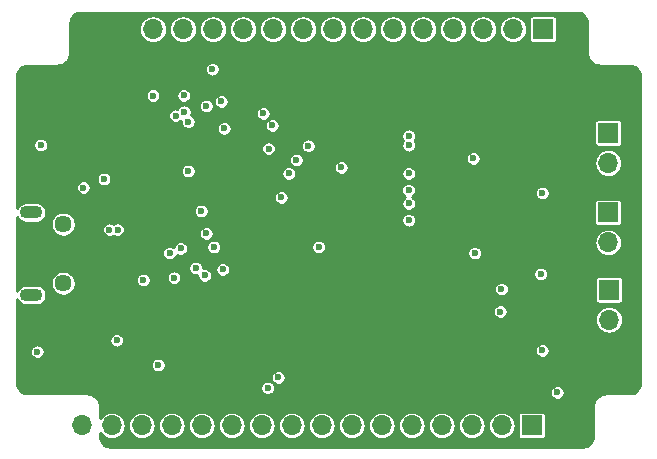
<source format=gbr>
G04 #@! TF.GenerationSoftware,KiCad,Pcbnew,(5.1.4)-1*
G04 #@! TF.CreationDate,2020-08-02T15:41:35-03:00*
G04 #@! TF.ProjectId,esp32_energy_monitor,65737033-325f-4656-9e65-7267795f6d6f,A*
G04 #@! TF.SameCoordinates,PX6d8d2a8PY639eee0*
G04 #@! TF.FileFunction,Copper,L2,Inr*
G04 #@! TF.FilePolarity,Positive*
%FSLAX46Y46*%
G04 Gerber Fmt 4.6, Leading zero omitted, Abs format (unit mm)*
G04 Created by KiCad (PCBNEW (5.1.4)-1) date 2020-08-02 15:41:35*
%MOMM*%
%LPD*%
G04 APERTURE LIST*
G04 #@! TA.AperFunction,ViaPad*
%ADD10O,1.900000X1.100000*%
G04 #@! TD*
G04 #@! TA.AperFunction,ViaPad*
%ADD11C,1.450000*%
G04 #@! TD*
G04 #@! TA.AperFunction,ViaPad*
%ADD12O,1.700000X1.700000*%
G04 #@! TD*
G04 #@! TA.AperFunction,ViaPad*
%ADD13R,1.700000X1.700000*%
G04 #@! TD*
G04 #@! TA.AperFunction,ViaPad*
%ADD14C,0.600000*%
G04 #@! TD*
G04 #@! TA.AperFunction,Conductor*
%ADD15C,0.254000*%
G04 #@! TD*
G04 APERTURE END LIST*
D10*
G04 #@! TO.N,GNDD*
G04 #@! TO.C,J1*
X1827000Y13460000D03*
D11*
X4527000Y19460000D03*
X4527000Y14460000D03*
D10*
X1827000Y20460000D03*
G04 #@! TD*
D12*
G04 #@! TO.N,Net-(C2-Pad1)*
G04 #@! TO.C,J2*
X50736500Y11366500D03*
D13*
G04 #@! TO.N,ADC1_6*
X50736500Y13906500D03*
G04 #@! TD*
G04 #@! TO.N,ADC1_7*
G04 #@! TO.C,J3*
X50673000Y20447000D03*
D12*
G04 #@! TO.N,Net-(C5-Pad1)*
X50673000Y17907000D03*
G04 #@! TD*
D13*
G04 #@! TO.N,ADC1_4*
G04 #@! TO.C,J4*
X50673000Y27178000D03*
D12*
G04 #@! TO.N,Net-(C9-Pad1)*
X50673000Y24638000D03*
G04 #@! TD*
D13*
G04 #@! TO.N,+3V3*
G04 #@! TO.C,J5*
X44188000Y2413000D03*
D12*
G04 #@! TO.N,IO25*
X41648000Y2413000D03*
G04 #@! TO.N,SENSOR_VP*
X39108000Y2413000D03*
G04 #@! TO.N,SENSOR_VN*
X36568000Y2413000D03*
G04 #@! TO.N,SD2*
X34028000Y2413000D03*
G04 #@! TO.N,SD3*
X31488000Y2413000D03*
G04 #@! TO.N,SCS*
X28948000Y2413000D03*
G04 #@! TO.N,CLK*
X26408000Y2413000D03*
G04 #@! TO.N,SD0*
X23868000Y2413000D03*
G04 #@! TO.N,SD1*
X21328000Y2413000D03*
G04 #@! TO.N,ADC1_7*
X18788000Y2413000D03*
G04 #@! TO.N,ADC1_6*
X16248000Y2413000D03*
G04 #@! TO.N,ADC1_4*
X13708000Y2413000D03*
G04 #@! TO.N,IO33*
X11168000Y2413000D03*
G04 #@! TO.N,IO26*
X8628000Y2413000D03*
G04 #@! TO.N,IO27*
X6088000Y2413000D03*
G04 #@! TD*
G04 #@! TO.N,GND*
G04 #@! TO.C,J6*
X7047000Y35960000D03*
X9587000Y35960000D03*
G04 #@! TO.N,IO23*
X12127000Y35960000D03*
G04 #@! TO.N,IO22*
X14667000Y35960000D03*
G04 #@! TO.N,IO21*
X17207000Y35960000D03*
G04 #@! TO.N,IO19*
X19747000Y35960000D03*
G04 #@! TO.N,IO4*
X22287000Y35960000D03*
G04 #@! TO.N,IO16*
X24827000Y35960000D03*
G04 #@! TO.N,IO17*
X27367000Y35960000D03*
G04 #@! TO.N,IO18*
X29907000Y35960000D03*
G04 #@! TO.N,IO5*
X32447000Y35960000D03*
G04 #@! TO.N,IO2*
X34987000Y35960000D03*
G04 #@! TO.N,IO15*
X37527000Y35960000D03*
G04 #@! TO.N,IO13*
X40067000Y35960000D03*
G04 #@! TO.N,IO12*
X42607000Y35960000D03*
D13*
G04 #@! TO.N,IO14*
X45147000Y35960000D03*
G04 #@! TD*
D14*
G04 #@! TO.N,GND*
X27432000Y19304000D03*
X11527000Y20260000D03*
X13627000Y20260000D03*
X13627000Y22260000D03*
X11527000Y22260000D03*
X31115000Y22733000D03*
X29210000Y20955000D03*
X27432000Y22733000D03*
X31115000Y20955000D03*
X27432000Y20955000D03*
X29337000Y22733000D03*
X10861000Y11928000D03*
X10861000Y11228000D03*
X10861000Y10528000D03*
X31115000Y19304000D03*
X29210000Y19304000D03*
X3927000Y8660000D03*
X3927000Y21460000D03*
X7902022Y24960000D03*
X7727000Y19460000D03*
X5327000Y12660000D03*
X39127000Y9460000D03*
X6852000Y19560000D03*
X4226980Y27860000D03*
X7561000Y9628000D03*
X10261000Y6628000D03*
X2527000Y24660000D03*
X10927000Y27060000D03*
X7627000Y28260000D03*
X9127000Y26760000D03*
X4527000Y23460000D03*
X41727000Y15960000D03*
X6927012Y15010000D03*
X19812000Y12128500D03*
X12319000Y21260000D03*
X46736000Y8763000D03*
X48387000Y8636000D03*
X48895000Y2286000D03*
X34925000Y32385000D03*
X46736000Y22225000D03*
X48260000Y21971000D03*
X46609000Y15367000D03*
X48133000Y15113000D03*
G04 #@! TO.N,+3V3*
X12561000Y7528000D03*
X7979334Y23276906D03*
X9061000Y9628004D03*
X41627002Y13960000D03*
X41527000Y12060000D03*
X15103010Y28128012D03*
X46355000Y5207000D03*
X44958000Y15240000D03*
X45085000Y8763000D03*
X45085000Y22098000D03*
G04 #@! TO.N,GNDD*
X2327000Y8660000D03*
G04 #@! TO.N,EN*
X39377000Y17010000D03*
X18151012Y27559000D03*
X25273000Y26088839D03*
X21910051Y25847051D03*
G04 #@! TO.N,IO0*
X2627000Y26160000D03*
X17907000Y29845000D03*
X17281990Y17525999D03*
G04 #@! TO.N,IO21*
X22987000Y21717000D03*
X17145000Y32575500D03*
G04 #@! TO.N,VBUS*
X6227000Y22560000D03*
X11303000Y14732000D03*
G04 #@! TO.N,USB_DP*
X9127885Y18992940D03*
G04 #@! TO.N,USB_DN*
X8427885Y18992940D03*
G04 #@! TO.N,RTS*
X13525534Y17008917D03*
G04 #@! TO.N,TX0*
X15748000Y15748000D03*
G04 #@! TO.N,RX0*
X16510000Y15113000D03*
G04 #@! TO.N,DTR*
X15103010Y23960000D03*
X13906500Y14922500D03*
X16206969Y20574000D03*
G04 #@! TO.N,ADC1_6*
X22733000Y6477000D03*
X33794000Y19800000D03*
G04 #@! TO.N,ADC1_7*
X33782000Y21209000D03*
X21852357Y5591256D03*
G04 #@! TO.N,ADC1_4*
X33770000Y22340000D03*
G04 #@! TO.N,IO25*
X39243000Y25019000D03*
G04 #@! TO.N,SCS*
X26162000Y17526000D03*
X28067000Y24257000D03*
G04 #@! TO.N,IO33*
X33782000Y23749000D03*
G04 #@! TO.N,IO26*
X33782000Y26133977D03*
G04 #@! TO.N,IO27*
X33782000Y26933990D03*
G04 #@! TO.N,IO23*
X14033500Y28638500D03*
X12128500Y30343010D03*
G04 #@! TO.N,IO22*
X18034000Y15621000D03*
X14477990Y17399000D03*
X14732000Y30352998D03*
X14761795Y28969543D03*
G04 #@! TO.N,IO19*
X16637000Y29464000D03*
X16637000Y18669000D03*
G04 #@! TO.N,IO18*
X23632913Y23749000D03*
G04 #@! TO.N,IO17*
X22225000Y27813000D03*
G04 #@! TO.N,IO16*
X21463000Y28829000D03*
G04 #@! TO.N,IO5*
X24257913Y24892000D03*
G04 #@! TD*
D15*
G04 #@! TO.N,GND*
G36*
X48170189Y37355624D02*
G01*
X48333850Y37305978D01*
X48484672Y37225362D01*
X48616870Y37116870D01*
X48725362Y36984672D01*
X48805978Y36833850D01*
X48855624Y36670189D01*
X48873000Y36493766D01*
X48873000Y34000000D01*
X48873612Y33987552D01*
X48892827Y33792462D01*
X48897683Y33768044D01*
X48954588Y33580451D01*
X48964116Y33557450D01*
X49056526Y33384563D01*
X49070358Y33363862D01*
X49194721Y33212325D01*
X49212325Y33194721D01*
X49363862Y33070358D01*
X49384563Y33056526D01*
X49557450Y32964116D01*
X49580451Y32954588D01*
X49768044Y32897683D01*
X49792462Y32892827D01*
X49987552Y32873612D01*
X50000000Y32873000D01*
X52493766Y32873000D01*
X52670189Y32855624D01*
X52833850Y32805978D01*
X52984672Y32725362D01*
X53116870Y32616870D01*
X53225362Y32484672D01*
X53305978Y32333850D01*
X53355624Y32170189D01*
X53373000Y31993766D01*
X53373000Y6006234D01*
X53355624Y5829811D01*
X53305978Y5666150D01*
X53225362Y5515328D01*
X53116870Y5383130D01*
X52984672Y5274638D01*
X52833850Y5194022D01*
X52670189Y5144376D01*
X52493766Y5127000D01*
X50500000Y5127000D01*
X50487552Y5126388D01*
X50292462Y5107173D01*
X50268044Y5102317D01*
X50080451Y5045412D01*
X50057450Y5035884D01*
X49884563Y4943474D01*
X49863862Y4929642D01*
X49712325Y4805279D01*
X49694721Y4787675D01*
X49570358Y4636138D01*
X49556526Y4615437D01*
X49464116Y4442550D01*
X49454588Y4419549D01*
X49397683Y4231956D01*
X49392827Y4207538D01*
X49373612Y4012448D01*
X49373000Y4000000D01*
X49373000Y1506234D01*
X49355624Y1329811D01*
X49305978Y1166150D01*
X49225362Y1015328D01*
X49116870Y883130D01*
X48984672Y774638D01*
X48833850Y694022D01*
X48670189Y644376D01*
X48493766Y627000D01*
X8506234Y627000D01*
X8329811Y644376D01*
X8166150Y694022D01*
X8015328Y774638D01*
X7883130Y883130D01*
X7774638Y1015328D01*
X7694022Y1166150D01*
X7644376Y1329811D01*
X7627000Y1506234D01*
X7627000Y1788906D01*
X7644626Y1755930D01*
X7791709Y1576709D01*
X7970930Y1429626D01*
X8175403Y1320333D01*
X8397268Y1253031D01*
X8570188Y1236000D01*
X8685812Y1236000D01*
X8858732Y1253031D01*
X9080597Y1320333D01*
X9285070Y1429626D01*
X9464291Y1576709D01*
X9611374Y1755930D01*
X9720667Y1960403D01*
X9787969Y2182268D01*
X9810694Y2413000D01*
X9985306Y2413000D01*
X10008031Y2182268D01*
X10075333Y1960403D01*
X10184626Y1755930D01*
X10331709Y1576709D01*
X10510930Y1429626D01*
X10715403Y1320333D01*
X10937268Y1253031D01*
X11110188Y1236000D01*
X11225812Y1236000D01*
X11398732Y1253031D01*
X11620597Y1320333D01*
X11825070Y1429626D01*
X12004291Y1576709D01*
X12151374Y1755930D01*
X12260667Y1960403D01*
X12327969Y2182268D01*
X12350694Y2413000D01*
X12525306Y2413000D01*
X12548031Y2182268D01*
X12615333Y1960403D01*
X12724626Y1755930D01*
X12871709Y1576709D01*
X13050930Y1429626D01*
X13255403Y1320333D01*
X13477268Y1253031D01*
X13650188Y1236000D01*
X13765812Y1236000D01*
X13938732Y1253031D01*
X14160597Y1320333D01*
X14365070Y1429626D01*
X14544291Y1576709D01*
X14691374Y1755930D01*
X14800667Y1960403D01*
X14867969Y2182268D01*
X14890694Y2413000D01*
X15065306Y2413000D01*
X15088031Y2182268D01*
X15155333Y1960403D01*
X15264626Y1755930D01*
X15411709Y1576709D01*
X15590930Y1429626D01*
X15795403Y1320333D01*
X16017268Y1253031D01*
X16190188Y1236000D01*
X16305812Y1236000D01*
X16478732Y1253031D01*
X16700597Y1320333D01*
X16905070Y1429626D01*
X17084291Y1576709D01*
X17231374Y1755930D01*
X17340667Y1960403D01*
X17407969Y2182268D01*
X17430694Y2413000D01*
X17605306Y2413000D01*
X17628031Y2182268D01*
X17695333Y1960403D01*
X17804626Y1755930D01*
X17951709Y1576709D01*
X18130930Y1429626D01*
X18335403Y1320333D01*
X18557268Y1253031D01*
X18730188Y1236000D01*
X18845812Y1236000D01*
X19018732Y1253031D01*
X19240597Y1320333D01*
X19445070Y1429626D01*
X19624291Y1576709D01*
X19771374Y1755930D01*
X19880667Y1960403D01*
X19947969Y2182268D01*
X19970694Y2413000D01*
X20145306Y2413000D01*
X20168031Y2182268D01*
X20235333Y1960403D01*
X20344626Y1755930D01*
X20491709Y1576709D01*
X20670930Y1429626D01*
X20875403Y1320333D01*
X21097268Y1253031D01*
X21270188Y1236000D01*
X21385812Y1236000D01*
X21558732Y1253031D01*
X21780597Y1320333D01*
X21985070Y1429626D01*
X22164291Y1576709D01*
X22311374Y1755930D01*
X22420667Y1960403D01*
X22487969Y2182268D01*
X22510694Y2413000D01*
X22685306Y2413000D01*
X22708031Y2182268D01*
X22775333Y1960403D01*
X22884626Y1755930D01*
X23031709Y1576709D01*
X23210930Y1429626D01*
X23415403Y1320333D01*
X23637268Y1253031D01*
X23810188Y1236000D01*
X23925812Y1236000D01*
X24098732Y1253031D01*
X24320597Y1320333D01*
X24525070Y1429626D01*
X24704291Y1576709D01*
X24851374Y1755930D01*
X24960667Y1960403D01*
X25027969Y2182268D01*
X25050694Y2413000D01*
X25225306Y2413000D01*
X25248031Y2182268D01*
X25315333Y1960403D01*
X25424626Y1755930D01*
X25571709Y1576709D01*
X25750930Y1429626D01*
X25955403Y1320333D01*
X26177268Y1253031D01*
X26350188Y1236000D01*
X26465812Y1236000D01*
X26638732Y1253031D01*
X26860597Y1320333D01*
X27065070Y1429626D01*
X27244291Y1576709D01*
X27391374Y1755930D01*
X27500667Y1960403D01*
X27567969Y2182268D01*
X27590694Y2413000D01*
X27765306Y2413000D01*
X27788031Y2182268D01*
X27855333Y1960403D01*
X27964626Y1755930D01*
X28111709Y1576709D01*
X28290930Y1429626D01*
X28495403Y1320333D01*
X28717268Y1253031D01*
X28890188Y1236000D01*
X29005812Y1236000D01*
X29178732Y1253031D01*
X29400597Y1320333D01*
X29605070Y1429626D01*
X29784291Y1576709D01*
X29931374Y1755930D01*
X30040667Y1960403D01*
X30107969Y2182268D01*
X30130694Y2413000D01*
X30305306Y2413000D01*
X30328031Y2182268D01*
X30395333Y1960403D01*
X30504626Y1755930D01*
X30651709Y1576709D01*
X30830930Y1429626D01*
X31035403Y1320333D01*
X31257268Y1253031D01*
X31430188Y1236000D01*
X31545812Y1236000D01*
X31718732Y1253031D01*
X31940597Y1320333D01*
X32145070Y1429626D01*
X32324291Y1576709D01*
X32471374Y1755930D01*
X32580667Y1960403D01*
X32647969Y2182268D01*
X32670694Y2413000D01*
X32845306Y2413000D01*
X32868031Y2182268D01*
X32935333Y1960403D01*
X33044626Y1755930D01*
X33191709Y1576709D01*
X33370930Y1429626D01*
X33575403Y1320333D01*
X33797268Y1253031D01*
X33970188Y1236000D01*
X34085812Y1236000D01*
X34258732Y1253031D01*
X34480597Y1320333D01*
X34685070Y1429626D01*
X34864291Y1576709D01*
X35011374Y1755930D01*
X35120667Y1960403D01*
X35187969Y2182268D01*
X35210694Y2413000D01*
X35385306Y2413000D01*
X35408031Y2182268D01*
X35475333Y1960403D01*
X35584626Y1755930D01*
X35731709Y1576709D01*
X35910930Y1429626D01*
X36115403Y1320333D01*
X36337268Y1253031D01*
X36510188Y1236000D01*
X36625812Y1236000D01*
X36798732Y1253031D01*
X37020597Y1320333D01*
X37225070Y1429626D01*
X37404291Y1576709D01*
X37551374Y1755930D01*
X37660667Y1960403D01*
X37727969Y2182268D01*
X37750694Y2413000D01*
X37925306Y2413000D01*
X37948031Y2182268D01*
X38015333Y1960403D01*
X38124626Y1755930D01*
X38271709Y1576709D01*
X38450930Y1429626D01*
X38655403Y1320333D01*
X38877268Y1253031D01*
X39050188Y1236000D01*
X39165812Y1236000D01*
X39338732Y1253031D01*
X39560597Y1320333D01*
X39765070Y1429626D01*
X39944291Y1576709D01*
X40091374Y1755930D01*
X40200667Y1960403D01*
X40267969Y2182268D01*
X40290694Y2413000D01*
X40465306Y2413000D01*
X40488031Y2182268D01*
X40555333Y1960403D01*
X40664626Y1755930D01*
X40811709Y1576709D01*
X40990930Y1429626D01*
X41195403Y1320333D01*
X41417268Y1253031D01*
X41590188Y1236000D01*
X41705812Y1236000D01*
X41878732Y1253031D01*
X42100597Y1320333D01*
X42305070Y1429626D01*
X42484291Y1576709D01*
X42631374Y1755930D01*
X42740667Y1960403D01*
X42807969Y2182268D01*
X42830694Y2413000D01*
X42807969Y2643732D01*
X42740667Y2865597D01*
X42631374Y3070070D01*
X42484291Y3249291D01*
X42467587Y3263000D01*
X43009418Y3263000D01*
X43009418Y1563000D01*
X43015732Y1498897D01*
X43034430Y1437257D01*
X43064794Y1380450D01*
X43105657Y1330657D01*
X43155450Y1289794D01*
X43212257Y1259430D01*
X43273897Y1240732D01*
X43338000Y1234418D01*
X45038000Y1234418D01*
X45102103Y1240732D01*
X45163743Y1259430D01*
X45220550Y1289794D01*
X45270343Y1330657D01*
X45311206Y1380450D01*
X45341570Y1437257D01*
X45360268Y1498897D01*
X45366582Y1563000D01*
X45366582Y3263000D01*
X45360268Y3327103D01*
X45341570Y3388743D01*
X45311206Y3445550D01*
X45270343Y3495343D01*
X45220550Y3536206D01*
X45163743Y3566570D01*
X45102103Y3585268D01*
X45038000Y3591582D01*
X43338000Y3591582D01*
X43273897Y3585268D01*
X43212257Y3566570D01*
X43155450Y3536206D01*
X43105657Y3495343D01*
X43064794Y3445550D01*
X43034430Y3388743D01*
X43015732Y3327103D01*
X43009418Y3263000D01*
X42467587Y3263000D01*
X42305070Y3396374D01*
X42100597Y3505667D01*
X41878732Y3572969D01*
X41705812Y3590000D01*
X41590188Y3590000D01*
X41417268Y3572969D01*
X41195403Y3505667D01*
X40990930Y3396374D01*
X40811709Y3249291D01*
X40664626Y3070070D01*
X40555333Y2865597D01*
X40488031Y2643732D01*
X40465306Y2413000D01*
X40290694Y2413000D01*
X40267969Y2643732D01*
X40200667Y2865597D01*
X40091374Y3070070D01*
X39944291Y3249291D01*
X39765070Y3396374D01*
X39560597Y3505667D01*
X39338732Y3572969D01*
X39165812Y3590000D01*
X39050188Y3590000D01*
X38877268Y3572969D01*
X38655403Y3505667D01*
X38450930Y3396374D01*
X38271709Y3249291D01*
X38124626Y3070070D01*
X38015333Y2865597D01*
X37948031Y2643732D01*
X37925306Y2413000D01*
X37750694Y2413000D01*
X37727969Y2643732D01*
X37660667Y2865597D01*
X37551374Y3070070D01*
X37404291Y3249291D01*
X37225070Y3396374D01*
X37020597Y3505667D01*
X36798732Y3572969D01*
X36625812Y3590000D01*
X36510188Y3590000D01*
X36337268Y3572969D01*
X36115403Y3505667D01*
X35910930Y3396374D01*
X35731709Y3249291D01*
X35584626Y3070070D01*
X35475333Y2865597D01*
X35408031Y2643732D01*
X35385306Y2413000D01*
X35210694Y2413000D01*
X35187969Y2643732D01*
X35120667Y2865597D01*
X35011374Y3070070D01*
X34864291Y3249291D01*
X34685070Y3396374D01*
X34480597Y3505667D01*
X34258732Y3572969D01*
X34085812Y3590000D01*
X33970188Y3590000D01*
X33797268Y3572969D01*
X33575403Y3505667D01*
X33370930Y3396374D01*
X33191709Y3249291D01*
X33044626Y3070070D01*
X32935333Y2865597D01*
X32868031Y2643732D01*
X32845306Y2413000D01*
X32670694Y2413000D01*
X32647969Y2643732D01*
X32580667Y2865597D01*
X32471374Y3070070D01*
X32324291Y3249291D01*
X32145070Y3396374D01*
X31940597Y3505667D01*
X31718732Y3572969D01*
X31545812Y3590000D01*
X31430188Y3590000D01*
X31257268Y3572969D01*
X31035403Y3505667D01*
X30830930Y3396374D01*
X30651709Y3249291D01*
X30504626Y3070070D01*
X30395333Y2865597D01*
X30328031Y2643732D01*
X30305306Y2413000D01*
X30130694Y2413000D01*
X30107969Y2643732D01*
X30040667Y2865597D01*
X29931374Y3070070D01*
X29784291Y3249291D01*
X29605070Y3396374D01*
X29400597Y3505667D01*
X29178732Y3572969D01*
X29005812Y3590000D01*
X28890188Y3590000D01*
X28717268Y3572969D01*
X28495403Y3505667D01*
X28290930Y3396374D01*
X28111709Y3249291D01*
X27964626Y3070070D01*
X27855333Y2865597D01*
X27788031Y2643732D01*
X27765306Y2413000D01*
X27590694Y2413000D01*
X27567969Y2643732D01*
X27500667Y2865597D01*
X27391374Y3070070D01*
X27244291Y3249291D01*
X27065070Y3396374D01*
X26860597Y3505667D01*
X26638732Y3572969D01*
X26465812Y3590000D01*
X26350188Y3590000D01*
X26177268Y3572969D01*
X25955403Y3505667D01*
X25750930Y3396374D01*
X25571709Y3249291D01*
X25424626Y3070070D01*
X25315333Y2865597D01*
X25248031Y2643732D01*
X25225306Y2413000D01*
X25050694Y2413000D01*
X25027969Y2643732D01*
X24960667Y2865597D01*
X24851374Y3070070D01*
X24704291Y3249291D01*
X24525070Y3396374D01*
X24320597Y3505667D01*
X24098732Y3572969D01*
X23925812Y3590000D01*
X23810188Y3590000D01*
X23637268Y3572969D01*
X23415403Y3505667D01*
X23210930Y3396374D01*
X23031709Y3249291D01*
X22884626Y3070070D01*
X22775333Y2865597D01*
X22708031Y2643732D01*
X22685306Y2413000D01*
X22510694Y2413000D01*
X22487969Y2643732D01*
X22420667Y2865597D01*
X22311374Y3070070D01*
X22164291Y3249291D01*
X21985070Y3396374D01*
X21780597Y3505667D01*
X21558732Y3572969D01*
X21385812Y3590000D01*
X21270188Y3590000D01*
X21097268Y3572969D01*
X20875403Y3505667D01*
X20670930Y3396374D01*
X20491709Y3249291D01*
X20344626Y3070070D01*
X20235333Y2865597D01*
X20168031Y2643732D01*
X20145306Y2413000D01*
X19970694Y2413000D01*
X19947969Y2643732D01*
X19880667Y2865597D01*
X19771374Y3070070D01*
X19624291Y3249291D01*
X19445070Y3396374D01*
X19240597Y3505667D01*
X19018732Y3572969D01*
X18845812Y3590000D01*
X18730188Y3590000D01*
X18557268Y3572969D01*
X18335403Y3505667D01*
X18130930Y3396374D01*
X17951709Y3249291D01*
X17804626Y3070070D01*
X17695333Y2865597D01*
X17628031Y2643732D01*
X17605306Y2413000D01*
X17430694Y2413000D01*
X17407969Y2643732D01*
X17340667Y2865597D01*
X17231374Y3070070D01*
X17084291Y3249291D01*
X16905070Y3396374D01*
X16700597Y3505667D01*
X16478732Y3572969D01*
X16305812Y3590000D01*
X16190188Y3590000D01*
X16017268Y3572969D01*
X15795403Y3505667D01*
X15590930Y3396374D01*
X15411709Y3249291D01*
X15264626Y3070070D01*
X15155333Y2865597D01*
X15088031Y2643732D01*
X15065306Y2413000D01*
X14890694Y2413000D01*
X14867969Y2643732D01*
X14800667Y2865597D01*
X14691374Y3070070D01*
X14544291Y3249291D01*
X14365070Y3396374D01*
X14160597Y3505667D01*
X13938732Y3572969D01*
X13765812Y3590000D01*
X13650188Y3590000D01*
X13477268Y3572969D01*
X13255403Y3505667D01*
X13050930Y3396374D01*
X12871709Y3249291D01*
X12724626Y3070070D01*
X12615333Y2865597D01*
X12548031Y2643732D01*
X12525306Y2413000D01*
X12350694Y2413000D01*
X12327969Y2643732D01*
X12260667Y2865597D01*
X12151374Y3070070D01*
X12004291Y3249291D01*
X11825070Y3396374D01*
X11620597Y3505667D01*
X11398732Y3572969D01*
X11225812Y3590000D01*
X11110188Y3590000D01*
X10937268Y3572969D01*
X10715403Y3505667D01*
X10510930Y3396374D01*
X10331709Y3249291D01*
X10184626Y3070070D01*
X10075333Y2865597D01*
X10008031Y2643732D01*
X9985306Y2413000D01*
X9810694Y2413000D01*
X9787969Y2643732D01*
X9720667Y2865597D01*
X9611374Y3070070D01*
X9464291Y3249291D01*
X9285070Y3396374D01*
X9080597Y3505667D01*
X8858732Y3572969D01*
X8685812Y3590000D01*
X8570188Y3590000D01*
X8397268Y3572969D01*
X8175403Y3505667D01*
X7970930Y3396374D01*
X7791709Y3249291D01*
X7644626Y3070070D01*
X7627000Y3037094D01*
X7627000Y4000000D01*
X7626388Y4012448D01*
X7607173Y4207538D01*
X7602317Y4231956D01*
X7545412Y4419549D01*
X7535884Y4442550D01*
X7443474Y4615437D01*
X7429642Y4636138D01*
X7305279Y4787675D01*
X7287675Y4805279D01*
X7136138Y4929642D01*
X7115437Y4943474D01*
X6942550Y5035884D01*
X6919549Y5045412D01*
X6731956Y5102317D01*
X6707538Y5107173D01*
X6512448Y5126388D01*
X6500000Y5127000D01*
X1506234Y5127000D01*
X1329811Y5144376D01*
X1166150Y5194022D01*
X1015328Y5274638D01*
X883130Y5383130D01*
X774638Y5515328D01*
X701046Y5653010D01*
X21225357Y5653010D01*
X21225357Y5529502D01*
X21249452Y5408367D01*
X21296717Y5294260D01*
X21365334Y5191567D01*
X21452668Y5104233D01*
X21555361Y5035616D01*
X21669468Y4988351D01*
X21790603Y4964256D01*
X21914111Y4964256D01*
X22035246Y4988351D01*
X22149353Y5035616D01*
X22252046Y5104233D01*
X22339380Y5191567D01*
X22390954Y5268754D01*
X45728000Y5268754D01*
X45728000Y5145246D01*
X45752095Y5024111D01*
X45799360Y4910004D01*
X45867977Y4807311D01*
X45955311Y4719977D01*
X46058004Y4651360D01*
X46172111Y4604095D01*
X46293246Y4580000D01*
X46416754Y4580000D01*
X46537889Y4604095D01*
X46651996Y4651360D01*
X46754689Y4719977D01*
X46842023Y4807311D01*
X46910640Y4910004D01*
X46957905Y5024111D01*
X46982000Y5145246D01*
X46982000Y5268754D01*
X46957905Y5389889D01*
X46910640Y5503996D01*
X46842023Y5606689D01*
X46754689Y5694023D01*
X46651996Y5762640D01*
X46537889Y5809905D01*
X46416754Y5834000D01*
X46293246Y5834000D01*
X46172111Y5809905D01*
X46058004Y5762640D01*
X45955311Y5694023D01*
X45867977Y5606689D01*
X45799360Y5503996D01*
X45752095Y5389889D01*
X45728000Y5268754D01*
X22390954Y5268754D01*
X22407997Y5294260D01*
X22455262Y5408367D01*
X22479357Y5529502D01*
X22479357Y5653010D01*
X22455262Y5774145D01*
X22407997Y5888252D01*
X22345443Y5981870D01*
X22436004Y5921360D01*
X22550111Y5874095D01*
X22671246Y5850000D01*
X22794754Y5850000D01*
X22915889Y5874095D01*
X23029996Y5921360D01*
X23132689Y5989977D01*
X23220023Y6077311D01*
X23288640Y6180004D01*
X23335905Y6294111D01*
X23360000Y6415246D01*
X23360000Y6538754D01*
X23335905Y6659889D01*
X23288640Y6773996D01*
X23220023Y6876689D01*
X23132689Y6964023D01*
X23029996Y7032640D01*
X22915889Y7079905D01*
X22794754Y7104000D01*
X22671246Y7104000D01*
X22550111Y7079905D01*
X22436004Y7032640D01*
X22333311Y6964023D01*
X22245977Y6876689D01*
X22177360Y6773996D01*
X22130095Y6659889D01*
X22106000Y6538754D01*
X22106000Y6415246D01*
X22130095Y6294111D01*
X22177360Y6180004D01*
X22239914Y6086386D01*
X22149353Y6146896D01*
X22035246Y6194161D01*
X21914111Y6218256D01*
X21790603Y6218256D01*
X21669468Y6194161D01*
X21555361Y6146896D01*
X21452668Y6078279D01*
X21365334Y5990945D01*
X21296717Y5888252D01*
X21249452Y5774145D01*
X21225357Y5653010D01*
X701046Y5653010D01*
X694022Y5666150D01*
X644376Y5829811D01*
X627000Y6006234D01*
X627000Y7589754D01*
X11934000Y7589754D01*
X11934000Y7466246D01*
X11958095Y7345111D01*
X12005360Y7231004D01*
X12073977Y7128311D01*
X12161311Y7040977D01*
X12264004Y6972360D01*
X12378111Y6925095D01*
X12499246Y6901000D01*
X12622754Y6901000D01*
X12743889Y6925095D01*
X12857996Y6972360D01*
X12960689Y7040977D01*
X13048023Y7128311D01*
X13116640Y7231004D01*
X13163905Y7345111D01*
X13188000Y7466246D01*
X13188000Y7589754D01*
X13163905Y7710889D01*
X13116640Y7824996D01*
X13048023Y7927689D01*
X12960689Y8015023D01*
X12857996Y8083640D01*
X12743889Y8130905D01*
X12622754Y8155000D01*
X12499246Y8155000D01*
X12378111Y8130905D01*
X12264004Y8083640D01*
X12161311Y8015023D01*
X12073977Y7927689D01*
X12005360Y7824996D01*
X11958095Y7710889D01*
X11934000Y7589754D01*
X627000Y7589754D01*
X627000Y8721754D01*
X1700000Y8721754D01*
X1700000Y8598246D01*
X1724095Y8477111D01*
X1771360Y8363004D01*
X1839977Y8260311D01*
X1927311Y8172977D01*
X2030004Y8104360D01*
X2144111Y8057095D01*
X2265246Y8033000D01*
X2388754Y8033000D01*
X2509889Y8057095D01*
X2623996Y8104360D01*
X2726689Y8172977D01*
X2814023Y8260311D01*
X2882640Y8363004D01*
X2929905Y8477111D01*
X2954000Y8598246D01*
X2954000Y8721754D01*
X2933513Y8824754D01*
X44458000Y8824754D01*
X44458000Y8701246D01*
X44482095Y8580111D01*
X44529360Y8466004D01*
X44597977Y8363311D01*
X44685311Y8275977D01*
X44788004Y8207360D01*
X44902111Y8160095D01*
X45023246Y8136000D01*
X45146754Y8136000D01*
X45267889Y8160095D01*
X45381996Y8207360D01*
X45484689Y8275977D01*
X45572023Y8363311D01*
X45640640Y8466004D01*
X45687905Y8580111D01*
X45712000Y8701246D01*
X45712000Y8824754D01*
X45687905Y8945889D01*
X45640640Y9059996D01*
X45572023Y9162689D01*
X45484689Y9250023D01*
X45381996Y9318640D01*
X45267889Y9365905D01*
X45146754Y9390000D01*
X45023246Y9390000D01*
X44902111Y9365905D01*
X44788004Y9318640D01*
X44685311Y9250023D01*
X44597977Y9162689D01*
X44529360Y9059996D01*
X44482095Y8945889D01*
X44458000Y8824754D01*
X2933513Y8824754D01*
X2929905Y8842889D01*
X2882640Y8956996D01*
X2814023Y9059689D01*
X2726689Y9147023D01*
X2623996Y9215640D01*
X2509889Y9262905D01*
X2388754Y9287000D01*
X2265246Y9287000D01*
X2144111Y9262905D01*
X2030004Y9215640D01*
X1927311Y9147023D01*
X1839977Y9059689D01*
X1771360Y8956996D01*
X1724095Y8842889D01*
X1700000Y8721754D01*
X627000Y8721754D01*
X627000Y9689758D01*
X8434000Y9689758D01*
X8434000Y9566250D01*
X8458095Y9445115D01*
X8505360Y9331008D01*
X8573977Y9228315D01*
X8661311Y9140981D01*
X8764004Y9072364D01*
X8878111Y9025099D01*
X8999246Y9001004D01*
X9122754Y9001004D01*
X9243889Y9025099D01*
X9357996Y9072364D01*
X9460689Y9140981D01*
X9548023Y9228315D01*
X9616640Y9331008D01*
X9663905Y9445115D01*
X9688000Y9566250D01*
X9688000Y9689758D01*
X9663905Y9810893D01*
X9616640Y9925000D01*
X9548023Y10027693D01*
X9460689Y10115027D01*
X9357996Y10183644D01*
X9243889Y10230909D01*
X9122754Y10255004D01*
X8999246Y10255004D01*
X8878111Y10230909D01*
X8764004Y10183644D01*
X8661311Y10115027D01*
X8573977Y10027693D01*
X8505360Y9925000D01*
X8458095Y9810893D01*
X8434000Y9689758D01*
X627000Y9689758D01*
X627000Y11366500D01*
X49553806Y11366500D01*
X49576531Y11135768D01*
X49643833Y10913903D01*
X49753126Y10709430D01*
X49900209Y10530209D01*
X50079430Y10383126D01*
X50283903Y10273833D01*
X50505768Y10206531D01*
X50678688Y10189500D01*
X50794312Y10189500D01*
X50967232Y10206531D01*
X51189097Y10273833D01*
X51393570Y10383126D01*
X51572791Y10530209D01*
X51719874Y10709430D01*
X51829167Y10913903D01*
X51896469Y11135768D01*
X51919194Y11366500D01*
X51896469Y11597232D01*
X51829167Y11819097D01*
X51719874Y12023570D01*
X51572791Y12202791D01*
X51393570Y12349874D01*
X51189097Y12459167D01*
X50967232Y12526469D01*
X50794312Y12543500D01*
X50678688Y12543500D01*
X50505768Y12526469D01*
X50283903Y12459167D01*
X50079430Y12349874D01*
X49900209Y12202791D01*
X49753126Y12023570D01*
X49643833Y11819097D01*
X49576531Y11597232D01*
X49553806Y11366500D01*
X627000Y11366500D01*
X627000Y12121754D01*
X40900000Y12121754D01*
X40900000Y11998246D01*
X40924095Y11877111D01*
X40971360Y11763004D01*
X41039977Y11660311D01*
X41127311Y11572977D01*
X41230004Y11504360D01*
X41344111Y11457095D01*
X41465246Y11433000D01*
X41588754Y11433000D01*
X41709889Y11457095D01*
X41823996Y11504360D01*
X41926689Y11572977D01*
X42014023Y11660311D01*
X42082640Y11763004D01*
X42129905Y11877111D01*
X42154000Y11998246D01*
X42154000Y12121754D01*
X42129905Y12242889D01*
X42082640Y12356996D01*
X42014023Y12459689D01*
X41926689Y12547023D01*
X41823996Y12615640D01*
X41709889Y12662905D01*
X41588754Y12687000D01*
X41465246Y12687000D01*
X41344111Y12662905D01*
X41230004Y12615640D01*
X41127311Y12547023D01*
X41039977Y12459689D01*
X40971360Y12356996D01*
X40924095Y12242889D01*
X40900000Y12121754D01*
X627000Y12121754D01*
X627000Y13096268D01*
X694273Y12970408D01*
X803867Y12836867D01*
X937408Y12727273D01*
X1089763Y12645838D01*
X1255078Y12595690D01*
X1383921Y12583000D01*
X2270079Y12583000D01*
X2398922Y12595690D01*
X2564237Y12645838D01*
X2716592Y12727273D01*
X2850133Y12836867D01*
X2959727Y12970408D01*
X3041162Y13122763D01*
X3091310Y13288078D01*
X3108243Y13460000D01*
X3091310Y13631922D01*
X3041162Y13797237D01*
X2959727Y13949592D01*
X2850133Y14083133D01*
X2716592Y14192727D01*
X2564237Y14274162D01*
X2398922Y14324310D01*
X2270079Y14337000D01*
X1383921Y14337000D01*
X1255078Y14324310D01*
X1089763Y14274162D01*
X937408Y14192727D01*
X803867Y14083133D01*
X694273Y13949592D01*
X627000Y13823732D01*
X627000Y14563613D01*
X3475000Y14563613D01*
X3475000Y14356387D01*
X3515428Y14153143D01*
X3594730Y13961691D01*
X3709858Y13789389D01*
X3856389Y13642858D01*
X4028691Y13527730D01*
X4220143Y13448428D01*
X4423387Y13408000D01*
X4630613Y13408000D01*
X4833857Y13448428D01*
X5025309Y13527730D01*
X5197611Y13642858D01*
X5344142Y13789389D01*
X5459270Y13961691D01*
X5484148Y14021754D01*
X41000002Y14021754D01*
X41000002Y13898246D01*
X41024097Y13777111D01*
X41071362Y13663004D01*
X41139979Y13560311D01*
X41227313Y13472977D01*
X41330006Y13404360D01*
X41444113Y13357095D01*
X41565248Y13333000D01*
X41688756Y13333000D01*
X41809891Y13357095D01*
X41923998Y13404360D01*
X42026691Y13472977D01*
X42114025Y13560311D01*
X42182642Y13663004D01*
X42229907Y13777111D01*
X42254002Y13898246D01*
X42254002Y14021754D01*
X42229907Y14142889D01*
X42182642Y14256996D01*
X42114025Y14359689D01*
X42026691Y14447023D01*
X41923998Y14515640D01*
X41809891Y14562905D01*
X41688756Y14587000D01*
X41565248Y14587000D01*
X41444113Y14562905D01*
X41330006Y14515640D01*
X41227313Y14447023D01*
X41139979Y14359689D01*
X41071362Y14256996D01*
X41024097Y14142889D01*
X41000002Y14021754D01*
X5484148Y14021754D01*
X5538572Y14153143D01*
X5579000Y14356387D01*
X5579000Y14563613D01*
X5538572Y14766857D01*
X5527431Y14793754D01*
X10676000Y14793754D01*
X10676000Y14670246D01*
X10700095Y14549111D01*
X10747360Y14435004D01*
X10815977Y14332311D01*
X10903311Y14244977D01*
X11006004Y14176360D01*
X11120111Y14129095D01*
X11241246Y14105000D01*
X11364754Y14105000D01*
X11485889Y14129095D01*
X11599996Y14176360D01*
X11702689Y14244977D01*
X11790023Y14332311D01*
X11858640Y14435004D01*
X11905905Y14549111D01*
X11930000Y14670246D01*
X11930000Y14793754D01*
X11905905Y14914889D01*
X11877173Y14984254D01*
X13279500Y14984254D01*
X13279500Y14860746D01*
X13303595Y14739611D01*
X13350860Y14625504D01*
X13419477Y14522811D01*
X13506811Y14435477D01*
X13609504Y14366860D01*
X13723611Y14319595D01*
X13844746Y14295500D01*
X13968254Y14295500D01*
X14089389Y14319595D01*
X14203496Y14366860D01*
X14306189Y14435477D01*
X14393523Y14522811D01*
X14462140Y14625504D01*
X14509405Y14739611D01*
X14533500Y14860746D01*
X14533500Y14984254D01*
X14509405Y15105389D01*
X14462140Y15219496D01*
X14393523Y15322189D01*
X14306189Y15409523D01*
X14203496Y15478140D01*
X14089389Y15525405D01*
X13968254Y15549500D01*
X13844746Y15549500D01*
X13723611Y15525405D01*
X13609504Y15478140D01*
X13506811Y15409523D01*
X13419477Y15322189D01*
X13350860Y15219496D01*
X13303595Y15105389D01*
X13279500Y14984254D01*
X11877173Y14984254D01*
X11858640Y15028996D01*
X11790023Y15131689D01*
X11702689Y15219023D01*
X11599996Y15287640D01*
X11485889Y15334905D01*
X11364754Y15359000D01*
X11241246Y15359000D01*
X11120111Y15334905D01*
X11006004Y15287640D01*
X10903311Y15219023D01*
X10815977Y15131689D01*
X10747360Y15028996D01*
X10700095Y14914889D01*
X10676000Y14793754D01*
X5527431Y14793754D01*
X5459270Y14958309D01*
X5344142Y15130611D01*
X5197611Y15277142D01*
X5025309Y15392270D01*
X4833857Y15471572D01*
X4630613Y15512000D01*
X4423387Y15512000D01*
X4220143Y15471572D01*
X4028691Y15392270D01*
X3856389Y15277142D01*
X3709858Y15130611D01*
X3594730Y14958309D01*
X3515428Y14766857D01*
X3475000Y14563613D01*
X627000Y14563613D01*
X627000Y15809754D01*
X15121000Y15809754D01*
X15121000Y15686246D01*
X15145095Y15565111D01*
X15192360Y15451004D01*
X15260977Y15348311D01*
X15348311Y15260977D01*
X15451004Y15192360D01*
X15565111Y15145095D01*
X15686246Y15121000D01*
X15809754Y15121000D01*
X15883000Y15135569D01*
X15883000Y15051246D01*
X15907095Y14930111D01*
X15954360Y14816004D01*
X16022977Y14713311D01*
X16110311Y14625977D01*
X16213004Y14557360D01*
X16327111Y14510095D01*
X16448246Y14486000D01*
X16571754Y14486000D01*
X16692889Y14510095D01*
X16806996Y14557360D01*
X16909689Y14625977D01*
X16997023Y14713311D01*
X17065640Y14816004D01*
X17112905Y14930111D01*
X17137000Y15051246D01*
X17137000Y15174754D01*
X17112905Y15295889D01*
X17065640Y15409996D01*
X16997023Y15512689D01*
X16909689Y15600023D01*
X16806996Y15668640D01*
X16772923Y15682754D01*
X17407000Y15682754D01*
X17407000Y15559246D01*
X17431095Y15438111D01*
X17478360Y15324004D01*
X17546977Y15221311D01*
X17634311Y15133977D01*
X17737004Y15065360D01*
X17851111Y15018095D01*
X17972246Y14994000D01*
X18095754Y14994000D01*
X18216889Y15018095D01*
X18330996Y15065360D01*
X18433689Y15133977D01*
X18521023Y15221311D01*
X18574773Y15301754D01*
X44331000Y15301754D01*
X44331000Y15178246D01*
X44355095Y15057111D01*
X44402360Y14943004D01*
X44470977Y14840311D01*
X44558311Y14752977D01*
X44661004Y14684360D01*
X44775111Y14637095D01*
X44896246Y14613000D01*
X45019754Y14613000D01*
X45140889Y14637095D01*
X45254996Y14684360D01*
X45357689Y14752977D01*
X45361212Y14756500D01*
X49557918Y14756500D01*
X49557918Y13056500D01*
X49564232Y12992397D01*
X49582930Y12930757D01*
X49613294Y12873950D01*
X49654157Y12824157D01*
X49703950Y12783294D01*
X49760757Y12752930D01*
X49822397Y12734232D01*
X49886500Y12727918D01*
X51586500Y12727918D01*
X51650603Y12734232D01*
X51712243Y12752930D01*
X51769050Y12783294D01*
X51818843Y12824157D01*
X51859706Y12873950D01*
X51890070Y12930757D01*
X51908768Y12992397D01*
X51915082Y13056500D01*
X51915082Y14756500D01*
X51908768Y14820603D01*
X51890070Y14882243D01*
X51859706Y14939050D01*
X51818843Y14988843D01*
X51769050Y15029706D01*
X51712243Y15060070D01*
X51650603Y15078768D01*
X51586500Y15085082D01*
X49886500Y15085082D01*
X49822397Y15078768D01*
X49760757Y15060070D01*
X49703950Y15029706D01*
X49654157Y14988843D01*
X49613294Y14939050D01*
X49582930Y14882243D01*
X49564232Y14820603D01*
X49557918Y14756500D01*
X45361212Y14756500D01*
X45445023Y14840311D01*
X45513640Y14943004D01*
X45560905Y15057111D01*
X45585000Y15178246D01*
X45585000Y15301754D01*
X45560905Y15422889D01*
X45513640Y15536996D01*
X45445023Y15639689D01*
X45357689Y15727023D01*
X45254996Y15795640D01*
X45140889Y15842905D01*
X45019754Y15867000D01*
X44896246Y15867000D01*
X44775111Y15842905D01*
X44661004Y15795640D01*
X44558311Y15727023D01*
X44470977Y15639689D01*
X44402360Y15536996D01*
X44355095Y15422889D01*
X44331000Y15301754D01*
X18574773Y15301754D01*
X18589640Y15324004D01*
X18636905Y15438111D01*
X18661000Y15559246D01*
X18661000Y15682754D01*
X18636905Y15803889D01*
X18589640Y15917996D01*
X18521023Y16020689D01*
X18433689Y16108023D01*
X18330996Y16176640D01*
X18216889Y16223905D01*
X18095754Y16248000D01*
X17972246Y16248000D01*
X17851111Y16223905D01*
X17737004Y16176640D01*
X17634311Y16108023D01*
X17546977Y16020689D01*
X17478360Y15917996D01*
X17431095Y15803889D01*
X17407000Y15682754D01*
X16772923Y15682754D01*
X16692889Y15715905D01*
X16571754Y15740000D01*
X16448246Y15740000D01*
X16375000Y15725431D01*
X16375000Y15809754D01*
X16350905Y15930889D01*
X16303640Y16044996D01*
X16235023Y16147689D01*
X16147689Y16235023D01*
X16044996Y16303640D01*
X15930889Y16350905D01*
X15809754Y16375000D01*
X15686246Y16375000D01*
X15565111Y16350905D01*
X15451004Y16303640D01*
X15348311Y16235023D01*
X15260977Y16147689D01*
X15192360Y16044996D01*
X15145095Y15930889D01*
X15121000Y15809754D01*
X627000Y15809754D01*
X627000Y17070671D01*
X12898534Y17070671D01*
X12898534Y16947163D01*
X12922629Y16826028D01*
X12969894Y16711921D01*
X13038511Y16609228D01*
X13125845Y16521894D01*
X13228538Y16453277D01*
X13342645Y16406012D01*
X13463780Y16381917D01*
X13587288Y16381917D01*
X13708423Y16406012D01*
X13822530Y16453277D01*
X13925223Y16521894D01*
X14012557Y16609228D01*
X14081174Y16711921D01*
X14128439Y16826028D01*
X14137648Y16872323D01*
X14180994Y16843360D01*
X14295101Y16796095D01*
X14416236Y16772000D01*
X14539744Y16772000D01*
X14660879Y16796095D01*
X14774986Y16843360D01*
X14877679Y16911977D01*
X14965013Y16999311D01*
X15033630Y17102004D01*
X15080895Y17216111D01*
X15104990Y17337246D01*
X15104990Y17460754D01*
X15080895Y17581889D01*
X15078467Y17587753D01*
X16654990Y17587753D01*
X16654990Y17464245D01*
X16679085Y17343110D01*
X16726350Y17229003D01*
X16794967Y17126310D01*
X16882301Y17038976D01*
X16984994Y16970359D01*
X17099101Y16923094D01*
X17220236Y16898999D01*
X17343744Y16898999D01*
X17464879Y16923094D01*
X17578986Y16970359D01*
X17681679Y17038976D01*
X17769013Y17126310D01*
X17837630Y17229003D01*
X17884895Y17343110D01*
X17908990Y17464245D01*
X17908990Y17587753D01*
X17908990Y17587754D01*
X25535000Y17587754D01*
X25535000Y17464246D01*
X25559095Y17343111D01*
X25606360Y17229004D01*
X25674977Y17126311D01*
X25762311Y17038977D01*
X25865004Y16970360D01*
X25979111Y16923095D01*
X26100246Y16899000D01*
X26223754Y16899000D01*
X26344889Y16923095D01*
X26458996Y16970360D01*
X26561689Y17038977D01*
X26594466Y17071754D01*
X38750000Y17071754D01*
X38750000Y16948246D01*
X38774095Y16827111D01*
X38821360Y16713004D01*
X38889977Y16610311D01*
X38977311Y16522977D01*
X39080004Y16454360D01*
X39194111Y16407095D01*
X39315246Y16383000D01*
X39438754Y16383000D01*
X39559889Y16407095D01*
X39673996Y16454360D01*
X39776689Y16522977D01*
X39864023Y16610311D01*
X39932640Y16713004D01*
X39979905Y16827111D01*
X40004000Y16948246D01*
X40004000Y17071754D01*
X39979905Y17192889D01*
X39932640Y17306996D01*
X39864023Y17409689D01*
X39776689Y17497023D01*
X39673996Y17565640D01*
X39559889Y17612905D01*
X39438754Y17637000D01*
X39315246Y17637000D01*
X39194111Y17612905D01*
X39080004Y17565640D01*
X38977311Y17497023D01*
X38889977Y17409689D01*
X38821360Y17306996D01*
X38774095Y17192889D01*
X38750000Y17071754D01*
X26594466Y17071754D01*
X26649023Y17126311D01*
X26717640Y17229004D01*
X26764905Y17343111D01*
X26789000Y17464246D01*
X26789000Y17587754D01*
X26764905Y17708889D01*
X26717640Y17822996D01*
X26661511Y17907000D01*
X49490306Y17907000D01*
X49513031Y17676268D01*
X49580333Y17454403D01*
X49689626Y17249930D01*
X49836709Y17070709D01*
X50015930Y16923626D01*
X50220403Y16814333D01*
X50442268Y16747031D01*
X50615188Y16730000D01*
X50730812Y16730000D01*
X50903732Y16747031D01*
X51125597Y16814333D01*
X51330070Y16923626D01*
X51509291Y17070709D01*
X51656374Y17249930D01*
X51765667Y17454403D01*
X51832969Y17676268D01*
X51855694Y17907000D01*
X51832969Y18137732D01*
X51765667Y18359597D01*
X51656374Y18564070D01*
X51509291Y18743291D01*
X51330070Y18890374D01*
X51125597Y18999667D01*
X50903732Y19066969D01*
X50730812Y19084000D01*
X50615188Y19084000D01*
X50442268Y19066969D01*
X50220403Y18999667D01*
X50015930Y18890374D01*
X49836709Y18743291D01*
X49689626Y18564070D01*
X49580333Y18359597D01*
X49513031Y18137732D01*
X49490306Y17907000D01*
X26661511Y17907000D01*
X26649023Y17925689D01*
X26561689Y18013023D01*
X26458996Y18081640D01*
X26344889Y18128905D01*
X26223754Y18153000D01*
X26100246Y18153000D01*
X25979111Y18128905D01*
X25865004Y18081640D01*
X25762311Y18013023D01*
X25674977Y17925689D01*
X25606360Y17822996D01*
X25559095Y17708889D01*
X25535000Y17587754D01*
X17908990Y17587754D01*
X17884895Y17708888D01*
X17837630Y17822995D01*
X17769013Y17925688D01*
X17681679Y18013022D01*
X17578986Y18081639D01*
X17464879Y18128904D01*
X17343744Y18152999D01*
X17220236Y18152999D01*
X17099101Y18128904D01*
X16984994Y18081639D01*
X16882301Y18013022D01*
X16794967Y17925688D01*
X16726350Y17822995D01*
X16679085Y17708888D01*
X16654990Y17587753D01*
X15078467Y17587753D01*
X15033630Y17695996D01*
X14965013Y17798689D01*
X14877679Y17886023D01*
X14774986Y17954640D01*
X14660879Y18001905D01*
X14539744Y18026000D01*
X14416236Y18026000D01*
X14295101Y18001905D01*
X14180994Y17954640D01*
X14078301Y17886023D01*
X13990967Y17798689D01*
X13922350Y17695996D01*
X13875085Y17581889D01*
X13865876Y17535594D01*
X13822530Y17564557D01*
X13708423Y17611822D01*
X13587288Y17635917D01*
X13463780Y17635917D01*
X13342645Y17611822D01*
X13228538Y17564557D01*
X13125845Y17495940D01*
X13038511Y17408606D01*
X12969894Y17305913D01*
X12922629Y17191806D01*
X12898534Y17070671D01*
X627000Y17070671D01*
X627000Y19563613D01*
X3475000Y19563613D01*
X3475000Y19356387D01*
X3515428Y19153143D01*
X3594730Y18961691D01*
X3709858Y18789389D01*
X3856389Y18642858D01*
X4028691Y18527730D01*
X4220143Y18448428D01*
X4423387Y18408000D01*
X4630613Y18408000D01*
X4833857Y18448428D01*
X5025309Y18527730D01*
X5197611Y18642858D01*
X5344142Y18789389D01*
X5459270Y18961691D01*
X5497793Y19054694D01*
X7800885Y19054694D01*
X7800885Y18931186D01*
X7824980Y18810051D01*
X7872245Y18695944D01*
X7940862Y18593251D01*
X8028196Y18505917D01*
X8130889Y18437300D01*
X8244996Y18390035D01*
X8366131Y18365940D01*
X8489639Y18365940D01*
X8610774Y18390035D01*
X8724881Y18437300D01*
X8777885Y18472716D01*
X8830889Y18437300D01*
X8944996Y18390035D01*
X9066131Y18365940D01*
X9189639Y18365940D01*
X9310774Y18390035D01*
X9424881Y18437300D01*
X9527574Y18505917D01*
X9614908Y18593251D01*
X9683525Y18695944D01*
X9697943Y18730754D01*
X16010000Y18730754D01*
X16010000Y18607246D01*
X16034095Y18486111D01*
X16081360Y18372004D01*
X16149977Y18269311D01*
X16237311Y18181977D01*
X16340004Y18113360D01*
X16454111Y18066095D01*
X16575246Y18042000D01*
X16698754Y18042000D01*
X16819889Y18066095D01*
X16933996Y18113360D01*
X17036689Y18181977D01*
X17124023Y18269311D01*
X17192640Y18372004D01*
X17239905Y18486111D01*
X17264000Y18607246D01*
X17264000Y18730754D01*
X17239905Y18851889D01*
X17192640Y18965996D01*
X17124023Y19068689D01*
X17036689Y19156023D01*
X16933996Y19224640D01*
X16819889Y19271905D01*
X16698754Y19296000D01*
X16575246Y19296000D01*
X16454111Y19271905D01*
X16340004Y19224640D01*
X16237311Y19156023D01*
X16149977Y19068689D01*
X16081360Y18965996D01*
X16034095Y18851889D01*
X16010000Y18730754D01*
X9697943Y18730754D01*
X9730790Y18810051D01*
X9754885Y18931186D01*
X9754885Y19054694D01*
X9730790Y19175829D01*
X9683525Y19289936D01*
X9614908Y19392629D01*
X9527574Y19479963D01*
X9424881Y19548580D01*
X9310774Y19595845D01*
X9189639Y19619940D01*
X9066131Y19619940D01*
X8944996Y19595845D01*
X8830889Y19548580D01*
X8777885Y19513164D01*
X8724881Y19548580D01*
X8610774Y19595845D01*
X8489639Y19619940D01*
X8366131Y19619940D01*
X8244996Y19595845D01*
X8130889Y19548580D01*
X8028196Y19479963D01*
X7940862Y19392629D01*
X7872245Y19289936D01*
X7824980Y19175829D01*
X7800885Y19054694D01*
X5497793Y19054694D01*
X5538572Y19153143D01*
X5579000Y19356387D01*
X5579000Y19563613D01*
X5538572Y19766857D01*
X5499265Y19861754D01*
X33167000Y19861754D01*
X33167000Y19738246D01*
X33191095Y19617111D01*
X33238360Y19503004D01*
X33306977Y19400311D01*
X33394311Y19312977D01*
X33497004Y19244360D01*
X33611111Y19197095D01*
X33732246Y19173000D01*
X33855754Y19173000D01*
X33976889Y19197095D01*
X34090996Y19244360D01*
X34193689Y19312977D01*
X34281023Y19400311D01*
X34349640Y19503004D01*
X34396905Y19617111D01*
X34421000Y19738246D01*
X34421000Y19861754D01*
X34396905Y19982889D01*
X34349640Y20096996D01*
X34281023Y20199689D01*
X34193689Y20287023D01*
X34090996Y20355640D01*
X33976889Y20402905D01*
X33855754Y20427000D01*
X33732246Y20427000D01*
X33611111Y20402905D01*
X33497004Y20355640D01*
X33394311Y20287023D01*
X33306977Y20199689D01*
X33238360Y20096996D01*
X33191095Y19982889D01*
X33167000Y19861754D01*
X5499265Y19861754D01*
X5459270Y19958309D01*
X5344142Y20130611D01*
X5197611Y20277142D01*
X5025309Y20392270D01*
X4833857Y20471572D01*
X4630613Y20512000D01*
X4423387Y20512000D01*
X4220143Y20471572D01*
X4028691Y20392270D01*
X3856389Y20277142D01*
X3709858Y20130611D01*
X3594730Y19958309D01*
X3515428Y19766857D01*
X3475000Y19563613D01*
X627000Y19563613D01*
X627000Y20096268D01*
X694273Y19970408D01*
X803867Y19836867D01*
X937408Y19727273D01*
X1089763Y19645838D01*
X1255078Y19595690D01*
X1383921Y19583000D01*
X2270079Y19583000D01*
X2398922Y19595690D01*
X2564237Y19645838D01*
X2716592Y19727273D01*
X2850133Y19836867D01*
X2959727Y19970408D01*
X3041162Y20122763D01*
X3091310Y20288078D01*
X3108243Y20460000D01*
X3091310Y20631922D01*
X3090148Y20635754D01*
X15579969Y20635754D01*
X15579969Y20512246D01*
X15604064Y20391111D01*
X15651329Y20277004D01*
X15719946Y20174311D01*
X15807280Y20086977D01*
X15909973Y20018360D01*
X16024080Y19971095D01*
X16145215Y19947000D01*
X16268723Y19947000D01*
X16389858Y19971095D01*
X16503965Y20018360D01*
X16606658Y20086977D01*
X16693992Y20174311D01*
X16762609Y20277004D01*
X16809874Y20391111D01*
X16833969Y20512246D01*
X16833969Y20635754D01*
X16809874Y20756889D01*
X16762609Y20870996D01*
X16693992Y20973689D01*
X16606658Y21061023D01*
X16503965Y21129640D01*
X16389858Y21176905D01*
X16268723Y21201000D01*
X16145215Y21201000D01*
X16024080Y21176905D01*
X15909973Y21129640D01*
X15807280Y21061023D01*
X15719946Y20973689D01*
X15651329Y20870996D01*
X15604064Y20756889D01*
X15579969Y20635754D01*
X3090148Y20635754D01*
X3041162Y20797237D01*
X2959727Y20949592D01*
X2850133Y21083133D01*
X2716592Y21192727D01*
X2564237Y21274162D01*
X2398922Y21324310D01*
X2270079Y21337000D01*
X1383921Y21337000D01*
X1255078Y21324310D01*
X1089763Y21274162D01*
X937408Y21192727D01*
X803867Y21083133D01*
X694273Y20949592D01*
X627000Y20823732D01*
X627000Y21778754D01*
X22360000Y21778754D01*
X22360000Y21655246D01*
X22384095Y21534111D01*
X22431360Y21420004D01*
X22499977Y21317311D01*
X22587311Y21229977D01*
X22690004Y21161360D01*
X22804111Y21114095D01*
X22925246Y21090000D01*
X23048754Y21090000D01*
X23169889Y21114095D01*
X23283996Y21161360D01*
X23386689Y21229977D01*
X23474023Y21317311D01*
X23542640Y21420004D01*
X23589905Y21534111D01*
X23614000Y21655246D01*
X23614000Y21778754D01*
X23589905Y21899889D01*
X23542640Y22013996D01*
X23474023Y22116689D01*
X23386689Y22204023D01*
X23283996Y22272640D01*
X23169889Y22319905D01*
X23048754Y22344000D01*
X22925246Y22344000D01*
X22804111Y22319905D01*
X22690004Y22272640D01*
X22587311Y22204023D01*
X22499977Y22116689D01*
X22431360Y22013996D01*
X22384095Y21899889D01*
X22360000Y21778754D01*
X627000Y21778754D01*
X627000Y22621754D01*
X5600000Y22621754D01*
X5600000Y22498246D01*
X5624095Y22377111D01*
X5671360Y22263004D01*
X5739977Y22160311D01*
X5827311Y22072977D01*
X5930004Y22004360D01*
X6044111Y21957095D01*
X6165246Y21933000D01*
X6288754Y21933000D01*
X6409889Y21957095D01*
X6523996Y22004360D01*
X6626689Y22072977D01*
X6714023Y22160311D01*
X6782640Y22263004D01*
X6829905Y22377111D01*
X6834806Y22401754D01*
X33143000Y22401754D01*
X33143000Y22278246D01*
X33167095Y22157111D01*
X33214360Y22043004D01*
X33282977Y21940311D01*
X33370311Y21852977D01*
X33473004Y21784360D01*
X33502808Y21772015D01*
X33485004Y21764640D01*
X33382311Y21696023D01*
X33294977Y21608689D01*
X33226360Y21505996D01*
X33179095Y21391889D01*
X33155000Y21270754D01*
X33155000Y21147246D01*
X33179095Y21026111D01*
X33226360Y20912004D01*
X33294977Y20809311D01*
X33382311Y20721977D01*
X33485004Y20653360D01*
X33599111Y20606095D01*
X33720246Y20582000D01*
X33843754Y20582000D01*
X33964889Y20606095D01*
X34078996Y20653360D01*
X34181689Y20721977D01*
X34269023Y20809311D01*
X34337640Y20912004D01*
X34384905Y21026111D01*
X34409000Y21147246D01*
X34409000Y21270754D01*
X34403780Y21297000D01*
X49494418Y21297000D01*
X49494418Y19597000D01*
X49500732Y19532897D01*
X49519430Y19471257D01*
X49549794Y19414450D01*
X49590657Y19364657D01*
X49640450Y19323794D01*
X49697257Y19293430D01*
X49758897Y19274732D01*
X49823000Y19268418D01*
X51523000Y19268418D01*
X51587103Y19274732D01*
X51648743Y19293430D01*
X51705550Y19323794D01*
X51755343Y19364657D01*
X51796206Y19414450D01*
X51826570Y19471257D01*
X51845268Y19532897D01*
X51851582Y19597000D01*
X51851582Y21297000D01*
X51845268Y21361103D01*
X51826570Y21422743D01*
X51796206Y21479550D01*
X51755343Y21529343D01*
X51705550Y21570206D01*
X51648743Y21600570D01*
X51587103Y21619268D01*
X51523000Y21625582D01*
X49823000Y21625582D01*
X49758897Y21619268D01*
X49697257Y21600570D01*
X49640450Y21570206D01*
X49590657Y21529343D01*
X49549794Y21479550D01*
X49519430Y21422743D01*
X49500732Y21361103D01*
X49494418Y21297000D01*
X34403780Y21297000D01*
X34384905Y21391889D01*
X34337640Y21505996D01*
X34269023Y21608689D01*
X34181689Y21696023D01*
X34078996Y21764640D01*
X34049192Y21776985D01*
X34066996Y21784360D01*
X34169689Y21852977D01*
X34257023Y21940311D01*
X34325640Y22043004D01*
X34372905Y22157111D01*
X34373430Y22159754D01*
X44458000Y22159754D01*
X44458000Y22036246D01*
X44482095Y21915111D01*
X44529360Y21801004D01*
X44597977Y21698311D01*
X44685311Y21610977D01*
X44788004Y21542360D01*
X44902111Y21495095D01*
X45023246Y21471000D01*
X45146754Y21471000D01*
X45267889Y21495095D01*
X45381996Y21542360D01*
X45484689Y21610977D01*
X45572023Y21698311D01*
X45640640Y21801004D01*
X45687905Y21915111D01*
X45712000Y22036246D01*
X45712000Y22159754D01*
X45687905Y22280889D01*
X45640640Y22394996D01*
X45572023Y22497689D01*
X45484689Y22585023D01*
X45381996Y22653640D01*
X45267889Y22700905D01*
X45146754Y22725000D01*
X45023246Y22725000D01*
X44902111Y22700905D01*
X44788004Y22653640D01*
X44685311Y22585023D01*
X44597977Y22497689D01*
X44529360Y22394996D01*
X44482095Y22280889D01*
X44458000Y22159754D01*
X34373430Y22159754D01*
X34397000Y22278246D01*
X34397000Y22401754D01*
X34372905Y22522889D01*
X34325640Y22636996D01*
X34257023Y22739689D01*
X34169689Y22827023D01*
X34066996Y22895640D01*
X33952889Y22942905D01*
X33831754Y22967000D01*
X33708246Y22967000D01*
X33587111Y22942905D01*
X33473004Y22895640D01*
X33370311Y22827023D01*
X33282977Y22739689D01*
X33214360Y22636996D01*
X33167095Y22522889D01*
X33143000Y22401754D01*
X6834806Y22401754D01*
X6854000Y22498246D01*
X6854000Y22621754D01*
X6829905Y22742889D01*
X6782640Y22856996D01*
X6714023Y22959689D01*
X6626689Y23047023D01*
X6523996Y23115640D01*
X6409889Y23162905D01*
X6288754Y23187000D01*
X6165246Y23187000D01*
X6044111Y23162905D01*
X5930004Y23115640D01*
X5827311Y23047023D01*
X5739977Y22959689D01*
X5671360Y22856996D01*
X5624095Y22742889D01*
X5600000Y22621754D01*
X627000Y22621754D01*
X627000Y23338660D01*
X7352334Y23338660D01*
X7352334Y23215152D01*
X7376429Y23094017D01*
X7423694Y22979910D01*
X7492311Y22877217D01*
X7579645Y22789883D01*
X7682338Y22721266D01*
X7796445Y22674001D01*
X7917580Y22649906D01*
X8041088Y22649906D01*
X8162223Y22674001D01*
X8276330Y22721266D01*
X8379023Y22789883D01*
X8466357Y22877217D01*
X8534974Y22979910D01*
X8582239Y23094017D01*
X8606334Y23215152D01*
X8606334Y23338660D01*
X8582239Y23459795D01*
X8534974Y23573902D01*
X8466357Y23676595D01*
X8379023Y23763929D01*
X8276330Y23832546D01*
X8162223Y23879811D01*
X8041088Y23903906D01*
X7917580Y23903906D01*
X7796445Y23879811D01*
X7682338Y23832546D01*
X7579645Y23763929D01*
X7492311Y23676595D01*
X7423694Y23573902D01*
X7376429Y23459795D01*
X7352334Y23338660D01*
X627000Y23338660D01*
X627000Y24021754D01*
X14476010Y24021754D01*
X14476010Y23898246D01*
X14500105Y23777111D01*
X14547370Y23663004D01*
X14615987Y23560311D01*
X14703321Y23472977D01*
X14806014Y23404360D01*
X14920121Y23357095D01*
X15041256Y23333000D01*
X15164764Y23333000D01*
X15285899Y23357095D01*
X15400006Y23404360D01*
X15502699Y23472977D01*
X15590033Y23560311D01*
X15658650Y23663004D01*
X15705915Y23777111D01*
X15712606Y23810754D01*
X23005913Y23810754D01*
X23005913Y23687246D01*
X23030008Y23566111D01*
X23077273Y23452004D01*
X23145890Y23349311D01*
X23233224Y23261977D01*
X23335917Y23193360D01*
X23450024Y23146095D01*
X23571159Y23122000D01*
X23694667Y23122000D01*
X23815802Y23146095D01*
X23929909Y23193360D01*
X24032602Y23261977D01*
X24119936Y23349311D01*
X24188553Y23452004D01*
X24235818Y23566111D01*
X24259913Y23687246D01*
X24259913Y23810754D01*
X24235818Y23931889D01*
X24188553Y24045996D01*
X24119936Y24148689D01*
X24032602Y24236023D01*
X23929909Y24304640D01*
X23815802Y24351905D01*
X23694667Y24376000D01*
X23571159Y24376000D01*
X23450024Y24351905D01*
X23335917Y24304640D01*
X23233224Y24236023D01*
X23145890Y24148689D01*
X23077273Y24045996D01*
X23030008Y23931889D01*
X23005913Y23810754D01*
X15712606Y23810754D01*
X15730010Y23898246D01*
X15730010Y24021754D01*
X15705915Y24142889D01*
X15658650Y24256996D01*
X15590033Y24359689D01*
X15502699Y24447023D01*
X15400006Y24515640D01*
X15285899Y24562905D01*
X15164764Y24587000D01*
X15041256Y24587000D01*
X14920121Y24562905D01*
X14806014Y24515640D01*
X14703321Y24447023D01*
X14615987Y24359689D01*
X14547370Y24256996D01*
X14500105Y24142889D01*
X14476010Y24021754D01*
X627000Y24021754D01*
X627000Y24953754D01*
X23630913Y24953754D01*
X23630913Y24830246D01*
X23655008Y24709111D01*
X23702273Y24595004D01*
X23770890Y24492311D01*
X23858224Y24404977D01*
X23960917Y24336360D01*
X24075024Y24289095D01*
X24196159Y24265000D01*
X24319667Y24265000D01*
X24440802Y24289095D01*
X24512404Y24318754D01*
X27440000Y24318754D01*
X27440000Y24195246D01*
X27464095Y24074111D01*
X27511360Y23960004D01*
X27579977Y23857311D01*
X27667311Y23769977D01*
X27770004Y23701360D01*
X27884111Y23654095D01*
X28005246Y23630000D01*
X28128754Y23630000D01*
X28249889Y23654095D01*
X28363996Y23701360D01*
X28466689Y23769977D01*
X28507466Y23810754D01*
X33155000Y23810754D01*
X33155000Y23687246D01*
X33179095Y23566111D01*
X33226360Y23452004D01*
X33294977Y23349311D01*
X33382311Y23261977D01*
X33485004Y23193360D01*
X33599111Y23146095D01*
X33720246Y23122000D01*
X33843754Y23122000D01*
X33964889Y23146095D01*
X34078996Y23193360D01*
X34181689Y23261977D01*
X34269023Y23349311D01*
X34337640Y23452004D01*
X34384905Y23566111D01*
X34409000Y23687246D01*
X34409000Y23810754D01*
X34384905Y23931889D01*
X34337640Y24045996D01*
X34269023Y24148689D01*
X34181689Y24236023D01*
X34078996Y24304640D01*
X33964889Y24351905D01*
X33843754Y24376000D01*
X33720246Y24376000D01*
X33599111Y24351905D01*
X33485004Y24304640D01*
X33382311Y24236023D01*
X33294977Y24148689D01*
X33226360Y24045996D01*
X33179095Y23931889D01*
X33155000Y23810754D01*
X28507466Y23810754D01*
X28554023Y23857311D01*
X28622640Y23960004D01*
X28669905Y24074111D01*
X28694000Y24195246D01*
X28694000Y24318754D01*
X28669905Y24439889D01*
X28622640Y24553996D01*
X28554023Y24656689D01*
X28466689Y24744023D01*
X28363996Y24812640D01*
X28249889Y24859905D01*
X28128754Y24884000D01*
X28005246Y24884000D01*
X27884111Y24859905D01*
X27770004Y24812640D01*
X27667311Y24744023D01*
X27579977Y24656689D01*
X27511360Y24553996D01*
X27464095Y24439889D01*
X27440000Y24318754D01*
X24512404Y24318754D01*
X24554909Y24336360D01*
X24657602Y24404977D01*
X24744936Y24492311D01*
X24813553Y24595004D01*
X24860818Y24709111D01*
X24884913Y24830246D01*
X24884913Y24953754D01*
X24860818Y25074889D01*
X24858389Y25080754D01*
X38616000Y25080754D01*
X38616000Y24957246D01*
X38640095Y24836111D01*
X38687360Y24722004D01*
X38755977Y24619311D01*
X38843311Y24531977D01*
X38946004Y24463360D01*
X39060111Y24416095D01*
X39181246Y24392000D01*
X39304754Y24392000D01*
X39425889Y24416095D01*
X39539996Y24463360D01*
X39642689Y24531977D01*
X39730023Y24619311D01*
X39742510Y24638000D01*
X49490306Y24638000D01*
X49513031Y24407268D01*
X49580333Y24185403D01*
X49689626Y23980930D01*
X49836709Y23801709D01*
X50015930Y23654626D01*
X50220403Y23545333D01*
X50442268Y23478031D01*
X50615188Y23461000D01*
X50730812Y23461000D01*
X50903732Y23478031D01*
X51125597Y23545333D01*
X51330070Y23654626D01*
X51509291Y23801709D01*
X51656374Y23980930D01*
X51765667Y24185403D01*
X51832969Y24407268D01*
X51855694Y24638000D01*
X51832969Y24868732D01*
X51765667Y25090597D01*
X51656374Y25295070D01*
X51509291Y25474291D01*
X51330070Y25621374D01*
X51125597Y25730667D01*
X50903732Y25797969D01*
X50730812Y25815000D01*
X50615188Y25815000D01*
X50442268Y25797969D01*
X50220403Y25730667D01*
X50015930Y25621374D01*
X49836709Y25474291D01*
X49689626Y25295070D01*
X49580333Y25090597D01*
X49513031Y24868732D01*
X49490306Y24638000D01*
X39742510Y24638000D01*
X39798640Y24722004D01*
X39845905Y24836111D01*
X39870000Y24957246D01*
X39870000Y25080754D01*
X39845905Y25201889D01*
X39798640Y25315996D01*
X39730023Y25418689D01*
X39642689Y25506023D01*
X39539996Y25574640D01*
X39425889Y25621905D01*
X39304754Y25646000D01*
X39181246Y25646000D01*
X39060111Y25621905D01*
X38946004Y25574640D01*
X38843311Y25506023D01*
X38755977Y25418689D01*
X38687360Y25315996D01*
X38640095Y25201889D01*
X38616000Y25080754D01*
X24858389Y25080754D01*
X24813553Y25188996D01*
X24744936Y25291689D01*
X24657602Y25379023D01*
X24554909Y25447640D01*
X24440802Y25494905D01*
X24319667Y25519000D01*
X24196159Y25519000D01*
X24075024Y25494905D01*
X23960917Y25447640D01*
X23858224Y25379023D01*
X23770890Y25291689D01*
X23702273Y25188996D01*
X23655008Y25074889D01*
X23630913Y24953754D01*
X627000Y24953754D01*
X627000Y26221754D01*
X2000000Y26221754D01*
X2000000Y26098246D01*
X2024095Y25977111D01*
X2071360Y25863004D01*
X2139977Y25760311D01*
X2227311Y25672977D01*
X2330004Y25604360D01*
X2444111Y25557095D01*
X2565246Y25533000D01*
X2688754Y25533000D01*
X2809889Y25557095D01*
X2923996Y25604360D01*
X3026689Y25672977D01*
X3114023Y25760311D01*
X3182640Y25863004D01*
X3201611Y25908805D01*
X21283051Y25908805D01*
X21283051Y25785297D01*
X21307146Y25664162D01*
X21354411Y25550055D01*
X21423028Y25447362D01*
X21510362Y25360028D01*
X21613055Y25291411D01*
X21727162Y25244146D01*
X21848297Y25220051D01*
X21971805Y25220051D01*
X22092940Y25244146D01*
X22207047Y25291411D01*
X22309740Y25360028D01*
X22397074Y25447362D01*
X22465691Y25550055D01*
X22512956Y25664162D01*
X22537051Y25785297D01*
X22537051Y25908805D01*
X22512956Y26029940D01*
X22465691Y26144047D01*
X22461318Y26150593D01*
X24646000Y26150593D01*
X24646000Y26027085D01*
X24670095Y25905950D01*
X24717360Y25791843D01*
X24785977Y25689150D01*
X24873311Y25601816D01*
X24976004Y25533199D01*
X25090111Y25485934D01*
X25211246Y25461839D01*
X25334754Y25461839D01*
X25455889Y25485934D01*
X25569996Y25533199D01*
X25672689Y25601816D01*
X25760023Y25689150D01*
X25828640Y25791843D01*
X25875905Y25905950D01*
X25900000Y26027085D01*
X25900000Y26150593D01*
X25875905Y26271728D01*
X25828640Y26385835D01*
X25760023Y26488528D01*
X25672689Y26575862D01*
X25569996Y26644479D01*
X25455889Y26691744D01*
X25334754Y26715839D01*
X25211246Y26715839D01*
X25090111Y26691744D01*
X24976004Y26644479D01*
X24873311Y26575862D01*
X24785977Y26488528D01*
X24717360Y26385835D01*
X24670095Y26271728D01*
X24646000Y26150593D01*
X22461318Y26150593D01*
X22397074Y26246740D01*
X22309740Y26334074D01*
X22207047Y26402691D01*
X22092940Y26449956D01*
X21971805Y26474051D01*
X21848297Y26474051D01*
X21727162Y26449956D01*
X21613055Y26402691D01*
X21510362Y26334074D01*
X21423028Y26246740D01*
X21354411Y26144047D01*
X21307146Y26029940D01*
X21283051Y25908805D01*
X3201611Y25908805D01*
X3229905Y25977111D01*
X3254000Y26098246D01*
X3254000Y26221754D01*
X3229905Y26342889D01*
X3182640Y26456996D01*
X3114023Y26559689D01*
X3026689Y26647023D01*
X2923996Y26715640D01*
X2809889Y26762905D01*
X2688754Y26787000D01*
X2565246Y26787000D01*
X2444111Y26762905D01*
X2330004Y26715640D01*
X2227311Y26647023D01*
X2139977Y26559689D01*
X2071360Y26456996D01*
X2024095Y26342889D01*
X2000000Y26221754D01*
X627000Y26221754D01*
X627000Y28700254D01*
X13406500Y28700254D01*
X13406500Y28576746D01*
X13430595Y28455611D01*
X13477860Y28341504D01*
X13546477Y28238811D01*
X13633811Y28151477D01*
X13736504Y28082860D01*
X13850611Y28035595D01*
X13971746Y28011500D01*
X14095254Y28011500D01*
X14216389Y28035595D01*
X14330496Y28082860D01*
X14433189Y28151477D01*
X14477135Y28195423D01*
X14476010Y28189766D01*
X14476010Y28066258D01*
X14500105Y27945123D01*
X14547370Y27831016D01*
X14615987Y27728323D01*
X14703321Y27640989D01*
X14806014Y27572372D01*
X14920121Y27525107D01*
X15041256Y27501012D01*
X15164764Y27501012D01*
X15285899Y27525107D01*
X15400006Y27572372D01*
X15472415Y27620754D01*
X17524012Y27620754D01*
X17524012Y27497246D01*
X17548107Y27376111D01*
X17595372Y27262004D01*
X17663989Y27159311D01*
X17751323Y27071977D01*
X17854016Y27003360D01*
X17968123Y26956095D01*
X18089258Y26932000D01*
X18212766Y26932000D01*
X18333901Y26956095D01*
X18429621Y26995744D01*
X33155000Y26995744D01*
X33155000Y26872236D01*
X33179095Y26751101D01*
X33226360Y26636994D01*
X33294977Y26534301D01*
X33295295Y26533983D01*
X33294977Y26533666D01*
X33226360Y26430973D01*
X33179095Y26316866D01*
X33155000Y26195731D01*
X33155000Y26072223D01*
X33179095Y25951088D01*
X33226360Y25836981D01*
X33294977Y25734288D01*
X33382311Y25646954D01*
X33485004Y25578337D01*
X33599111Y25531072D01*
X33720246Y25506977D01*
X33843754Y25506977D01*
X33964889Y25531072D01*
X34078996Y25578337D01*
X34181689Y25646954D01*
X34269023Y25734288D01*
X34337640Y25836981D01*
X34384905Y25951088D01*
X34409000Y26072223D01*
X34409000Y26195731D01*
X34384905Y26316866D01*
X34337640Y26430973D01*
X34269023Y26533666D01*
X34268706Y26533983D01*
X34269023Y26534301D01*
X34337640Y26636994D01*
X34384905Y26751101D01*
X34409000Y26872236D01*
X34409000Y26995744D01*
X34384905Y27116879D01*
X34337640Y27230986D01*
X34269023Y27333679D01*
X34181689Y27421013D01*
X34078996Y27489630D01*
X33964889Y27536895D01*
X33843754Y27560990D01*
X33720246Y27560990D01*
X33599111Y27536895D01*
X33485004Y27489630D01*
X33382311Y27421013D01*
X33294977Y27333679D01*
X33226360Y27230986D01*
X33179095Y27116879D01*
X33155000Y26995744D01*
X18429621Y26995744D01*
X18448008Y27003360D01*
X18550701Y27071977D01*
X18638035Y27159311D01*
X18706652Y27262004D01*
X18753917Y27376111D01*
X18778012Y27497246D01*
X18778012Y27620754D01*
X18753917Y27741889D01*
X18706652Y27855996D01*
X18694119Y27874754D01*
X21598000Y27874754D01*
X21598000Y27751246D01*
X21622095Y27630111D01*
X21669360Y27516004D01*
X21737977Y27413311D01*
X21825311Y27325977D01*
X21928004Y27257360D01*
X22042111Y27210095D01*
X22163246Y27186000D01*
X22286754Y27186000D01*
X22407889Y27210095D01*
X22521996Y27257360D01*
X22624689Y27325977D01*
X22712023Y27413311D01*
X22780640Y27516004D01*
X22827905Y27630111D01*
X22852000Y27751246D01*
X22852000Y27874754D01*
X22827905Y27995889D01*
X22814605Y28028000D01*
X49494418Y28028000D01*
X49494418Y26328000D01*
X49500732Y26263897D01*
X49519430Y26202257D01*
X49549794Y26145450D01*
X49590657Y26095657D01*
X49640450Y26054794D01*
X49697257Y26024430D01*
X49758897Y26005732D01*
X49823000Y25999418D01*
X51523000Y25999418D01*
X51587103Y26005732D01*
X51648743Y26024430D01*
X51705550Y26054794D01*
X51755343Y26095657D01*
X51796206Y26145450D01*
X51826570Y26202257D01*
X51845268Y26263897D01*
X51851582Y26328000D01*
X51851582Y28028000D01*
X51845268Y28092103D01*
X51826570Y28153743D01*
X51796206Y28210550D01*
X51755343Y28260343D01*
X51705550Y28301206D01*
X51648743Y28331570D01*
X51587103Y28350268D01*
X51523000Y28356582D01*
X49823000Y28356582D01*
X49758897Y28350268D01*
X49697257Y28331570D01*
X49640450Y28301206D01*
X49590657Y28260343D01*
X49549794Y28210550D01*
X49519430Y28153743D01*
X49500732Y28092103D01*
X49494418Y28028000D01*
X22814605Y28028000D01*
X22780640Y28109996D01*
X22712023Y28212689D01*
X22624689Y28300023D01*
X22521996Y28368640D01*
X22407889Y28415905D01*
X22286754Y28440000D01*
X22163246Y28440000D01*
X22042111Y28415905D01*
X21928004Y28368640D01*
X21825311Y28300023D01*
X21737977Y28212689D01*
X21669360Y28109996D01*
X21622095Y27995889D01*
X21598000Y27874754D01*
X18694119Y27874754D01*
X18638035Y27958689D01*
X18550701Y28046023D01*
X18448008Y28114640D01*
X18333901Y28161905D01*
X18212766Y28186000D01*
X18089258Y28186000D01*
X17968123Y28161905D01*
X17854016Y28114640D01*
X17751323Y28046023D01*
X17663989Y27958689D01*
X17595372Y27855996D01*
X17548107Y27741889D01*
X17524012Y27620754D01*
X15472415Y27620754D01*
X15502699Y27640989D01*
X15590033Y27728323D01*
X15658650Y27831016D01*
X15705915Y27945123D01*
X15730010Y28066258D01*
X15730010Y28189766D01*
X15705915Y28310901D01*
X15658650Y28425008D01*
X15590033Y28527701D01*
X15502699Y28615035D01*
X15400006Y28683652D01*
X15333454Y28711219D01*
X15364700Y28786654D01*
X15388795Y28907789D01*
X15388795Y29031297D01*
X15364700Y29152432D01*
X15317435Y29266539D01*
X15248818Y29369232D01*
X15161484Y29456566D01*
X15058791Y29525183D01*
X15057413Y29525754D01*
X16010000Y29525754D01*
X16010000Y29402246D01*
X16034095Y29281111D01*
X16081360Y29167004D01*
X16149977Y29064311D01*
X16237311Y28976977D01*
X16340004Y28908360D01*
X16454111Y28861095D01*
X16575246Y28837000D01*
X16698754Y28837000D01*
X16819889Y28861095D01*
X16891491Y28890754D01*
X20836000Y28890754D01*
X20836000Y28767246D01*
X20860095Y28646111D01*
X20907360Y28532004D01*
X20975977Y28429311D01*
X21063311Y28341977D01*
X21166004Y28273360D01*
X21280111Y28226095D01*
X21401246Y28202000D01*
X21524754Y28202000D01*
X21645889Y28226095D01*
X21759996Y28273360D01*
X21862689Y28341977D01*
X21950023Y28429311D01*
X22018640Y28532004D01*
X22065905Y28646111D01*
X22090000Y28767246D01*
X22090000Y28890754D01*
X22065905Y29011889D01*
X22018640Y29125996D01*
X21950023Y29228689D01*
X21862689Y29316023D01*
X21759996Y29384640D01*
X21645889Y29431905D01*
X21524754Y29456000D01*
X21401246Y29456000D01*
X21280111Y29431905D01*
X21166004Y29384640D01*
X21063311Y29316023D01*
X20975977Y29228689D01*
X20907360Y29125996D01*
X20860095Y29011889D01*
X20836000Y28890754D01*
X16891491Y28890754D01*
X16933996Y28908360D01*
X17036689Y28976977D01*
X17124023Y29064311D01*
X17192640Y29167004D01*
X17239905Y29281111D01*
X17264000Y29402246D01*
X17264000Y29525754D01*
X17239905Y29646889D01*
X17192640Y29760996D01*
X17124023Y29863689D01*
X17080958Y29906754D01*
X17280000Y29906754D01*
X17280000Y29783246D01*
X17304095Y29662111D01*
X17351360Y29548004D01*
X17419977Y29445311D01*
X17507311Y29357977D01*
X17610004Y29289360D01*
X17724111Y29242095D01*
X17845246Y29218000D01*
X17968754Y29218000D01*
X18089889Y29242095D01*
X18203996Y29289360D01*
X18306689Y29357977D01*
X18394023Y29445311D01*
X18462640Y29548004D01*
X18509905Y29662111D01*
X18534000Y29783246D01*
X18534000Y29906754D01*
X18509905Y30027889D01*
X18462640Y30141996D01*
X18394023Y30244689D01*
X18306689Y30332023D01*
X18203996Y30400640D01*
X18089889Y30447905D01*
X17968754Y30472000D01*
X17845246Y30472000D01*
X17724111Y30447905D01*
X17610004Y30400640D01*
X17507311Y30332023D01*
X17419977Y30244689D01*
X17351360Y30141996D01*
X17304095Y30027889D01*
X17280000Y29906754D01*
X17080958Y29906754D01*
X17036689Y29951023D01*
X16933996Y30019640D01*
X16819889Y30066905D01*
X16698754Y30091000D01*
X16575246Y30091000D01*
X16454111Y30066905D01*
X16340004Y30019640D01*
X16237311Y29951023D01*
X16149977Y29863689D01*
X16081360Y29760996D01*
X16034095Y29646889D01*
X16010000Y29525754D01*
X15057413Y29525754D01*
X14944684Y29572448D01*
X14823549Y29596543D01*
X14700041Y29596543D01*
X14578906Y29572448D01*
X14464799Y29525183D01*
X14362106Y29456566D01*
X14274772Y29369232D01*
X14206155Y29266539D01*
X14197316Y29245199D01*
X14095254Y29265500D01*
X13971746Y29265500D01*
X13850611Y29241405D01*
X13736504Y29194140D01*
X13633811Y29125523D01*
X13546477Y29038189D01*
X13477860Y28935496D01*
X13430595Y28821389D01*
X13406500Y28700254D01*
X627000Y28700254D01*
X627000Y30404764D01*
X11501500Y30404764D01*
X11501500Y30281256D01*
X11525595Y30160121D01*
X11572860Y30046014D01*
X11641477Y29943321D01*
X11728811Y29855987D01*
X11831504Y29787370D01*
X11945611Y29740105D01*
X12066746Y29716010D01*
X12190254Y29716010D01*
X12311389Y29740105D01*
X12425496Y29787370D01*
X12528189Y29855987D01*
X12615523Y29943321D01*
X12684140Y30046014D01*
X12731405Y30160121D01*
X12755500Y30281256D01*
X12755500Y30404764D01*
X12753514Y30414752D01*
X14105000Y30414752D01*
X14105000Y30291244D01*
X14129095Y30170109D01*
X14176360Y30056002D01*
X14244977Y29953309D01*
X14332311Y29865975D01*
X14435004Y29797358D01*
X14549111Y29750093D01*
X14670246Y29725998D01*
X14793754Y29725998D01*
X14914889Y29750093D01*
X15028996Y29797358D01*
X15131689Y29865975D01*
X15219023Y29953309D01*
X15287640Y30056002D01*
X15334905Y30170109D01*
X15359000Y30291244D01*
X15359000Y30414752D01*
X15334905Y30535887D01*
X15287640Y30649994D01*
X15219023Y30752687D01*
X15131689Y30840021D01*
X15028996Y30908638D01*
X14914889Y30955903D01*
X14793754Y30979998D01*
X14670246Y30979998D01*
X14549111Y30955903D01*
X14435004Y30908638D01*
X14332311Y30840021D01*
X14244977Y30752687D01*
X14176360Y30649994D01*
X14129095Y30535887D01*
X14105000Y30414752D01*
X12753514Y30414752D01*
X12731405Y30525899D01*
X12684140Y30640006D01*
X12615523Y30742699D01*
X12528189Y30830033D01*
X12425496Y30898650D01*
X12311389Y30945915D01*
X12190254Y30970010D01*
X12066746Y30970010D01*
X11945611Y30945915D01*
X11831504Y30898650D01*
X11728811Y30830033D01*
X11641477Y30742699D01*
X11572860Y30640006D01*
X11525595Y30525899D01*
X11501500Y30404764D01*
X627000Y30404764D01*
X627000Y31993766D01*
X644376Y32170189D01*
X694022Y32333850D01*
X774638Y32484672D01*
X883130Y32616870D01*
X907967Y32637254D01*
X16518000Y32637254D01*
X16518000Y32513746D01*
X16542095Y32392611D01*
X16589360Y32278504D01*
X16657977Y32175811D01*
X16745311Y32088477D01*
X16848004Y32019860D01*
X16962111Y31972595D01*
X17083246Y31948500D01*
X17206754Y31948500D01*
X17327889Y31972595D01*
X17441996Y32019860D01*
X17544689Y32088477D01*
X17632023Y32175811D01*
X17700640Y32278504D01*
X17747905Y32392611D01*
X17772000Y32513746D01*
X17772000Y32637254D01*
X17747905Y32758389D01*
X17700640Y32872496D01*
X17632023Y32975189D01*
X17544689Y33062523D01*
X17441996Y33131140D01*
X17327889Y33178405D01*
X17206754Y33202500D01*
X17083246Y33202500D01*
X16962111Y33178405D01*
X16848004Y33131140D01*
X16745311Y33062523D01*
X16657977Y32975189D01*
X16589360Y32872496D01*
X16542095Y32758389D01*
X16518000Y32637254D01*
X907967Y32637254D01*
X1015328Y32725362D01*
X1166150Y32805978D01*
X1329811Y32855624D01*
X1506234Y32873000D01*
X4000000Y32873000D01*
X4012448Y32873612D01*
X4207538Y32892827D01*
X4231956Y32897683D01*
X4419549Y32954588D01*
X4442550Y32964116D01*
X4615437Y33056526D01*
X4636138Y33070358D01*
X4787675Y33194721D01*
X4805279Y33212325D01*
X4929642Y33363862D01*
X4943474Y33384563D01*
X5035884Y33557450D01*
X5045412Y33580451D01*
X5102317Y33768044D01*
X5107173Y33792462D01*
X5126388Y33987552D01*
X5127000Y34000000D01*
X5127000Y35960000D01*
X10944306Y35960000D01*
X10967031Y35729268D01*
X11034333Y35507403D01*
X11143626Y35302930D01*
X11290709Y35123709D01*
X11469930Y34976626D01*
X11674403Y34867333D01*
X11896268Y34800031D01*
X12069188Y34783000D01*
X12184812Y34783000D01*
X12357732Y34800031D01*
X12579597Y34867333D01*
X12784070Y34976626D01*
X12963291Y35123709D01*
X13110374Y35302930D01*
X13219667Y35507403D01*
X13286969Y35729268D01*
X13309694Y35960000D01*
X13484306Y35960000D01*
X13507031Y35729268D01*
X13574333Y35507403D01*
X13683626Y35302930D01*
X13830709Y35123709D01*
X14009930Y34976626D01*
X14214403Y34867333D01*
X14436268Y34800031D01*
X14609188Y34783000D01*
X14724812Y34783000D01*
X14897732Y34800031D01*
X15119597Y34867333D01*
X15324070Y34976626D01*
X15503291Y35123709D01*
X15650374Y35302930D01*
X15759667Y35507403D01*
X15826969Y35729268D01*
X15849694Y35960000D01*
X16024306Y35960000D01*
X16047031Y35729268D01*
X16114333Y35507403D01*
X16223626Y35302930D01*
X16370709Y35123709D01*
X16549930Y34976626D01*
X16754403Y34867333D01*
X16976268Y34800031D01*
X17149188Y34783000D01*
X17264812Y34783000D01*
X17437732Y34800031D01*
X17659597Y34867333D01*
X17864070Y34976626D01*
X18043291Y35123709D01*
X18190374Y35302930D01*
X18299667Y35507403D01*
X18366969Y35729268D01*
X18389694Y35960000D01*
X18564306Y35960000D01*
X18587031Y35729268D01*
X18654333Y35507403D01*
X18763626Y35302930D01*
X18910709Y35123709D01*
X19089930Y34976626D01*
X19294403Y34867333D01*
X19516268Y34800031D01*
X19689188Y34783000D01*
X19804812Y34783000D01*
X19977732Y34800031D01*
X20199597Y34867333D01*
X20404070Y34976626D01*
X20583291Y35123709D01*
X20730374Y35302930D01*
X20839667Y35507403D01*
X20906969Y35729268D01*
X20929694Y35960000D01*
X21104306Y35960000D01*
X21127031Y35729268D01*
X21194333Y35507403D01*
X21303626Y35302930D01*
X21450709Y35123709D01*
X21629930Y34976626D01*
X21834403Y34867333D01*
X22056268Y34800031D01*
X22229188Y34783000D01*
X22344812Y34783000D01*
X22517732Y34800031D01*
X22739597Y34867333D01*
X22944070Y34976626D01*
X23123291Y35123709D01*
X23270374Y35302930D01*
X23379667Y35507403D01*
X23446969Y35729268D01*
X23469694Y35960000D01*
X23644306Y35960000D01*
X23667031Y35729268D01*
X23734333Y35507403D01*
X23843626Y35302930D01*
X23990709Y35123709D01*
X24169930Y34976626D01*
X24374403Y34867333D01*
X24596268Y34800031D01*
X24769188Y34783000D01*
X24884812Y34783000D01*
X25057732Y34800031D01*
X25279597Y34867333D01*
X25484070Y34976626D01*
X25663291Y35123709D01*
X25810374Y35302930D01*
X25919667Y35507403D01*
X25986969Y35729268D01*
X26009694Y35960000D01*
X26184306Y35960000D01*
X26207031Y35729268D01*
X26274333Y35507403D01*
X26383626Y35302930D01*
X26530709Y35123709D01*
X26709930Y34976626D01*
X26914403Y34867333D01*
X27136268Y34800031D01*
X27309188Y34783000D01*
X27424812Y34783000D01*
X27597732Y34800031D01*
X27819597Y34867333D01*
X28024070Y34976626D01*
X28203291Y35123709D01*
X28350374Y35302930D01*
X28459667Y35507403D01*
X28526969Y35729268D01*
X28549694Y35960000D01*
X28724306Y35960000D01*
X28747031Y35729268D01*
X28814333Y35507403D01*
X28923626Y35302930D01*
X29070709Y35123709D01*
X29249930Y34976626D01*
X29454403Y34867333D01*
X29676268Y34800031D01*
X29849188Y34783000D01*
X29964812Y34783000D01*
X30137732Y34800031D01*
X30359597Y34867333D01*
X30564070Y34976626D01*
X30743291Y35123709D01*
X30890374Y35302930D01*
X30999667Y35507403D01*
X31066969Y35729268D01*
X31089694Y35960000D01*
X31264306Y35960000D01*
X31287031Y35729268D01*
X31354333Y35507403D01*
X31463626Y35302930D01*
X31610709Y35123709D01*
X31789930Y34976626D01*
X31994403Y34867333D01*
X32216268Y34800031D01*
X32389188Y34783000D01*
X32504812Y34783000D01*
X32677732Y34800031D01*
X32899597Y34867333D01*
X33104070Y34976626D01*
X33283291Y35123709D01*
X33430374Y35302930D01*
X33539667Y35507403D01*
X33606969Y35729268D01*
X33629694Y35960000D01*
X33804306Y35960000D01*
X33827031Y35729268D01*
X33894333Y35507403D01*
X34003626Y35302930D01*
X34150709Y35123709D01*
X34329930Y34976626D01*
X34534403Y34867333D01*
X34756268Y34800031D01*
X34929188Y34783000D01*
X35044812Y34783000D01*
X35217732Y34800031D01*
X35439597Y34867333D01*
X35644070Y34976626D01*
X35823291Y35123709D01*
X35970374Y35302930D01*
X36079667Y35507403D01*
X36146969Y35729268D01*
X36169694Y35960000D01*
X36344306Y35960000D01*
X36367031Y35729268D01*
X36434333Y35507403D01*
X36543626Y35302930D01*
X36690709Y35123709D01*
X36869930Y34976626D01*
X37074403Y34867333D01*
X37296268Y34800031D01*
X37469188Y34783000D01*
X37584812Y34783000D01*
X37757732Y34800031D01*
X37979597Y34867333D01*
X38184070Y34976626D01*
X38363291Y35123709D01*
X38510374Y35302930D01*
X38619667Y35507403D01*
X38686969Y35729268D01*
X38709694Y35960000D01*
X38884306Y35960000D01*
X38907031Y35729268D01*
X38974333Y35507403D01*
X39083626Y35302930D01*
X39230709Y35123709D01*
X39409930Y34976626D01*
X39614403Y34867333D01*
X39836268Y34800031D01*
X40009188Y34783000D01*
X40124812Y34783000D01*
X40297732Y34800031D01*
X40519597Y34867333D01*
X40724070Y34976626D01*
X40903291Y35123709D01*
X41050374Y35302930D01*
X41159667Y35507403D01*
X41226969Y35729268D01*
X41249694Y35960000D01*
X41424306Y35960000D01*
X41447031Y35729268D01*
X41514333Y35507403D01*
X41623626Y35302930D01*
X41770709Y35123709D01*
X41949930Y34976626D01*
X42154403Y34867333D01*
X42376268Y34800031D01*
X42549188Y34783000D01*
X42664812Y34783000D01*
X42837732Y34800031D01*
X43059597Y34867333D01*
X43264070Y34976626D01*
X43443291Y35123709D01*
X43590374Y35302930D01*
X43699667Y35507403D01*
X43766969Y35729268D01*
X43789694Y35960000D01*
X43766969Y36190732D01*
X43699667Y36412597D01*
X43590374Y36617070D01*
X43443291Y36796291D01*
X43426587Y36810000D01*
X43968418Y36810000D01*
X43968418Y35110000D01*
X43974732Y35045897D01*
X43993430Y34984257D01*
X44023794Y34927450D01*
X44064657Y34877657D01*
X44114450Y34836794D01*
X44171257Y34806430D01*
X44232897Y34787732D01*
X44297000Y34781418D01*
X45997000Y34781418D01*
X46061103Y34787732D01*
X46122743Y34806430D01*
X46179550Y34836794D01*
X46229343Y34877657D01*
X46270206Y34927450D01*
X46300570Y34984257D01*
X46319268Y35045897D01*
X46325582Y35110000D01*
X46325582Y36810000D01*
X46319268Y36874103D01*
X46300570Y36935743D01*
X46270206Y36992550D01*
X46229343Y37042343D01*
X46179550Y37083206D01*
X46122743Y37113570D01*
X46061103Y37132268D01*
X45997000Y37138582D01*
X44297000Y37138582D01*
X44232897Y37132268D01*
X44171257Y37113570D01*
X44114450Y37083206D01*
X44064657Y37042343D01*
X44023794Y36992550D01*
X43993430Y36935743D01*
X43974732Y36874103D01*
X43968418Y36810000D01*
X43426587Y36810000D01*
X43264070Y36943374D01*
X43059597Y37052667D01*
X42837732Y37119969D01*
X42664812Y37137000D01*
X42549188Y37137000D01*
X42376268Y37119969D01*
X42154403Y37052667D01*
X41949930Y36943374D01*
X41770709Y36796291D01*
X41623626Y36617070D01*
X41514333Y36412597D01*
X41447031Y36190732D01*
X41424306Y35960000D01*
X41249694Y35960000D01*
X41226969Y36190732D01*
X41159667Y36412597D01*
X41050374Y36617070D01*
X40903291Y36796291D01*
X40724070Y36943374D01*
X40519597Y37052667D01*
X40297732Y37119969D01*
X40124812Y37137000D01*
X40009188Y37137000D01*
X39836268Y37119969D01*
X39614403Y37052667D01*
X39409930Y36943374D01*
X39230709Y36796291D01*
X39083626Y36617070D01*
X38974333Y36412597D01*
X38907031Y36190732D01*
X38884306Y35960000D01*
X38709694Y35960000D01*
X38686969Y36190732D01*
X38619667Y36412597D01*
X38510374Y36617070D01*
X38363291Y36796291D01*
X38184070Y36943374D01*
X37979597Y37052667D01*
X37757732Y37119969D01*
X37584812Y37137000D01*
X37469188Y37137000D01*
X37296268Y37119969D01*
X37074403Y37052667D01*
X36869930Y36943374D01*
X36690709Y36796291D01*
X36543626Y36617070D01*
X36434333Y36412597D01*
X36367031Y36190732D01*
X36344306Y35960000D01*
X36169694Y35960000D01*
X36146969Y36190732D01*
X36079667Y36412597D01*
X35970374Y36617070D01*
X35823291Y36796291D01*
X35644070Y36943374D01*
X35439597Y37052667D01*
X35217732Y37119969D01*
X35044812Y37137000D01*
X34929188Y37137000D01*
X34756268Y37119969D01*
X34534403Y37052667D01*
X34329930Y36943374D01*
X34150709Y36796291D01*
X34003626Y36617070D01*
X33894333Y36412597D01*
X33827031Y36190732D01*
X33804306Y35960000D01*
X33629694Y35960000D01*
X33606969Y36190732D01*
X33539667Y36412597D01*
X33430374Y36617070D01*
X33283291Y36796291D01*
X33104070Y36943374D01*
X32899597Y37052667D01*
X32677732Y37119969D01*
X32504812Y37137000D01*
X32389188Y37137000D01*
X32216268Y37119969D01*
X31994403Y37052667D01*
X31789930Y36943374D01*
X31610709Y36796291D01*
X31463626Y36617070D01*
X31354333Y36412597D01*
X31287031Y36190732D01*
X31264306Y35960000D01*
X31089694Y35960000D01*
X31066969Y36190732D01*
X30999667Y36412597D01*
X30890374Y36617070D01*
X30743291Y36796291D01*
X30564070Y36943374D01*
X30359597Y37052667D01*
X30137732Y37119969D01*
X29964812Y37137000D01*
X29849188Y37137000D01*
X29676268Y37119969D01*
X29454403Y37052667D01*
X29249930Y36943374D01*
X29070709Y36796291D01*
X28923626Y36617070D01*
X28814333Y36412597D01*
X28747031Y36190732D01*
X28724306Y35960000D01*
X28549694Y35960000D01*
X28526969Y36190732D01*
X28459667Y36412597D01*
X28350374Y36617070D01*
X28203291Y36796291D01*
X28024070Y36943374D01*
X27819597Y37052667D01*
X27597732Y37119969D01*
X27424812Y37137000D01*
X27309188Y37137000D01*
X27136268Y37119969D01*
X26914403Y37052667D01*
X26709930Y36943374D01*
X26530709Y36796291D01*
X26383626Y36617070D01*
X26274333Y36412597D01*
X26207031Y36190732D01*
X26184306Y35960000D01*
X26009694Y35960000D01*
X25986969Y36190732D01*
X25919667Y36412597D01*
X25810374Y36617070D01*
X25663291Y36796291D01*
X25484070Y36943374D01*
X25279597Y37052667D01*
X25057732Y37119969D01*
X24884812Y37137000D01*
X24769188Y37137000D01*
X24596268Y37119969D01*
X24374403Y37052667D01*
X24169930Y36943374D01*
X23990709Y36796291D01*
X23843626Y36617070D01*
X23734333Y36412597D01*
X23667031Y36190732D01*
X23644306Y35960000D01*
X23469694Y35960000D01*
X23446969Y36190732D01*
X23379667Y36412597D01*
X23270374Y36617070D01*
X23123291Y36796291D01*
X22944070Y36943374D01*
X22739597Y37052667D01*
X22517732Y37119969D01*
X22344812Y37137000D01*
X22229188Y37137000D01*
X22056268Y37119969D01*
X21834403Y37052667D01*
X21629930Y36943374D01*
X21450709Y36796291D01*
X21303626Y36617070D01*
X21194333Y36412597D01*
X21127031Y36190732D01*
X21104306Y35960000D01*
X20929694Y35960000D01*
X20906969Y36190732D01*
X20839667Y36412597D01*
X20730374Y36617070D01*
X20583291Y36796291D01*
X20404070Y36943374D01*
X20199597Y37052667D01*
X19977732Y37119969D01*
X19804812Y37137000D01*
X19689188Y37137000D01*
X19516268Y37119969D01*
X19294403Y37052667D01*
X19089930Y36943374D01*
X18910709Y36796291D01*
X18763626Y36617070D01*
X18654333Y36412597D01*
X18587031Y36190732D01*
X18564306Y35960000D01*
X18389694Y35960000D01*
X18366969Y36190732D01*
X18299667Y36412597D01*
X18190374Y36617070D01*
X18043291Y36796291D01*
X17864070Y36943374D01*
X17659597Y37052667D01*
X17437732Y37119969D01*
X17264812Y37137000D01*
X17149188Y37137000D01*
X16976268Y37119969D01*
X16754403Y37052667D01*
X16549930Y36943374D01*
X16370709Y36796291D01*
X16223626Y36617070D01*
X16114333Y36412597D01*
X16047031Y36190732D01*
X16024306Y35960000D01*
X15849694Y35960000D01*
X15826969Y36190732D01*
X15759667Y36412597D01*
X15650374Y36617070D01*
X15503291Y36796291D01*
X15324070Y36943374D01*
X15119597Y37052667D01*
X14897732Y37119969D01*
X14724812Y37137000D01*
X14609188Y37137000D01*
X14436268Y37119969D01*
X14214403Y37052667D01*
X14009930Y36943374D01*
X13830709Y36796291D01*
X13683626Y36617070D01*
X13574333Y36412597D01*
X13507031Y36190732D01*
X13484306Y35960000D01*
X13309694Y35960000D01*
X13286969Y36190732D01*
X13219667Y36412597D01*
X13110374Y36617070D01*
X12963291Y36796291D01*
X12784070Y36943374D01*
X12579597Y37052667D01*
X12357732Y37119969D01*
X12184812Y37137000D01*
X12069188Y37137000D01*
X11896268Y37119969D01*
X11674403Y37052667D01*
X11469930Y36943374D01*
X11290709Y36796291D01*
X11143626Y36617070D01*
X11034333Y36412597D01*
X10967031Y36190732D01*
X10944306Y35960000D01*
X5127000Y35960000D01*
X5127000Y36493766D01*
X5144376Y36670189D01*
X5194022Y36833850D01*
X5274638Y36984672D01*
X5383130Y37116870D01*
X5515328Y37225362D01*
X5666150Y37305978D01*
X5829811Y37355624D01*
X6006234Y37373000D01*
X47993766Y37373000D01*
X48170189Y37355624D01*
X48170189Y37355624D01*
G37*
X48170189Y37355624D02*
X48333850Y37305978D01*
X48484672Y37225362D01*
X48616870Y37116870D01*
X48725362Y36984672D01*
X48805978Y36833850D01*
X48855624Y36670189D01*
X48873000Y36493766D01*
X48873000Y34000000D01*
X48873612Y33987552D01*
X48892827Y33792462D01*
X48897683Y33768044D01*
X48954588Y33580451D01*
X48964116Y33557450D01*
X49056526Y33384563D01*
X49070358Y33363862D01*
X49194721Y33212325D01*
X49212325Y33194721D01*
X49363862Y33070358D01*
X49384563Y33056526D01*
X49557450Y32964116D01*
X49580451Y32954588D01*
X49768044Y32897683D01*
X49792462Y32892827D01*
X49987552Y32873612D01*
X50000000Y32873000D01*
X52493766Y32873000D01*
X52670189Y32855624D01*
X52833850Y32805978D01*
X52984672Y32725362D01*
X53116870Y32616870D01*
X53225362Y32484672D01*
X53305978Y32333850D01*
X53355624Y32170189D01*
X53373000Y31993766D01*
X53373000Y6006234D01*
X53355624Y5829811D01*
X53305978Y5666150D01*
X53225362Y5515328D01*
X53116870Y5383130D01*
X52984672Y5274638D01*
X52833850Y5194022D01*
X52670189Y5144376D01*
X52493766Y5127000D01*
X50500000Y5127000D01*
X50487552Y5126388D01*
X50292462Y5107173D01*
X50268044Y5102317D01*
X50080451Y5045412D01*
X50057450Y5035884D01*
X49884563Y4943474D01*
X49863862Y4929642D01*
X49712325Y4805279D01*
X49694721Y4787675D01*
X49570358Y4636138D01*
X49556526Y4615437D01*
X49464116Y4442550D01*
X49454588Y4419549D01*
X49397683Y4231956D01*
X49392827Y4207538D01*
X49373612Y4012448D01*
X49373000Y4000000D01*
X49373000Y1506234D01*
X49355624Y1329811D01*
X49305978Y1166150D01*
X49225362Y1015328D01*
X49116870Y883130D01*
X48984672Y774638D01*
X48833850Y694022D01*
X48670189Y644376D01*
X48493766Y627000D01*
X8506234Y627000D01*
X8329811Y644376D01*
X8166150Y694022D01*
X8015328Y774638D01*
X7883130Y883130D01*
X7774638Y1015328D01*
X7694022Y1166150D01*
X7644376Y1329811D01*
X7627000Y1506234D01*
X7627000Y1788906D01*
X7644626Y1755930D01*
X7791709Y1576709D01*
X7970930Y1429626D01*
X8175403Y1320333D01*
X8397268Y1253031D01*
X8570188Y1236000D01*
X8685812Y1236000D01*
X8858732Y1253031D01*
X9080597Y1320333D01*
X9285070Y1429626D01*
X9464291Y1576709D01*
X9611374Y1755930D01*
X9720667Y1960403D01*
X9787969Y2182268D01*
X9810694Y2413000D01*
X9985306Y2413000D01*
X10008031Y2182268D01*
X10075333Y1960403D01*
X10184626Y1755930D01*
X10331709Y1576709D01*
X10510930Y1429626D01*
X10715403Y1320333D01*
X10937268Y1253031D01*
X11110188Y1236000D01*
X11225812Y1236000D01*
X11398732Y1253031D01*
X11620597Y1320333D01*
X11825070Y1429626D01*
X12004291Y1576709D01*
X12151374Y1755930D01*
X12260667Y1960403D01*
X12327969Y2182268D01*
X12350694Y2413000D01*
X12525306Y2413000D01*
X12548031Y2182268D01*
X12615333Y1960403D01*
X12724626Y1755930D01*
X12871709Y1576709D01*
X13050930Y1429626D01*
X13255403Y1320333D01*
X13477268Y1253031D01*
X13650188Y1236000D01*
X13765812Y1236000D01*
X13938732Y1253031D01*
X14160597Y1320333D01*
X14365070Y1429626D01*
X14544291Y1576709D01*
X14691374Y1755930D01*
X14800667Y1960403D01*
X14867969Y2182268D01*
X14890694Y2413000D01*
X15065306Y2413000D01*
X15088031Y2182268D01*
X15155333Y1960403D01*
X15264626Y1755930D01*
X15411709Y1576709D01*
X15590930Y1429626D01*
X15795403Y1320333D01*
X16017268Y1253031D01*
X16190188Y1236000D01*
X16305812Y1236000D01*
X16478732Y1253031D01*
X16700597Y1320333D01*
X16905070Y1429626D01*
X17084291Y1576709D01*
X17231374Y1755930D01*
X17340667Y1960403D01*
X17407969Y2182268D01*
X17430694Y2413000D01*
X17605306Y2413000D01*
X17628031Y2182268D01*
X17695333Y1960403D01*
X17804626Y1755930D01*
X17951709Y1576709D01*
X18130930Y1429626D01*
X18335403Y1320333D01*
X18557268Y1253031D01*
X18730188Y1236000D01*
X18845812Y1236000D01*
X19018732Y1253031D01*
X19240597Y1320333D01*
X19445070Y1429626D01*
X19624291Y1576709D01*
X19771374Y1755930D01*
X19880667Y1960403D01*
X19947969Y2182268D01*
X19970694Y2413000D01*
X20145306Y2413000D01*
X20168031Y2182268D01*
X20235333Y1960403D01*
X20344626Y1755930D01*
X20491709Y1576709D01*
X20670930Y1429626D01*
X20875403Y1320333D01*
X21097268Y1253031D01*
X21270188Y1236000D01*
X21385812Y1236000D01*
X21558732Y1253031D01*
X21780597Y1320333D01*
X21985070Y1429626D01*
X22164291Y1576709D01*
X22311374Y1755930D01*
X22420667Y1960403D01*
X22487969Y2182268D01*
X22510694Y2413000D01*
X22685306Y2413000D01*
X22708031Y2182268D01*
X22775333Y1960403D01*
X22884626Y1755930D01*
X23031709Y1576709D01*
X23210930Y1429626D01*
X23415403Y1320333D01*
X23637268Y1253031D01*
X23810188Y1236000D01*
X23925812Y1236000D01*
X24098732Y1253031D01*
X24320597Y1320333D01*
X24525070Y1429626D01*
X24704291Y1576709D01*
X24851374Y1755930D01*
X24960667Y1960403D01*
X25027969Y2182268D01*
X25050694Y2413000D01*
X25225306Y2413000D01*
X25248031Y2182268D01*
X25315333Y1960403D01*
X25424626Y1755930D01*
X25571709Y1576709D01*
X25750930Y1429626D01*
X25955403Y1320333D01*
X26177268Y1253031D01*
X26350188Y1236000D01*
X26465812Y1236000D01*
X26638732Y1253031D01*
X26860597Y1320333D01*
X27065070Y1429626D01*
X27244291Y1576709D01*
X27391374Y1755930D01*
X27500667Y1960403D01*
X27567969Y2182268D01*
X27590694Y2413000D01*
X27765306Y2413000D01*
X27788031Y2182268D01*
X27855333Y1960403D01*
X27964626Y1755930D01*
X28111709Y1576709D01*
X28290930Y1429626D01*
X28495403Y1320333D01*
X28717268Y1253031D01*
X28890188Y1236000D01*
X29005812Y1236000D01*
X29178732Y1253031D01*
X29400597Y1320333D01*
X29605070Y1429626D01*
X29784291Y1576709D01*
X29931374Y1755930D01*
X30040667Y1960403D01*
X30107969Y2182268D01*
X30130694Y2413000D01*
X30305306Y2413000D01*
X30328031Y2182268D01*
X30395333Y1960403D01*
X30504626Y1755930D01*
X30651709Y1576709D01*
X30830930Y1429626D01*
X31035403Y1320333D01*
X31257268Y1253031D01*
X31430188Y1236000D01*
X31545812Y1236000D01*
X31718732Y1253031D01*
X31940597Y1320333D01*
X32145070Y1429626D01*
X32324291Y1576709D01*
X32471374Y1755930D01*
X32580667Y1960403D01*
X32647969Y2182268D01*
X32670694Y2413000D01*
X32845306Y2413000D01*
X32868031Y2182268D01*
X32935333Y1960403D01*
X33044626Y1755930D01*
X33191709Y1576709D01*
X33370930Y1429626D01*
X33575403Y1320333D01*
X33797268Y1253031D01*
X33970188Y1236000D01*
X34085812Y1236000D01*
X34258732Y1253031D01*
X34480597Y1320333D01*
X34685070Y1429626D01*
X34864291Y1576709D01*
X35011374Y1755930D01*
X35120667Y1960403D01*
X35187969Y2182268D01*
X35210694Y2413000D01*
X35385306Y2413000D01*
X35408031Y2182268D01*
X35475333Y1960403D01*
X35584626Y1755930D01*
X35731709Y1576709D01*
X35910930Y1429626D01*
X36115403Y1320333D01*
X36337268Y1253031D01*
X36510188Y1236000D01*
X36625812Y1236000D01*
X36798732Y1253031D01*
X37020597Y1320333D01*
X37225070Y1429626D01*
X37404291Y1576709D01*
X37551374Y1755930D01*
X37660667Y1960403D01*
X37727969Y2182268D01*
X37750694Y2413000D01*
X37925306Y2413000D01*
X37948031Y2182268D01*
X38015333Y1960403D01*
X38124626Y1755930D01*
X38271709Y1576709D01*
X38450930Y1429626D01*
X38655403Y1320333D01*
X38877268Y1253031D01*
X39050188Y1236000D01*
X39165812Y1236000D01*
X39338732Y1253031D01*
X39560597Y1320333D01*
X39765070Y1429626D01*
X39944291Y1576709D01*
X40091374Y1755930D01*
X40200667Y1960403D01*
X40267969Y2182268D01*
X40290694Y2413000D01*
X40465306Y2413000D01*
X40488031Y2182268D01*
X40555333Y1960403D01*
X40664626Y1755930D01*
X40811709Y1576709D01*
X40990930Y1429626D01*
X41195403Y1320333D01*
X41417268Y1253031D01*
X41590188Y1236000D01*
X41705812Y1236000D01*
X41878732Y1253031D01*
X42100597Y1320333D01*
X42305070Y1429626D01*
X42484291Y1576709D01*
X42631374Y1755930D01*
X42740667Y1960403D01*
X42807969Y2182268D01*
X42830694Y2413000D01*
X42807969Y2643732D01*
X42740667Y2865597D01*
X42631374Y3070070D01*
X42484291Y3249291D01*
X42467587Y3263000D01*
X43009418Y3263000D01*
X43009418Y1563000D01*
X43015732Y1498897D01*
X43034430Y1437257D01*
X43064794Y1380450D01*
X43105657Y1330657D01*
X43155450Y1289794D01*
X43212257Y1259430D01*
X43273897Y1240732D01*
X43338000Y1234418D01*
X45038000Y1234418D01*
X45102103Y1240732D01*
X45163743Y1259430D01*
X45220550Y1289794D01*
X45270343Y1330657D01*
X45311206Y1380450D01*
X45341570Y1437257D01*
X45360268Y1498897D01*
X45366582Y1563000D01*
X45366582Y3263000D01*
X45360268Y3327103D01*
X45341570Y3388743D01*
X45311206Y3445550D01*
X45270343Y3495343D01*
X45220550Y3536206D01*
X45163743Y3566570D01*
X45102103Y3585268D01*
X45038000Y3591582D01*
X43338000Y3591582D01*
X43273897Y3585268D01*
X43212257Y3566570D01*
X43155450Y3536206D01*
X43105657Y3495343D01*
X43064794Y3445550D01*
X43034430Y3388743D01*
X43015732Y3327103D01*
X43009418Y3263000D01*
X42467587Y3263000D01*
X42305070Y3396374D01*
X42100597Y3505667D01*
X41878732Y3572969D01*
X41705812Y3590000D01*
X41590188Y3590000D01*
X41417268Y3572969D01*
X41195403Y3505667D01*
X40990930Y3396374D01*
X40811709Y3249291D01*
X40664626Y3070070D01*
X40555333Y2865597D01*
X40488031Y2643732D01*
X40465306Y2413000D01*
X40290694Y2413000D01*
X40267969Y2643732D01*
X40200667Y2865597D01*
X40091374Y3070070D01*
X39944291Y3249291D01*
X39765070Y3396374D01*
X39560597Y3505667D01*
X39338732Y3572969D01*
X39165812Y3590000D01*
X39050188Y3590000D01*
X38877268Y3572969D01*
X38655403Y3505667D01*
X38450930Y3396374D01*
X38271709Y3249291D01*
X38124626Y3070070D01*
X38015333Y2865597D01*
X37948031Y2643732D01*
X37925306Y2413000D01*
X37750694Y2413000D01*
X37727969Y2643732D01*
X37660667Y2865597D01*
X37551374Y3070070D01*
X37404291Y3249291D01*
X37225070Y3396374D01*
X37020597Y3505667D01*
X36798732Y3572969D01*
X36625812Y3590000D01*
X36510188Y3590000D01*
X36337268Y3572969D01*
X36115403Y3505667D01*
X35910930Y3396374D01*
X35731709Y3249291D01*
X35584626Y3070070D01*
X35475333Y2865597D01*
X35408031Y2643732D01*
X35385306Y2413000D01*
X35210694Y2413000D01*
X35187969Y2643732D01*
X35120667Y2865597D01*
X35011374Y3070070D01*
X34864291Y3249291D01*
X34685070Y3396374D01*
X34480597Y3505667D01*
X34258732Y3572969D01*
X34085812Y3590000D01*
X33970188Y3590000D01*
X33797268Y3572969D01*
X33575403Y3505667D01*
X33370930Y3396374D01*
X33191709Y3249291D01*
X33044626Y3070070D01*
X32935333Y2865597D01*
X32868031Y2643732D01*
X32845306Y2413000D01*
X32670694Y2413000D01*
X32647969Y2643732D01*
X32580667Y2865597D01*
X32471374Y3070070D01*
X32324291Y3249291D01*
X32145070Y3396374D01*
X31940597Y3505667D01*
X31718732Y3572969D01*
X31545812Y3590000D01*
X31430188Y3590000D01*
X31257268Y3572969D01*
X31035403Y3505667D01*
X30830930Y3396374D01*
X30651709Y3249291D01*
X30504626Y3070070D01*
X30395333Y2865597D01*
X30328031Y2643732D01*
X30305306Y2413000D01*
X30130694Y2413000D01*
X30107969Y2643732D01*
X30040667Y2865597D01*
X29931374Y3070070D01*
X29784291Y3249291D01*
X29605070Y3396374D01*
X29400597Y3505667D01*
X29178732Y3572969D01*
X29005812Y3590000D01*
X28890188Y3590000D01*
X28717268Y3572969D01*
X28495403Y3505667D01*
X28290930Y3396374D01*
X28111709Y3249291D01*
X27964626Y3070070D01*
X27855333Y2865597D01*
X27788031Y2643732D01*
X27765306Y2413000D01*
X27590694Y2413000D01*
X27567969Y2643732D01*
X27500667Y2865597D01*
X27391374Y3070070D01*
X27244291Y3249291D01*
X27065070Y3396374D01*
X26860597Y3505667D01*
X26638732Y3572969D01*
X26465812Y3590000D01*
X26350188Y3590000D01*
X26177268Y3572969D01*
X25955403Y3505667D01*
X25750930Y3396374D01*
X25571709Y3249291D01*
X25424626Y3070070D01*
X25315333Y2865597D01*
X25248031Y2643732D01*
X25225306Y2413000D01*
X25050694Y2413000D01*
X25027969Y2643732D01*
X24960667Y2865597D01*
X24851374Y3070070D01*
X24704291Y3249291D01*
X24525070Y3396374D01*
X24320597Y3505667D01*
X24098732Y3572969D01*
X23925812Y3590000D01*
X23810188Y3590000D01*
X23637268Y3572969D01*
X23415403Y3505667D01*
X23210930Y3396374D01*
X23031709Y3249291D01*
X22884626Y3070070D01*
X22775333Y2865597D01*
X22708031Y2643732D01*
X22685306Y2413000D01*
X22510694Y2413000D01*
X22487969Y2643732D01*
X22420667Y2865597D01*
X22311374Y3070070D01*
X22164291Y3249291D01*
X21985070Y3396374D01*
X21780597Y3505667D01*
X21558732Y3572969D01*
X21385812Y3590000D01*
X21270188Y3590000D01*
X21097268Y3572969D01*
X20875403Y3505667D01*
X20670930Y3396374D01*
X20491709Y3249291D01*
X20344626Y3070070D01*
X20235333Y2865597D01*
X20168031Y2643732D01*
X20145306Y2413000D01*
X19970694Y2413000D01*
X19947969Y2643732D01*
X19880667Y2865597D01*
X19771374Y3070070D01*
X19624291Y3249291D01*
X19445070Y3396374D01*
X19240597Y3505667D01*
X19018732Y3572969D01*
X18845812Y3590000D01*
X18730188Y3590000D01*
X18557268Y3572969D01*
X18335403Y3505667D01*
X18130930Y3396374D01*
X17951709Y3249291D01*
X17804626Y3070070D01*
X17695333Y2865597D01*
X17628031Y2643732D01*
X17605306Y2413000D01*
X17430694Y2413000D01*
X17407969Y2643732D01*
X17340667Y2865597D01*
X17231374Y3070070D01*
X17084291Y3249291D01*
X16905070Y3396374D01*
X16700597Y3505667D01*
X16478732Y3572969D01*
X16305812Y3590000D01*
X16190188Y3590000D01*
X16017268Y3572969D01*
X15795403Y3505667D01*
X15590930Y3396374D01*
X15411709Y3249291D01*
X15264626Y3070070D01*
X15155333Y2865597D01*
X15088031Y2643732D01*
X15065306Y2413000D01*
X14890694Y2413000D01*
X14867969Y2643732D01*
X14800667Y2865597D01*
X14691374Y3070070D01*
X14544291Y3249291D01*
X14365070Y3396374D01*
X14160597Y3505667D01*
X13938732Y3572969D01*
X13765812Y3590000D01*
X13650188Y3590000D01*
X13477268Y3572969D01*
X13255403Y3505667D01*
X13050930Y3396374D01*
X12871709Y3249291D01*
X12724626Y3070070D01*
X12615333Y2865597D01*
X12548031Y2643732D01*
X12525306Y2413000D01*
X12350694Y2413000D01*
X12327969Y2643732D01*
X12260667Y2865597D01*
X12151374Y3070070D01*
X12004291Y3249291D01*
X11825070Y3396374D01*
X11620597Y3505667D01*
X11398732Y3572969D01*
X11225812Y3590000D01*
X11110188Y3590000D01*
X10937268Y3572969D01*
X10715403Y3505667D01*
X10510930Y3396374D01*
X10331709Y3249291D01*
X10184626Y3070070D01*
X10075333Y2865597D01*
X10008031Y2643732D01*
X9985306Y2413000D01*
X9810694Y2413000D01*
X9787969Y2643732D01*
X9720667Y2865597D01*
X9611374Y3070070D01*
X9464291Y3249291D01*
X9285070Y3396374D01*
X9080597Y3505667D01*
X8858732Y3572969D01*
X8685812Y3590000D01*
X8570188Y3590000D01*
X8397268Y3572969D01*
X8175403Y3505667D01*
X7970930Y3396374D01*
X7791709Y3249291D01*
X7644626Y3070070D01*
X7627000Y3037094D01*
X7627000Y4000000D01*
X7626388Y4012448D01*
X7607173Y4207538D01*
X7602317Y4231956D01*
X7545412Y4419549D01*
X7535884Y4442550D01*
X7443474Y4615437D01*
X7429642Y4636138D01*
X7305279Y4787675D01*
X7287675Y4805279D01*
X7136138Y4929642D01*
X7115437Y4943474D01*
X6942550Y5035884D01*
X6919549Y5045412D01*
X6731956Y5102317D01*
X6707538Y5107173D01*
X6512448Y5126388D01*
X6500000Y5127000D01*
X1506234Y5127000D01*
X1329811Y5144376D01*
X1166150Y5194022D01*
X1015328Y5274638D01*
X883130Y5383130D01*
X774638Y5515328D01*
X701046Y5653010D01*
X21225357Y5653010D01*
X21225357Y5529502D01*
X21249452Y5408367D01*
X21296717Y5294260D01*
X21365334Y5191567D01*
X21452668Y5104233D01*
X21555361Y5035616D01*
X21669468Y4988351D01*
X21790603Y4964256D01*
X21914111Y4964256D01*
X22035246Y4988351D01*
X22149353Y5035616D01*
X22252046Y5104233D01*
X22339380Y5191567D01*
X22390954Y5268754D01*
X45728000Y5268754D01*
X45728000Y5145246D01*
X45752095Y5024111D01*
X45799360Y4910004D01*
X45867977Y4807311D01*
X45955311Y4719977D01*
X46058004Y4651360D01*
X46172111Y4604095D01*
X46293246Y4580000D01*
X46416754Y4580000D01*
X46537889Y4604095D01*
X46651996Y4651360D01*
X46754689Y4719977D01*
X46842023Y4807311D01*
X46910640Y4910004D01*
X46957905Y5024111D01*
X46982000Y5145246D01*
X46982000Y5268754D01*
X46957905Y5389889D01*
X46910640Y5503996D01*
X46842023Y5606689D01*
X46754689Y5694023D01*
X46651996Y5762640D01*
X46537889Y5809905D01*
X46416754Y5834000D01*
X46293246Y5834000D01*
X46172111Y5809905D01*
X46058004Y5762640D01*
X45955311Y5694023D01*
X45867977Y5606689D01*
X45799360Y5503996D01*
X45752095Y5389889D01*
X45728000Y5268754D01*
X22390954Y5268754D01*
X22407997Y5294260D01*
X22455262Y5408367D01*
X22479357Y5529502D01*
X22479357Y5653010D01*
X22455262Y5774145D01*
X22407997Y5888252D01*
X22345443Y5981870D01*
X22436004Y5921360D01*
X22550111Y5874095D01*
X22671246Y5850000D01*
X22794754Y5850000D01*
X22915889Y5874095D01*
X23029996Y5921360D01*
X23132689Y5989977D01*
X23220023Y6077311D01*
X23288640Y6180004D01*
X23335905Y6294111D01*
X23360000Y6415246D01*
X23360000Y6538754D01*
X23335905Y6659889D01*
X23288640Y6773996D01*
X23220023Y6876689D01*
X23132689Y6964023D01*
X23029996Y7032640D01*
X22915889Y7079905D01*
X22794754Y7104000D01*
X22671246Y7104000D01*
X22550111Y7079905D01*
X22436004Y7032640D01*
X22333311Y6964023D01*
X22245977Y6876689D01*
X22177360Y6773996D01*
X22130095Y6659889D01*
X22106000Y6538754D01*
X22106000Y6415246D01*
X22130095Y6294111D01*
X22177360Y6180004D01*
X22239914Y6086386D01*
X22149353Y6146896D01*
X22035246Y6194161D01*
X21914111Y6218256D01*
X21790603Y6218256D01*
X21669468Y6194161D01*
X21555361Y6146896D01*
X21452668Y6078279D01*
X21365334Y5990945D01*
X21296717Y5888252D01*
X21249452Y5774145D01*
X21225357Y5653010D01*
X701046Y5653010D01*
X694022Y5666150D01*
X644376Y5829811D01*
X627000Y6006234D01*
X627000Y7589754D01*
X11934000Y7589754D01*
X11934000Y7466246D01*
X11958095Y7345111D01*
X12005360Y7231004D01*
X12073977Y7128311D01*
X12161311Y7040977D01*
X12264004Y6972360D01*
X12378111Y6925095D01*
X12499246Y6901000D01*
X12622754Y6901000D01*
X12743889Y6925095D01*
X12857996Y6972360D01*
X12960689Y7040977D01*
X13048023Y7128311D01*
X13116640Y7231004D01*
X13163905Y7345111D01*
X13188000Y7466246D01*
X13188000Y7589754D01*
X13163905Y7710889D01*
X13116640Y7824996D01*
X13048023Y7927689D01*
X12960689Y8015023D01*
X12857996Y8083640D01*
X12743889Y8130905D01*
X12622754Y8155000D01*
X12499246Y8155000D01*
X12378111Y8130905D01*
X12264004Y8083640D01*
X12161311Y8015023D01*
X12073977Y7927689D01*
X12005360Y7824996D01*
X11958095Y7710889D01*
X11934000Y7589754D01*
X627000Y7589754D01*
X627000Y8721754D01*
X1700000Y8721754D01*
X1700000Y8598246D01*
X1724095Y8477111D01*
X1771360Y8363004D01*
X1839977Y8260311D01*
X1927311Y8172977D01*
X2030004Y8104360D01*
X2144111Y8057095D01*
X2265246Y8033000D01*
X2388754Y8033000D01*
X2509889Y8057095D01*
X2623996Y8104360D01*
X2726689Y8172977D01*
X2814023Y8260311D01*
X2882640Y8363004D01*
X2929905Y8477111D01*
X2954000Y8598246D01*
X2954000Y8721754D01*
X2933513Y8824754D01*
X44458000Y8824754D01*
X44458000Y8701246D01*
X44482095Y8580111D01*
X44529360Y8466004D01*
X44597977Y8363311D01*
X44685311Y8275977D01*
X44788004Y8207360D01*
X44902111Y8160095D01*
X45023246Y8136000D01*
X45146754Y8136000D01*
X45267889Y8160095D01*
X45381996Y8207360D01*
X45484689Y8275977D01*
X45572023Y8363311D01*
X45640640Y8466004D01*
X45687905Y8580111D01*
X45712000Y8701246D01*
X45712000Y8824754D01*
X45687905Y8945889D01*
X45640640Y9059996D01*
X45572023Y9162689D01*
X45484689Y9250023D01*
X45381996Y9318640D01*
X45267889Y9365905D01*
X45146754Y9390000D01*
X45023246Y9390000D01*
X44902111Y9365905D01*
X44788004Y9318640D01*
X44685311Y9250023D01*
X44597977Y9162689D01*
X44529360Y9059996D01*
X44482095Y8945889D01*
X44458000Y8824754D01*
X2933513Y8824754D01*
X2929905Y8842889D01*
X2882640Y8956996D01*
X2814023Y9059689D01*
X2726689Y9147023D01*
X2623996Y9215640D01*
X2509889Y9262905D01*
X2388754Y9287000D01*
X2265246Y9287000D01*
X2144111Y9262905D01*
X2030004Y9215640D01*
X1927311Y9147023D01*
X1839977Y9059689D01*
X1771360Y8956996D01*
X1724095Y8842889D01*
X1700000Y8721754D01*
X627000Y8721754D01*
X627000Y9689758D01*
X8434000Y9689758D01*
X8434000Y9566250D01*
X8458095Y9445115D01*
X8505360Y9331008D01*
X8573977Y9228315D01*
X8661311Y9140981D01*
X8764004Y9072364D01*
X8878111Y9025099D01*
X8999246Y9001004D01*
X9122754Y9001004D01*
X9243889Y9025099D01*
X9357996Y9072364D01*
X9460689Y9140981D01*
X9548023Y9228315D01*
X9616640Y9331008D01*
X9663905Y9445115D01*
X9688000Y9566250D01*
X9688000Y9689758D01*
X9663905Y9810893D01*
X9616640Y9925000D01*
X9548023Y10027693D01*
X9460689Y10115027D01*
X9357996Y10183644D01*
X9243889Y10230909D01*
X9122754Y10255004D01*
X8999246Y10255004D01*
X8878111Y10230909D01*
X8764004Y10183644D01*
X8661311Y10115027D01*
X8573977Y10027693D01*
X8505360Y9925000D01*
X8458095Y9810893D01*
X8434000Y9689758D01*
X627000Y9689758D01*
X627000Y11366500D01*
X49553806Y11366500D01*
X49576531Y11135768D01*
X49643833Y10913903D01*
X49753126Y10709430D01*
X49900209Y10530209D01*
X50079430Y10383126D01*
X50283903Y10273833D01*
X50505768Y10206531D01*
X50678688Y10189500D01*
X50794312Y10189500D01*
X50967232Y10206531D01*
X51189097Y10273833D01*
X51393570Y10383126D01*
X51572791Y10530209D01*
X51719874Y10709430D01*
X51829167Y10913903D01*
X51896469Y11135768D01*
X51919194Y11366500D01*
X51896469Y11597232D01*
X51829167Y11819097D01*
X51719874Y12023570D01*
X51572791Y12202791D01*
X51393570Y12349874D01*
X51189097Y12459167D01*
X50967232Y12526469D01*
X50794312Y12543500D01*
X50678688Y12543500D01*
X50505768Y12526469D01*
X50283903Y12459167D01*
X50079430Y12349874D01*
X49900209Y12202791D01*
X49753126Y12023570D01*
X49643833Y11819097D01*
X49576531Y11597232D01*
X49553806Y11366500D01*
X627000Y11366500D01*
X627000Y12121754D01*
X40900000Y12121754D01*
X40900000Y11998246D01*
X40924095Y11877111D01*
X40971360Y11763004D01*
X41039977Y11660311D01*
X41127311Y11572977D01*
X41230004Y11504360D01*
X41344111Y11457095D01*
X41465246Y11433000D01*
X41588754Y11433000D01*
X41709889Y11457095D01*
X41823996Y11504360D01*
X41926689Y11572977D01*
X42014023Y11660311D01*
X42082640Y11763004D01*
X42129905Y11877111D01*
X42154000Y11998246D01*
X42154000Y12121754D01*
X42129905Y12242889D01*
X42082640Y12356996D01*
X42014023Y12459689D01*
X41926689Y12547023D01*
X41823996Y12615640D01*
X41709889Y12662905D01*
X41588754Y12687000D01*
X41465246Y12687000D01*
X41344111Y12662905D01*
X41230004Y12615640D01*
X41127311Y12547023D01*
X41039977Y12459689D01*
X40971360Y12356996D01*
X40924095Y12242889D01*
X40900000Y12121754D01*
X627000Y12121754D01*
X627000Y13096268D01*
X694273Y12970408D01*
X803867Y12836867D01*
X937408Y12727273D01*
X1089763Y12645838D01*
X1255078Y12595690D01*
X1383921Y12583000D01*
X2270079Y12583000D01*
X2398922Y12595690D01*
X2564237Y12645838D01*
X2716592Y12727273D01*
X2850133Y12836867D01*
X2959727Y12970408D01*
X3041162Y13122763D01*
X3091310Y13288078D01*
X3108243Y13460000D01*
X3091310Y13631922D01*
X3041162Y13797237D01*
X2959727Y13949592D01*
X2850133Y14083133D01*
X2716592Y14192727D01*
X2564237Y14274162D01*
X2398922Y14324310D01*
X2270079Y14337000D01*
X1383921Y14337000D01*
X1255078Y14324310D01*
X1089763Y14274162D01*
X937408Y14192727D01*
X803867Y14083133D01*
X694273Y13949592D01*
X627000Y13823732D01*
X627000Y14563613D01*
X3475000Y14563613D01*
X3475000Y14356387D01*
X3515428Y14153143D01*
X3594730Y13961691D01*
X3709858Y13789389D01*
X3856389Y13642858D01*
X4028691Y13527730D01*
X4220143Y13448428D01*
X4423387Y13408000D01*
X4630613Y13408000D01*
X4833857Y13448428D01*
X5025309Y13527730D01*
X5197611Y13642858D01*
X5344142Y13789389D01*
X5459270Y13961691D01*
X5484148Y14021754D01*
X41000002Y14021754D01*
X41000002Y13898246D01*
X41024097Y13777111D01*
X41071362Y13663004D01*
X41139979Y13560311D01*
X41227313Y13472977D01*
X41330006Y13404360D01*
X41444113Y13357095D01*
X41565248Y13333000D01*
X41688756Y13333000D01*
X41809891Y13357095D01*
X41923998Y13404360D01*
X42026691Y13472977D01*
X42114025Y13560311D01*
X42182642Y13663004D01*
X42229907Y13777111D01*
X42254002Y13898246D01*
X42254002Y14021754D01*
X42229907Y14142889D01*
X42182642Y14256996D01*
X42114025Y14359689D01*
X42026691Y14447023D01*
X41923998Y14515640D01*
X41809891Y14562905D01*
X41688756Y14587000D01*
X41565248Y14587000D01*
X41444113Y14562905D01*
X41330006Y14515640D01*
X41227313Y14447023D01*
X41139979Y14359689D01*
X41071362Y14256996D01*
X41024097Y14142889D01*
X41000002Y14021754D01*
X5484148Y14021754D01*
X5538572Y14153143D01*
X5579000Y14356387D01*
X5579000Y14563613D01*
X5538572Y14766857D01*
X5527431Y14793754D01*
X10676000Y14793754D01*
X10676000Y14670246D01*
X10700095Y14549111D01*
X10747360Y14435004D01*
X10815977Y14332311D01*
X10903311Y14244977D01*
X11006004Y14176360D01*
X11120111Y14129095D01*
X11241246Y14105000D01*
X11364754Y14105000D01*
X11485889Y14129095D01*
X11599996Y14176360D01*
X11702689Y14244977D01*
X11790023Y14332311D01*
X11858640Y14435004D01*
X11905905Y14549111D01*
X11930000Y14670246D01*
X11930000Y14793754D01*
X11905905Y14914889D01*
X11877173Y14984254D01*
X13279500Y14984254D01*
X13279500Y14860746D01*
X13303595Y14739611D01*
X13350860Y14625504D01*
X13419477Y14522811D01*
X13506811Y14435477D01*
X13609504Y14366860D01*
X13723611Y14319595D01*
X13844746Y14295500D01*
X13968254Y14295500D01*
X14089389Y14319595D01*
X14203496Y14366860D01*
X14306189Y14435477D01*
X14393523Y14522811D01*
X14462140Y14625504D01*
X14509405Y14739611D01*
X14533500Y14860746D01*
X14533500Y14984254D01*
X14509405Y15105389D01*
X14462140Y15219496D01*
X14393523Y15322189D01*
X14306189Y15409523D01*
X14203496Y15478140D01*
X14089389Y15525405D01*
X13968254Y15549500D01*
X13844746Y15549500D01*
X13723611Y15525405D01*
X13609504Y15478140D01*
X13506811Y15409523D01*
X13419477Y15322189D01*
X13350860Y15219496D01*
X13303595Y15105389D01*
X13279500Y14984254D01*
X11877173Y14984254D01*
X11858640Y15028996D01*
X11790023Y15131689D01*
X11702689Y15219023D01*
X11599996Y15287640D01*
X11485889Y15334905D01*
X11364754Y15359000D01*
X11241246Y15359000D01*
X11120111Y15334905D01*
X11006004Y15287640D01*
X10903311Y15219023D01*
X10815977Y15131689D01*
X10747360Y15028996D01*
X10700095Y14914889D01*
X10676000Y14793754D01*
X5527431Y14793754D01*
X5459270Y14958309D01*
X5344142Y15130611D01*
X5197611Y15277142D01*
X5025309Y15392270D01*
X4833857Y15471572D01*
X4630613Y15512000D01*
X4423387Y15512000D01*
X4220143Y15471572D01*
X4028691Y15392270D01*
X3856389Y15277142D01*
X3709858Y15130611D01*
X3594730Y14958309D01*
X3515428Y14766857D01*
X3475000Y14563613D01*
X627000Y14563613D01*
X627000Y15809754D01*
X15121000Y15809754D01*
X15121000Y15686246D01*
X15145095Y15565111D01*
X15192360Y15451004D01*
X15260977Y15348311D01*
X15348311Y15260977D01*
X15451004Y15192360D01*
X15565111Y15145095D01*
X15686246Y15121000D01*
X15809754Y15121000D01*
X15883000Y15135569D01*
X15883000Y15051246D01*
X15907095Y14930111D01*
X15954360Y14816004D01*
X16022977Y14713311D01*
X16110311Y14625977D01*
X16213004Y14557360D01*
X16327111Y14510095D01*
X16448246Y14486000D01*
X16571754Y14486000D01*
X16692889Y14510095D01*
X16806996Y14557360D01*
X16909689Y14625977D01*
X16997023Y14713311D01*
X17065640Y14816004D01*
X17112905Y14930111D01*
X17137000Y15051246D01*
X17137000Y15174754D01*
X17112905Y15295889D01*
X17065640Y15409996D01*
X16997023Y15512689D01*
X16909689Y15600023D01*
X16806996Y15668640D01*
X16772923Y15682754D01*
X17407000Y15682754D01*
X17407000Y15559246D01*
X17431095Y15438111D01*
X17478360Y15324004D01*
X17546977Y15221311D01*
X17634311Y15133977D01*
X17737004Y15065360D01*
X17851111Y15018095D01*
X17972246Y14994000D01*
X18095754Y14994000D01*
X18216889Y15018095D01*
X18330996Y15065360D01*
X18433689Y15133977D01*
X18521023Y15221311D01*
X18574773Y15301754D01*
X44331000Y15301754D01*
X44331000Y15178246D01*
X44355095Y15057111D01*
X44402360Y14943004D01*
X44470977Y14840311D01*
X44558311Y14752977D01*
X44661004Y14684360D01*
X44775111Y14637095D01*
X44896246Y14613000D01*
X45019754Y14613000D01*
X45140889Y14637095D01*
X45254996Y14684360D01*
X45357689Y14752977D01*
X45361212Y14756500D01*
X49557918Y14756500D01*
X49557918Y13056500D01*
X49564232Y12992397D01*
X49582930Y12930757D01*
X49613294Y12873950D01*
X49654157Y12824157D01*
X49703950Y12783294D01*
X49760757Y12752930D01*
X49822397Y12734232D01*
X49886500Y12727918D01*
X51586500Y12727918D01*
X51650603Y12734232D01*
X51712243Y12752930D01*
X51769050Y12783294D01*
X51818843Y12824157D01*
X51859706Y12873950D01*
X51890070Y12930757D01*
X51908768Y12992397D01*
X51915082Y13056500D01*
X51915082Y14756500D01*
X51908768Y14820603D01*
X51890070Y14882243D01*
X51859706Y14939050D01*
X51818843Y14988843D01*
X51769050Y15029706D01*
X51712243Y15060070D01*
X51650603Y15078768D01*
X51586500Y15085082D01*
X49886500Y15085082D01*
X49822397Y15078768D01*
X49760757Y15060070D01*
X49703950Y15029706D01*
X49654157Y14988843D01*
X49613294Y14939050D01*
X49582930Y14882243D01*
X49564232Y14820603D01*
X49557918Y14756500D01*
X45361212Y14756500D01*
X45445023Y14840311D01*
X45513640Y14943004D01*
X45560905Y15057111D01*
X45585000Y15178246D01*
X45585000Y15301754D01*
X45560905Y15422889D01*
X45513640Y15536996D01*
X45445023Y15639689D01*
X45357689Y15727023D01*
X45254996Y15795640D01*
X45140889Y15842905D01*
X45019754Y15867000D01*
X44896246Y15867000D01*
X44775111Y15842905D01*
X44661004Y15795640D01*
X44558311Y15727023D01*
X44470977Y15639689D01*
X44402360Y15536996D01*
X44355095Y15422889D01*
X44331000Y15301754D01*
X18574773Y15301754D01*
X18589640Y15324004D01*
X18636905Y15438111D01*
X18661000Y15559246D01*
X18661000Y15682754D01*
X18636905Y15803889D01*
X18589640Y15917996D01*
X18521023Y16020689D01*
X18433689Y16108023D01*
X18330996Y16176640D01*
X18216889Y16223905D01*
X18095754Y16248000D01*
X17972246Y16248000D01*
X17851111Y16223905D01*
X17737004Y16176640D01*
X17634311Y16108023D01*
X17546977Y16020689D01*
X17478360Y15917996D01*
X17431095Y15803889D01*
X17407000Y15682754D01*
X16772923Y15682754D01*
X16692889Y15715905D01*
X16571754Y15740000D01*
X16448246Y15740000D01*
X16375000Y15725431D01*
X16375000Y15809754D01*
X16350905Y15930889D01*
X16303640Y16044996D01*
X16235023Y16147689D01*
X16147689Y16235023D01*
X16044996Y16303640D01*
X15930889Y16350905D01*
X15809754Y16375000D01*
X15686246Y16375000D01*
X15565111Y16350905D01*
X15451004Y16303640D01*
X15348311Y16235023D01*
X15260977Y16147689D01*
X15192360Y16044996D01*
X15145095Y15930889D01*
X15121000Y15809754D01*
X627000Y15809754D01*
X627000Y17070671D01*
X12898534Y17070671D01*
X12898534Y16947163D01*
X12922629Y16826028D01*
X12969894Y16711921D01*
X13038511Y16609228D01*
X13125845Y16521894D01*
X13228538Y16453277D01*
X13342645Y16406012D01*
X13463780Y16381917D01*
X13587288Y16381917D01*
X13708423Y16406012D01*
X13822530Y16453277D01*
X13925223Y16521894D01*
X14012557Y16609228D01*
X14081174Y16711921D01*
X14128439Y16826028D01*
X14137648Y16872323D01*
X14180994Y16843360D01*
X14295101Y16796095D01*
X14416236Y16772000D01*
X14539744Y16772000D01*
X14660879Y16796095D01*
X14774986Y16843360D01*
X14877679Y16911977D01*
X14965013Y16999311D01*
X15033630Y17102004D01*
X15080895Y17216111D01*
X15104990Y17337246D01*
X15104990Y17460754D01*
X15080895Y17581889D01*
X15078467Y17587753D01*
X16654990Y17587753D01*
X16654990Y17464245D01*
X16679085Y17343110D01*
X16726350Y17229003D01*
X16794967Y17126310D01*
X16882301Y17038976D01*
X16984994Y16970359D01*
X17099101Y16923094D01*
X17220236Y16898999D01*
X17343744Y16898999D01*
X17464879Y16923094D01*
X17578986Y16970359D01*
X17681679Y17038976D01*
X17769013Y17126310D01*
X17837630Y17229003D01*
X17884895Y17343110D01*
X17908990Y17464245D01*
X17908990Y17587753D01*
X17908990Y17587754D01*
X25535000Y17587754D01*
X25535000Y17464246D01*
X25559095Y17343111D01*
X25606360Y17229004D01*
X25674977Y17126311D01*
X25762311Y17038977D01*
X25865004Y16970360D01*
X25979111Y16923095D01*
X26100246Y16899000D01*
X26223754Y16899000D01*
X26344889Y16923095D01*
X26458996Y16970360D01*
X26561689Y17038977D01*
X26594466Y17071754D01*
X38750000Y17071754D01*
X38750000Y16948246D01*
X38774095Y16827111D01*
X38821360Y16713004D01*
X38889977Y16610311D01*
X38977311Y16522977D01*
X39080004Y16454360D01*
X39194111Y16407095D01*
X39315246Y16383000D01*
X39438754Y16383000D01*
X39559889Y16407095D01*
X39673996Y16454360D01*
X39776689Y16522977D01*
X39864023Y16610311D01*
X39932640Y16713004D01*
X39979905Y16827111D01*
X40004000Y16948246D01*
X40004000Y17071754D01*
X39979905Y17192889D01*
X39932640Y17306996D01*
X39864023Y17409689D01*
X39776689Y17497023D01*
X39673996Y17565640D01*
X39559889Y17612905D01*
X39438754Y17637000D01*
X39315246Y17637000D01*
X39194111Y17612905D01*
X39080004Y17565640D01*
X38977311Y17497023D01*
X38889977Y17409689D01*
X38821360Y17306996D01*
X38774095Y17192889D01*
X38750000Y17071754D01*
X26594466Y17071754D01*
X26649023Y17126311D01*
X26717640Y17229004D01*
X26764905Y17343111D01*
X26789000Y17464246D01*
X26789000Y17587754D01*
X26764905Y17708889D01*
X26717640Y17822996D01*
X26661511Y17907000D01*
X49490306Y17907000D01*
X49513031Y17676268D01*
X49580333Y17454403D01*
X49689626Y17249930D01*
X49836709Y17070709D01*
X50015930Y16923626D01*
X50220403Y16814333D01*
X50442268Y16747031D01*
X50615188Y16730000D01*
X50730812Y16730000D01*
X50903732Y16747031D01*
X51125597Y16814333D01*
X51330070Y16923626D01*
X51509291Y17070709D01*
X51656374Y17249930D01*
X51765667Y17454403D01*
X51832969Y17676268D01*
X51855694Y17907000D01*
X51832969Y18137732D01*
X51765667Y18359597D01*
X51656374Y18564070D01*
X51509291Y18743291D01*
X51330070Y18890374D01*
X51125597Y18999667D01*
X50903732Y19066969D01*
X50730812Y19084000D01*
X50615188Y19084000D01*
X50442268Y19066969D01*
X50220403Y18999667D01*
X50015930Y18890374D01*
X49836709Y18743291D01*
X49689626Y18564070D01*
X49580333Y18359597D01*
X49513031Y18137732D01*
X49490306Y17907000D01*
X26661511Y17907000D01*
X26649023Y17925689D01*
X26561689Y18013023D01*
X26458996Y18081640D01*
X26344889Y18128905D01*
X26223754Y18153000D01*
X26100246Y18153000D01*
X25979111Y18128905D01*
X25865004Y18081640D01*
X25762311Y18013023D01*
X25674977Y17925689D01*
X25606360Y17822996D01*
X25559095Y17708889D01*
X25535000Y17587754D01*
X17908990Y17587754D01*
X17884895Y17708888D01*
X17837630Y17822995D01*
X17769013Y17925688D01*
X17681679Y18013022D01*
X17578986Y18081639D01*
X17464879Y18128904D01*
X17343744Y18152999D01*
X17220236Y18152999D01*
X17099101Y18128904D01*
X16984994Y18081639D01*
X16882301Y18013022D01*
X16794967Y17925688D01*
X16726350Y17822995D01*
X16679085Y17708888D01*
X16654990Y17587753D01*
X15078467Y17587753D01*
X15033630Y17695996D01*
X14965013Y17798689D01*
X14877679Y17886023D01*
X14774986Y17954640D01*
X14660879Y18001905D01*
X14539744Y18026000D01*
X14416236Y18026000D01*
X14295101Y18001905D01*
X14180994Y17954640D01*
X14078301Y17886023D01*
X13990967Y17798689D01*
X13922350Y17695996D01*
X13875085Y17581889D01*
X13865876Y17535594D01*
X13822530Y17564557D01*
X13708423Y17611822D01*
X13587288Y17635917D01*
X13463780Y17635917D01*
X13342645Y17611822D01*
X13228538Y17564557D01*
X13125845Y17495940D01*
X13038511Y17408606D01*
X12969894Y17305913D01*
X12922629Y17191806D01*
X12898534Y17070671D01*
X627000Y17070671D01*
X627000Y19563613D01*
X3475000Y19563613D01*
X3475000Y19356387D01*
X3515428Y19153143D01*
X3594730Y18961691D01*
X3709858Y18789389D01*
X3856389Y18642858D01*
X4028691Y18527730D01*
X4220143Y18448428D01*
X4423387Y18408000D01*
X4630613Y18408000D01*
X4833857Y18448428D01*
X5025309Y18527730D01*
X5197611Y18642858D01*
X5344142Y18789389D01*
X5459270Y18961691D01*
X5497793Y19054694D01*
X7800885Y19054694D01*
X7800885Y18931186D01*
X7824980Y18810051D01*
X7872245Y18695944D01*
X7940862Y18593251D01*
X8028196Y18505917D01*
X8130889Y18437300D01*
X8244996Y18390035D01*
X8366131Y18365940D01*
X8489639Y18365940D01*
X8610774Y18390035D01*
X8724881Y18437300D01*
X8777885Y18472716D01*
X8830889Y18437300D01*
X8944996Y18390035D01*
X9066131Y18365940D01*
X9189639Y18365940D01*
X9310774Y18390035D01*
X9424881Y18437300D01*
X9527574Y18505917D01*
X9614908Y18593251D01*
X9683525Y18695944D01*
X9697943Y18730754D01*
X16010000Y18730754D01*
X16010000Y18607246D01*
X16034095Y18486111D01*
X16081360Y18372004D01*
X16149977Y18269311D01*
X16237311Y18181977D01*
X16340004Y18113360D01*
X16454111Y18066095D01*
X16575246Y18042000D01*
X16698754Y18042000D01*
X16819889Y18066095D01*
X16933996Y18113360D01*
X17036689Y18181977D01*
X17124023Y18269311D01*
X17192640Y18372004D01*
X17239905Y18486111D01*
X17264000Y18607246D01*
X17264000Y18730754D01*
X17239905Y18851889D01*
X17192640Y18965996D01*
X17124023Y19068689D01*
X17036689Y19156023D01*
X16933996Y19224640D01*
X16819889Y19271905D01*
X16698754Y19296000D01*
X16575246Y19296000D01*
X16454111Y19271905D01*
X16340004Y19224640D01*
X16237311Y19156023D01*
X16149977Y19068689D01*
X16081360Y18965996D01*
X16034095Y18851889D01*
X16010000Y18730754D01*
X9697943Y18730754D01*
X9730790Y18810051D01*
X9754885Y18931186D01*
X9754885Y19054694D01*
X9730790Y19175829D01*
X9683525Y19289936D01*
X9614908Y19392629D01*
X9527574Y19479963D01*
X9424881Y19548580D01*
X9310774Y19595845D01*
X9189639Y19619940D01*
X9066131Y19619940D01*
X8944996Y19595845D01*
X8830889Y19548580D01*
X8777885Y19513164D01*
X8724881Y19548580D01*
X8610774Y19595845D01*
X8489639Y19619940D01*
X8366131Y19619940D01*
X8244996Y19595845D01*
X8130889Y19548580D01*
X8028196Y19479963D01*
X7940862Y19392629D01*
X7872245Y19289936D01*
X7824980Y19175829D01*
X7800885Y19054694D01*
X5497793Y19054694D01*
X5538572Y19153143D01*
X5579000Y19356387D01*
X5579000Y19563613D01*
X5538572Y19766857D01*
X5499265Y19861754D01*
X33167000Y19861754D01*
X33167000Y19738246D01*
X33191095Y19617111D01*
X33238360Y19503004D01*
X33306977Y19400311D01*
X33394311Y19312977D01*
X33497004Y19244360D01*
X33611111Y19197095D01*
X33732246Y19173000D01*
X33855754Y19173000D01*
X33976889Y19197095D01*
X34090996Y19244360D01*
X34193689Y19312977D01*
X34281023Y19400311D01*
X34349640Y19503004D01*
X34396905Y19617111D01*
X34421000Y19738246D01*
X34421000Y19861754D01*
X34396905Y19982889D01*
X34349640Y20096996D01*
X34281023Y20199689D01*
X34193689Y20287023D01*
X34090996Y20355640D01*
X33976889Y20402905D01*
X33855754Y20427000D01*
X33732246Y20427000D01*
X33611111Y20402905D01*
X33497004Y20355640D01*
X33394311Y20287023D01*
X33306977Y20199689D01*
X33238360Y20096996D01*
X33191095Y19982889D01*
X33167000Y19861754D01*
X5499265Y19861754D01*
X5459270Y19958309D01*
X5344142Y20130611D01*
X5197611Y20277142D01*
X5025309Y20392270D01*
X4833857Y20471572D01*
X4630613Y20512000D01*
X4423387Y20512000D01*
X4220143Y20471572D01*
X4028691Y20392270D01*
X3856389Y20277142D01*
X3709858Y20130611D01*
X3594730Y19958309D01*
X3515428Y19766857D01*
X3475000Y19563613D01*
X627000Y19563613D01*
X627000Y20096268D01*
X694273Y19970408D01*
X803867Y19836867D01*
X937408Y19727273D01*
X1089763Y19645838D01*
X1255078Y19595690D01*
X1383921Y19583000D01*
X2270079Y19583000D01*
X2398922Y19595690D01*
X2564237Y19645838D01*
X2716592Y19727273D01*
X2850133Y19836867D01*
X2959727Y19970408D01*
X3041162Y20122763D01*
X3091310Y20288078D01*
X3108243Y20460000D01*
X3091310Y20631922D01*
X3090148Y20635754D01*
X15579969Y20635754D01*
X15579969Y20512246D01*
X15604064Y20391111D01*
X15651329Y20277004D01*
X15719946Y20174311D01*
X15807280Y20086977D01*
X15909973Y20018360D01*
X16024080Y19971095D01*
X16145215Y19947000D01*
X16268723Y19947000D01*
X16389858Y19971095D01*
X16503965Y20018360D01*
X16606658Y20086977D01*
X16693992Y20174311D01*
X16762609Y20277004D01*
X16809874Y20391111D01*
X16833969Y20512246D01*
X16833969Y20635754D01*
X16809874Y20756889D01*
X16762609Y20870996D01*
X16693992Y20973689D01*
X16606658Y21061023D01*
X16503965Y21129640D01*
X16389858Y21176905D01*
X16268723Y21201000D01*
X16145215Y21201000D01*
X16024080Y21176905D01*
X15909973Y21129640D01*
X15807280Y21061023D01*
X15719946Y20973689D01*
X15651329Y20870996D01*
X15604064Y20756889D01*
X15579969Y20635754D01*
X3090148Y20635754D01*
X3041162Y20797237D01*
X2959727Y20949592D01*
X2850133Y21083133D01*
X2716592Y21192727D01*
X2564237Y21274162D01*
X2398922Y21324310D01*
X2270079Y21337000D01*
X1383921Y21337000D01*
X1255078Y21324310D01*
X1089763Y21274162D01*
X937408Y21192727D01*
X803867Y21083133D01*
X694273Y20949592D01*
X627000Y20823732D01*
X627000Y21778754D01*
X22360000Y21778754D01*
X22360000Y21655246D01*
X22384095Y21534111D01*
X22431360Y21420004D01*
X22499977Y21317311D01*
X22587311Y21229977D01*
X22690004Y21161360D01*
X22804111Y21114095D01*
X22925246Y21090000D01*
X23048754Y21090000D01*
X23169889Y21114095D01*
X23283996Y21161360D01*
X23386689Y21229977D01*
X23474023Y21317311D01*
X23542640Y21420004D01*
X23589905Y21534111D01*
X23614000Y21655246D01*
X23614000Y21778754D01*
X23589905Y21899889D01*
X23542640Y22013996D01*
X23474023Y22116689D01*
X23386689Y22204023D01*
X23283996Y22272640D01*
X23169889Y22319905D01*
X23048754Y22344000D01*
X22925246Y22344000D01*
X22804111Y22319905D01*
X22690004Y22272640D01*
X22587311Y22204023D01*
X22499977Y22116689D01*
X22431360Y22013996D01*
X22384095Y21899889D01*
X22360000Y21778754D01*
X627000Y21778754D01*
X627000Y22621754D01*
X5600000Y22621754D01*
X5600000Y22498246D01*
X5624095Y22377111D01*
X5671360Y22263004D01*
X5739977Y22160311D01*
X5827311Y22072977D01*
X5930004Y22004360D01*
X6044111Y21957095D01*
X6165246Y21933000D01*
X6288754Y21933000D01*
X6409889Y21957095D01*
X6523996Y22004360D01*
X6626689Y22072977D01*
X6714023Y22160311D01*
X6782640Y22263004D01*
X6829905Y22377111D01*
X6834806Y22401754D01*
X33143000Y22401754D01*
X33143000Y22278246D01*
X33167095Y22157111D01*
X33214360Y22043004D01*
X33282977Y21940311D01*
X33370311Y21852977D01*
X33473004Y21784360D01*
X33502808Y21772015D01*
X33485004Y21764640D01*
X33382311Y21696023D01*
X33294977Y21608689D01*
X33226360Y21505996D01*
X33179095Y21391889D01*
X33155000Y21270754D01*
X33155000Y21147246D01*
X33179095Y21026111D01*
X33226360Y20912004D01*
X33294977Y20809311D01*
X33382311Y20721977D01*
X33485004Y20653360D01*
X33599111Y20606095D01*
X33720246Y20582000D01*
X33843754Y20582000D01*
X33964889Y20606095D01*
X34078996Y20653360D01*
X34181689Y20721977D01*
X34269023Y20809311D01*
X34337640Y20912004D01*
X34384905Y21026111D01*
X34409000Y21147246D01*
X34409000Y21270754D01*
X34403780Y21297000D01*
X49494418Y21297000D01*
X49494418Y19597000D01*
X49500732Y19532897D01*
X49519430Y19471257D01*
X49549794Y19414450D01*
X49590657Y19364657D01*
X49640450Y19323794D01*
X49697257Y19293430D01*
X49758897Y19274732D01*
X49823000Y19268418D01*
X51523000Y19268418D01*
X51587103Y19274732D01*
X51648743Y19293430D01*
X51705550Y19323794D01*
X51755343Y19364657D01*
X51796206Y19414450D01*
X51826570Y19471257D01*
X51845268Y19532897D01*
X51851582Y19597000D01*
X51851582Y21297000D01*
X51845268Y21361103D01*
X51826570Y21422743D01*
X51796206Y21479550D01*
X51755343Y21529343D01*
X51705550Y21570206D01*
X51648743Y21600570D01*
X51587103Y21619268D01*
X51523000Y21625582D01*
X49823000Y21625582D01*
X49758897Y21619268D01*
X49697257Y21600570D01*
X49640450Y21570206D01*
X49590657Y21529343D01*
X49549794Y21479550D01*
X49519430Y21422743D01*
X49500732Y21361103D01*
X49494418Y21297000D01*
X34403780Y21297000D01*
X34384905Y21391889D01*
X34337640Y21505996D01*
X34269023Y21608689D01*
X34181689Y21696023D01*
X34078996Y21764640D01*
X34049192Y21776985D01*
X34066996Y21784360D01*
X34169689Y21852977D01*
X34257023Y21940311D01*
X34325640Y22043004D01*
X34372905Y22157111D01*
X34373430Y22159754D01*
X44458000Y22159754D01*
X44458000Y22036246D01*
X44482095Y21915111D01*
X44529360Y21801004D01*
X44597977Y21698311D01*
X44685311Y21610977D01*
X44788004Y21542360D01*
X44902111Y21495095D01*
X45023246Y21471000D01*
X45146754Y21471000D01*
X45267889Y21495095D01*
X45381996Y21542360D01*
X45484689Y21610977D01*
X45572023Y21698311D01*
X45640640Y21801004D01*
X45687905Y21915111D01*
X45712000Y22036246D01*
X45712000Y22159754D01*
X45687905Y22280889D01*
X45640640Y22394996D01*
X45572023Y22497689D01*
X45484689Y22585023D01*
X45381996Y22653640D01*
X45267889Y22700905D01*
X45146754Y22725000D01*
X45023246Y22725000D01*
X44902111Y22700905D01*
X44788004Y22653640D01*
X44685311Y22585023D01*
X44597977Y22497689D01*
X44529360Y22394996D01*
X44482095Y22280889D01*
X44458000Y22159754D01*
X34373430Y22159754D01*
X34397000Y22278246D01*
X34397000Y22401754D01*
X34372905Y22522889D01*
X34325640Y22636996D01*
X34257023Y22739689D01*
X34169689Y22827023D01*
X34066996Y22895640D01*
X33952889Y22942905D01*
X33831754Y22967000D01*
X33708246Y22967000D01*
X33587111Y22942905D01*
X33473004Y22895640D01*
X33370311Y22827023D01*
X33282977Y22739689D01*
X33214360Y22636996D01*
X33167095Y22522889D01*
X33143000Y22401754D01*
X6834806Y22401754D01*
X6854000Y22498246D01*
X6854000Y22621754D01*
X6829905Y22742889D01*
X6782640Y22856996D01*
X6714023Y22959689D01*
X6626689Y23047023D01*
X6523996Y23115640D01*
X6409889Y23162905D01*
X6288754Y23187000D01*
X6165246Y23187000D01*
X6044111Y23162905D01*
X5930004Y23115640D01*
X5827311Y23047023D01*
X5739977Y22959689D01*
X5671360Y22856996D01*
X5624095Y22742889D01*
X5600000Y22621754D01*
X627000Y22621754D01*
X627000Y23338660D01*
X7352334Y23338660D01*
X7352334Y23215152D01*
X7376429Y23094017D01*
X7423694Y22979910D01*
X7492311Y22877217D01*
X7579645Y22789883D01*
X7682338Y22721266D01*
X7796445Y22674001D01*
X7917580Y22649906D01*
X8041088Y22649906D01*
X8162223Y22674001D01*
X8276330Y22721266D01*
X8379023Y22789883D01*
X8466357Y22877217D01*
X8534974Y22979910D01*
X8582239Y23094017D01*
X8606334Y23215152D01*
X8606334Y23338660D01*
X8582239Y23459795D01*
X8534974Y23573902D01*
X8466357Y23676595D01*
X8379023Y23763929D01*
X8276330Y23832546D01*
X8162223Y23879811D01*
X8041088Y23903906D01*
X7917580Y23903906D01*
X7796445Y23879811D01*
X7682338Y23832546D01*
X7579645Y23763929D01*
X7492311Y23676595D01*
X7423694Y23573902D01*
X7376429Y23459795D01*
X7352334Y23338660D01*
X627000Y23338660D01*
X627000Y24021754D01*
X14476010Y24021754D01*
X14476010Y23898246D01*
X14500105Y23777111D01*
X14547370Y23663004D01*
X14615987Y23560311D01*
X14703321Y23472977D01*
X14806014Y23404360D01*
X14920121Y23357095D01*
X15041256Y23333000D01*
X15164764Y23333000D01*
X15285899Y23357095D01*
X15400006Y23404360D01*
X15502699Y23472977D01*
X15590033Y23560311D01*
X15658650Y23663004D01*
X15705915Y23777111D01*
X15712606Y23810754D01*
X23005913Y23810754D01*
X23005913Y23687246D01*
X23030008Y23566111D01*
X23077273Y23452004D01*
X23145890Y23349311D01*
X23233224Y23261977D01*
X23335917Y23193360D01*
X23450024Y23146095D01*
X23571159Y23122000D01*
X23694667Y23122000D01*
X23815802Y23146095D01*
X23929909Y23193360D01*
X24032602Y23261977D01*
X24119936Y23349311D01*
X24188553Y23452004D01*
X24235818Y23566111D01*
X24259913Y23687246D01*
X24259913Y23810754D01*
X24235818Y23931889D01*
X24188553Y24045996D01*
X24119936Y24148689D01*
X24032602Y24236023D01*
X23929909Y24304640D01*
X23815802Y24351905D01*
X23694667Y24376000D01*
X23571159Y24376000D01*
X23450024Y24351905D01*
X23335917Y24304640D01*
X23233224Y24236023D01*
X23145890Y24148689D01*
X23077273Y24045996D01*
X23030008Y23931889D01*
X23005913Y23810754D01*
X15712606Y23810754D01*
X15730010Y23898246D01*
X15730010Y24021754D01*
X15705915Y24142889D01*
X15658650Y24256996D01*
X15590033Y24359689D01*
X15502699Y24447023D01*
X15400006Y24515640D01*
X15285899Y24562905D01*
X15164764Y24587000D01*
X15041256Y24587000D01*
X14920121Y24562905D01*
X14806014Y24515640D01*
X14703321Y24447023D01*
X14615987Y24359689D01*
X14547370Y24256996D01*
X14500105Y24142889D01*
X14476010Y24021754D01*
X627000Y24021754D01*
X627000Y24953754D01*
X23630913Y24953754D01*
X23630913Y24830246D01*
X23655008Y24709111D01*
X23702273Y24595004D01*
X23770890Y24492311D01*
X23858224Y24404977D01*
X23960917Y24336360D01*
X24075024Y24289095D01*
X24196159Y24265000D01*
X24319667Y24265000D01*
X24440802Y24289095D01*
X24512404Y24318754D01*
X27440000Y24318754D01*
X27440000Y24195246D01*
X27464095Y24074111D01*
X27511360Y23960004D01*
X27579977Y23857311D01*
X27667311Y23769977D01*
X27770004Y23701360D01*
X27884111Y23654095D01*
X28005246Y23630000D01*
X28128754Y23630000D01*
X28249889Y23654095D01*
X28363996Y23701360D01*
X28466689Y23769977D01*
X28507466Y23810754D01*
X33155000Y23810754D01*
X33155000Y23687246D01*
X33179095Y23566111D01*
X33226360Y23452004D01*
X33294977Y23349311D01*
X33382311Y23261977D01*
X33485004Y23193360D01*
X33599111Y23146095D01*
X33720246Y23122000D01*
X33843754Y23122000D01*
X33964889Y23146095D01*
X34078996Y23193360D01*
X34181689Y23261977D01*
X34269023Y23349311D01*
X34337640Y23452004D01*
X34384905Y23566111D01*
X34409000Y23687246D01*
X34409000Y23810754D01*
X34384905Y23931889D01*
X34337640Y24045996D01*
X34269023Y24148689D01*
X34181689Y24236023D01*
X34078996Y24304640D01*
X33964889Y24351905D01*
X33843754Y24376000D01*
X33720246Y24376000D01*
X33599111Y24351905D01*
X33485004Y24304640D01*
X33382311Y24236023D01*
X33294977Y24148689D01*
X33226360Y24045996D01*
X33179095Y23931889D01*
X33155000Y23810754D01*
X28507466Y23810754D01*
X28554023Y23857311D01*
X28622640Y23960004D01*
X28669905Y24074111D01*
X28694000Y24195246D01*
X28694000Y24318754D01*
X28669905Y24439889D01*
X28622640Y24553996D01*
X28554023Y24656689D01*
X28466689Y24744023D01*
X28363996Y24812640D01*
X28249889Y24859905D01*
X28128754Y24884000D01*
X28005246Y24884000D01*
X27884111Y24859905D01*
X27770004Y24812640D01*
X27667311Y24744023D01*
X27579977Y24656689D01*
X27511360Y24553996D01*
X27464095Y24439889D01*
X27440000Y24318754D01*
X24512404Y24318754D01*
X24554909Y24336360D01*
X24657602Y24404977D01*
X24744936Y24492311D01*
X24813553Y24595004D01*
X24860818Y24709111D01*
X24884913Y24830246D01*
X24884913Y24953754D01*
X24860818Y25074889D01*
X24858389Y25080754D01*
X38616000Y25080754D01*
X38616000Y24957246D01*
X38640095Y24836111D01*
X38687360Y24722004D01*
X38755977Y24619311D01*
X38843311Y24531977D01*
X38946004Y24463360D01*
X39060111Y24416095D01*
X39181246Y24392000D01*
X39304754Y24392000D01*
X39425889Y24416095D01*
X39539996Y24463360D01*
X39642689Y24531977D01*
X39730023Y24619311D01*
X39742510Y24638000D01*
X49490306Y24638000D01*
X49513031Y24407268D01*
X49580333Y24185403D01*
X49689626Y23980930D01*
X49836709Y23801709D01*
X50015930Y23654626D01*
X50220403Y23545333D01*
X50442268Y23478031D01*
X50615188Y23461000D01*
X50730812Y23461000D01*
X50903732Y23478031D01*
X51125597Y23545333D01*
X51330070Y23654626D01*
X51509291Y23801709D01*
X51656374Y23980930D01*
X51765667Y24185403D01*
X51832969Y24407268D01*
X51855694Y24638000D01*
X51832969Y24868732D01*
X51765667Y25090597D01*
X51656374Y25295070D01*
X51509291Y25474291D01*
X51330070Y25621374D01*
X51125597Y25730667D01*
X50903732Y25797969D01*
X50730812Y25815000D01*
X50615188Y25815000D01*
X50442268Y25797969D01*
X50220403Y25730667D01*
X50015930Y25621374D01*
X49836709Y25474291D01*
X49689626Y25295070D01*
X49580333Y25090597D01*
X49513031Y24868732D01*
X49490306Y24638000D01*
X39742510Y24638000D01*
X39798640Y24722004D01*
X39845905Y24836111D01*
X39870000Y24957246D01*
X39870000Y25080754D01*
X39845905Y25201889D01*
X39798640Y25315996D01*
X39730023Y25418689D01*
X39642689Y25506023D01*
X39539996Y25574640D01*
X39425889Y25621905D01*
X39304754Y25646000D01*
X39181246Y25646000D01*
X39060111Y25621905D01*
X38946004Y25574640D01*
X38843311Y25506023D01*
X38755977Y25418689D01*
X38687360Y25315996D01*
X38640095Y25201889D01*
X38616000Y25080754D01*
X24858389Y25080754D01*
X24813553Y25188996D01*
X24744936Y25291689D01*
X24657602Y25379023D01*
X24554909Y25447640D01*
X24440802Y25494905D01*
X24319667Y25519000D01*
X24196159Y25519000D01*
X24075024Y25494905D01*
X23960917Y25447640D01*
X23858224Y25379023D01*
X23770890Y25291689D01*
X23702273Y25188996D01*
X23655008Y25074889D01*
X23630913Y24953754D01*
X627000Y24953754D01*
X627000Y26221754D01*
X2000000Y26221754D01*
X2000000Y26098246D01*
X2024095Y25977111D01*
X2071360Y25863004D01*
X2139977Y25760311D01*
X2227311Y25672977D01*
X2330004Y25604360D01*
X2444111Y25557095D01*
X2565246Y25533000D01*
X2688754Y25533000D01*
X2809889Y25557095D01*
X2923996Y25604360D01*
X3026689Y25672977D01*
X3114023Y25760311D01*
X3182640Y25863004D01*
X3201611Y25908805D01*
X21283051Y25908805D01*
X21283051Y25785297D01*
X21307146Y25664162D01*
X21354411Y25550055D01*
X21423028Y25447362D01*
X21510362Y25360028D01*
X21613055Y25291411D01*
X21727162Y25244146D01*
X21848297Y25220051D01*
X21971805Y25220051D01*
X22092940Y25244146D01*
X22207047Y25291411D01*
X22309740Y25360028D01*
X22397074Y25447362D01*
X22465691Y25550055D01*
X22512956Y25664162D01*
X22537051Y25785297D01*
X22537051Y25908805D01*
X22512956Y26029940D01*
X22465691Y26144047D01*
X22461318Y26150593D01*
X24646000Y26150593D01*
X24646000Y26027085D01*
X24670095Y25905950D01*
X24717360Y25791843D01*
X24785977Y25689150D01*
X24873311Y25601816D01*
X24976004Y25533199D01*
X25090111Y25485934D01*
X25211246Y25461839D01*
X25334754Y25461839D01*
X25455889Y25485934D01*
X25569996Y25533199D01*
X25672689Y25601816D01*
X25760023Y25689150D01*
X25828640Y25791843D01*
X25875905Y25905950D01*
X25900000Y26027085D01*
X25900000Y26150593D01*
X25875905Y26271728D01*
X25828640Y26385835D01*
X25760023Y26488528D01*
X25672689Y26575862D01*
X25569996Y26644479D01*
X25455889Y26691744D01*
X25334754Y26715839D01*
X25211246Y26715839D01*
X25090111Y26691744D01*
X24976004Y26644479D01*
X24873311Y26575862D01*
X24785977Y26488528D01*
X24717360Y26385835D01*
X24670095Y26271728D01*
X24646000Y26150593D01*
X22461318Y26150593D01*
X22397074Y26246740D01*
X22309740Y26334074D01*
X22207047Y26402691D01*
X22092940Y26449956D01*
X21971805Y26474051D01*
X21848297Y26474051D01*
X21727162Y26449956D01*
X21613055Y26402691D01*
X21510362Y26334074D01*
X21423028Y26246740D01*
X21354411Y26144047D01*
X21307146Y26029940D01*
X21283051Y25908805D01*
X3201611Y25908805D01*
X3229905Y25977111D01*
X3254000Y26098246D01*
X3254000Y26221754D01*
X3229905Y26342889D01*
X3182640Y26456996D01*
X3114023Y26559689D01*
X3026689Y26647023D01*
X2923996Y26715640D01*
X2809889Y26762905D01*
X2688754Y26787000D01*
X2565246Y26787000D01*
X2444111Y26762905D01*
X2330004Y26715640D01*
X2227311Y26647023D01*
X2139977Y26559689D01*
X2071360Y26456996D01*
X2024095Y26342889D01*
X2000000Y26221754D01*
X627000Y26221754D01*
X627000Y28700254D01*
X13406500Y28700254D01*
X13406500Y28576746D01*
X13430595Y28455611D01*
X13477860Y28341504D01*
X13546477Y28238811D01*
X13633811Y28151477D01*
X13736504Y28082860D01*
X13850611Y28035595D01*
X13971746Y28011500D01*
X14095254Y28011500D01*
X14216389Y28035595D01*
X14330496Y28082860D01*
X14433189Y28151477D01*
X14477135Y28195423D01*
X14476010Y28189766D01*
X14476010Y28066258D01*
X14500105Y27945123D01*
X14547370Y27831016D01*
X14615987Y27728323D01*
X14703321Y27640989D01*
X14806014Y27572372D01*
X14920121Y27525107D01*
X15041256Y27501012D01*
X15164764Y27501012D01*
X15285899Y27525107D01*
X15400006Y27572372D01*
X15472415Y27620754D01*
X17524012Y27620754D01*
X17524012Y27497246D01*
X17548107Y27376111D01*
X17595372Y27262004D01*
X17663989Y27159311D01*
X17751323Y27071977D01*
X17854016Y27003360D01*
X17968123Y26956095D01*
X18089258Y26932000D01*
X18212766Y26932000D01*
X18333901Y26956095D01*
X18429621Y26995744D01*
X33155000Y26995744D01*
X33155000Y26872236D01*
X33179095Y26751101D01*
X33226360Y26636994D01*
X33294977Y26534301D01*
X33295295Y26533983D01*
X33294977Y26533666D01*
X33226360Y26430973D01*
X33179095Y26316866D01*
X33155000Y26195731D01*
X33155000Y26072223D01*
X33179095Y25951088D01*
X33226360Y25836981D01*
X33294977Y25734288D01*
X33382311Y25646954D01*
X33485004Y25578337D01*
X33599111Y25531072D01*
X33720246Y25506977D01*
X33843754Y25506977D01*
X33964889Y25531072D01*
X34078996Y25578337D01*
X34181689Y25646954D01*
X34269023Y25734288D01*
X34337640Y25836981D01*
X34384905Y25951088D01*
X34409000Y26072223D01*
X34409000Y26195731D01*
X34384905Y26316866D01*
X34337640Y26430973D01*
X34269023Y26533666D01*
X34268706Y26533983D01*
X34269023Y26534301D01*
X34337640Y26636994D01*
X34384905Y26751101D01*
X34409000Y26872236D01*
X34409000Y26995744D01*
X34384905Y27116879D01*
X34337640Y27230986D01*
X34269023Y27333679D01*
X34181689Y27421013D01*
X34078996Y27489630D01*
X33964889Y27536895D01*
X33843754Y27560990D01*
X33720246Y27560990D01*
X33599111Y27536895D01*
X33485004Y27489630D01*
X33382311Y27421013D01*
X33294977Y27333679D01*
X33226360Y27230986D01*
X33179095Y27116879D01*
X33155000Y26995744D01*
X18429621Y26995744D01*
X18448008Y27003360D01*
X18550701Y27071977D01*
X18638035Y27159311D01*
X18706652Y27262004D01*
X18753917Y27376111D01*
X18778012Y27497246D01*
X18778012Y27620754D01*
X18753917Y27741889D01*
X18706652Y27855996D01*
X18694119Y27874754D01*
X21598000Y27874754D01*
X21598000Y27751246D01*
X21622095Y27630111D01*
X21669360Y27516004D01*
X21737977Y27413311D01*
X21825311Y27325977D01*
X21928004Y27257360D01*
X22042111Y27210095D01*
X22163246Y27186000D01*
X22286754Y27186000D01*
X22407889Y27210095D01*
X22521996Y27257360D01*
X22624689Y27325977D01*
X22712023Y27413311D01*
X22780640Y27516004D01*
X22827905Y27630111D01*
X22852000Y27751246D01*
X22852000Y27874754D01*
X22827905Y27995889D01*
X22814605Y28028000D01*
X49494418Y28028000D01*
X49494418Y26328000D01*
X49500732Y26263897D01*
X49519430Y26202257D01*
X49549794Y26145450D01*
X49590657Y26095657D01*
X49640450Y26054794D01*
X49697257Y26024430D01*
X49758897Y26005732D01*
X49823000Y25999418D01*
X51523000Y25999418D01*
X51587103Y26005732D01*
X51648743Y26024430D01*
X51705550Y26054794D01*
X51755343Y26095657D01*
X51796206Y26145450D01*
X51826570Y26202257D01*
X51845268Y26263897D01*
X51851582Y26328000D01*
X51851582Y28028000D01*
X51845268Y28092103D01*
X51826570Y28153743D01*
X51796206Y28210550D01*
X51755343Y28260343D01*
X51705550Y28301206D01*
X51648743Y28331570D01*
X51587103Y28350268D01*
X51523000Y28356582D01*
X49823000Y28356582D01*
X49758897Y28350268D01*
X49697257Y28331570D01*
X49640450Y28301206D01*
X49590657Y28260343D01*
X49549794Y28210550D01*
X49519430Y28153743D01*
X49500732Y28092103D01*
X49494418Y28028000D01*
X22814605Y28028000D01*
X22780640Y28109996D01*
X22712023Y28212689D01*
X22624689Y28300023D01*
X22521996Y28368640D01*
X22407889Y28415905D01*
X22286754Y28440000D01*
X22163246Y28440000D01*
X22042111Y28415905D01*
X21928004Y28368640D01*
X21825311Y28300023D01*
X21737977Y28212689D01*
X21669360Y28109996D01*
X21622095Y27995889D01*
X21598000Y27874754D01*
X18694119Y27874754D01*
X18638035Y27958689D01*
X18550701Y28046023D01*
X18448008Y28114640D01*
X18333901Y28161905D01*
X18212766Y28186000D01*
X18089258Y28186000D01*
X17968123Y28161905D01*
X17854016Y28114640D01*
X17751323Y28046023D01*
X17663989Y27958689D01*
X17595372Y27855996D01*
X17548107Y27741889D01*
X17524012Y27620754D01*
X15472415Y27620754D01*
X15502699Y27640989D01*
X15590033Y27728323D01*
X15658650Y27831016D01*
X15705915Y27945123D01*
X15730010Y28066258D01*
X15730010Y28189766D01*
X15705915Y28310901D01*
X15658650Y28425008D01*
X15590033Y28527701D01*
X15502699Y28615035D01*
X15400006Y28683652D01*
X15333454Y28711219D01*
X15364700Y28786654D01*
X15388795Y28907789D01*
X15388795Y29031297D01*
X15364700Y29152432D01*
X15317435Y29266539D01*
X15248818Y29369232D01*
X15161484Y29456566D01*
X15058791Y29525183D01*
X15057413Y29525754D01*
X16010000Y29525754D01*
X16010000Y29402246D01*
X16034095Y29281111D01*
X16081360Y29167004D01*
X16149977Y29064311D01*
X16237311Y28976977D01*
X16340004Y28908360D01*
X16454111Y28861095D01*
X16575246Y28837000D01*
X16698754Y28837000D01*
X16819889Y28861095D01*
X16891491Y28890754D01*
X20836000Y28890754D01*
X20836000Y28767246D01*
X20860095Y28646111D01*
X20907360Y28532004D01*
X20975977Y28429311D01*
X21063311Y28341977D01*
X21166004Y28273360D01*
X21280111Y28226095D01*
X21401246Y28202000D01*
X21524754Y28202000D01*
X21645889Y28226095D01*
X21759996Y28273360D01*
X21862689Y28341977D01*
X21950023Y28429311D01*
X22018640Y28532004D01*
X22065905Y28646111D01*
X22090000Y28767246D01*
X22090000Y28890754D01*
X22065905Y29011889D01*
X22018640Y29125996D01*
X21950023Y29228689D01*
X21862689Y29316023D01*
X21759996Y29384640D01*
X21645889Y29431905D01*
X21524754Y29456000D01*
X21401246Y29456000D01*
X21280111Y29431905D01*
X21166004Y29384640D01*
X21063311Y29316023D01*
X20975977Y29228689D01*
X20907360Y29125996D01*
X20860095Y29011889D01*
X20836000Y28890754D01*
X16891491Y28890754D01*
X16933996Y28908360D01*
X17036689Y28976977D01*
X17124023Y29064311D01*
X17192640Y29167004D01*
X17239905Y29281111D01*
X17264000Y29402246D01*
X17264000Y29525754D01*
X17239905Y29646889D01*
X17192640Y29760996D01*
X17124023Y29863689D01*
X17080958Y29906754D01*
X17280000Y29906754D01*
X17280000Y29783246D01*
X17304095Y29662111D01*
X17351360Y29548004D01*
X17419977Y29445311D01*
X17507311Y29357977D01*
X17610004Y29289360D01*
X17724111Y29242095D01*
X17845246Y29218000D01*
X17968754Y29218000D01*
X18089889Y29242095D01*
X18203996Y29289360D01*
X18306689Y29357977D01*
X18394023Y29445311D01*
X18462640Y29548004D01*
X18509905Y29662111D01*
X18534000Y29783246D01*
X18534000Y29906754D01*
X18509905Y30027889D01*
X18462640Y30141996D01*
X18394023Y30244689D01*
X18306689Y30332023D01*
X18203996Y30400640D01*
X18089889Y30447905D01*
X17968754Y30472000D01*
X17845246Y30472000D01*
X17724111Y30447905D01*
X17610004Y30400640D01*
X17507311Y30332023D01*
X17419977Y30244689D01*
X17351360Y30141996D01*
X17304095Y30027889D01*
X17280000Y29906754D01*
X17080958Y29906754D01*
X17036689Y29951023D01*
X16933996Y30019640D01*
X16819889Y30066905D01*
X16698754Y30091000D01*
X16575246Y30091000D01*
X16454111Y30066905D01*
X16340004Y30019640D01*
X16237311Y29951023D01*
X16149977Y29863689D01*
X16081360Y29760996D01*
X16034095Y29646889D01*
X16010000Y29525754D01*
X15057413Y29525754D01*
X14944684Y29572448D01*
X14823549Y29596543D01*
X14700041Y29596543D01*
X14578906Y29572448D01*
X14464799Y29525183D01*
X14362106Y29456566D01*
X14274772Y29369232D01*
X14206155Y29266539D01*
X14197316Y29245199D01*
X14095254Y29265500D01*
X13971746Y29265500D01*
X13850611Y29241405D01*
X13736504Y29194140D01*
X13633811Y29125523D01*
X13546477Y29038189D01*
X13477860Y28935496D01*
X13430595Y28821389D01*
X13406500Y28700254D01*
X627000Y28700254D01*
X627000Y30404764D01*
X11501500Y30404764D01*
X11501500Y30281256D01*
X11525595Y30160121D01*
X11572860Y30046014D01*
X11641477Y29943321D01*
X11728811Y29855987D01*
X11831504Y29787370D01*
X11945611Y29740105D01*
X12066746Y29716010D01*
X12190254Y29716010D01*
X12311389Y29740105D01*
X12425496Y29787370D01*
X12528189Y29855987D01*
X12615523Y29943321D01*
X12684140Y30046014D01*
X12731405Y30160121D01*
X12755500Y30281256D01*
X12755500Y30404764D01*
X12753514Y30414752D01*
X14105000Y30414752D01*
X14105000Y30291244D01*
X14129095Y30170109D01*
X14176360Y30056002D01*
X14244977Y29953309D01*
X14332311Y29865975D01*
X14435004Y29797358D01*
X14549111Y29750093D01*
X14670246Y29725998D01*
X14793754Y29725998D01*
X14914889Y29750093D01*
X15028996Y29797358D01*
X15131689Y29865975D01*
X15219023Y29953309D01*
X15287640Y30056002D01*
X15334905Y30170109D01*
X15359000Y30291244D01*
X15359000Y30414752D01*
X15334905Y30535887D01*
X15287640Y30649994D01*
X15219023Y30752687D01*
X15131689Y30840021D01*
X15028996Y30908638D01*
X14914889Y30955903D01*
X14793754Y30979998D01*
X14670246Y30979998D01*
X14549111Y30955903D01*
X14435004Y30908638D01*
X14332311Y30840021D01*
X14244977Y30752687D01*
X14176360Y30649994D01*
X14129095Y30535887D01*
X14105000Y30414752D01*
X12753514Y30414752D01*
X12731405Y30525899D01*
X12684140Y30640006D01*
X12615523Y30742699D01*
X12528189Y30830033D01*
X12425496Y30898650D01*
X12311389Y30945915D01*
X12190254Y30970010D01*
X12066746Y30970010D01*
X11945611Y30945915D01*
X11831504Y30898650D01*
X11728811Y30830033D01*
X11641477Y30742699D01*
X11572860Y30640006D01*
X11525595Y30525899D01*
X11501500Y30404764D01*
X627000Y30404764D01*
X627000Y31993766D01*
X644376Y32170189D01*
X694022Y32333850D01*
X774638Y32484672D01*
X883130Y32616870D01*
X907967Y32637254D01*
X16518000Y32637254D01*
X16518000Y32513746D01*
X16542095Y32392611D01*
X16589360Y32278504D01*
X16657977Y32175811D01*
X16745311Y32088477D01*
X16848004Y32019860D01*
X16962111Y31972595D01*
X17083246Y31948500D01*
X17206754Y31948500D01*
X17327889Y31972595D01*
X17441996Y32019860D01*
X17544689Y32088477D01*
X17632023Y32175811D01*
X17700640Y32278504D01*
X17747905Y32392611D01*
X17772000Y32513746D01*
X17772000Y32637254D01*
X17747905Y32758389D01*
X17700640Y32872496D01*
X17632023Y32975189D01*
X17544689Y33062523D01*
X17441996Y33131140D01*
X17327889Y33178405D01*
X17206754Y33202500D01*
X17083246Y33202500D01*
X16962111Y33178405D01*
X16848004Y33131140D01*
X16745311Y33062523D01*
X16657977Y32975189D01*
X16589360Y32872496D01*
X16542095Y32758389D01*
X16518000Y32637254D01*
X907967Y32637254D01*
X1015328Y32725362D01*
X1166150Y32805978D01*
X1329811Y32855624D01*
X1506234Y32873000D01*
X4000000Y32873000D01*
X4012448Y32873612D01*
X4207538Y32892827D01*
X4231956Y32897683D01*
X4419549Y32954588D01*
X4442550Y32964116D01*
X4615437Y33056526D01*
X4636138Y33070358D01*
X4787675Y33194721D01*
X4805279Y33212325D01*
X4929642Y33363862D01*
X4943474Y33384563D01*
X5035884Y33557450D01*
X5045412Y33580451D01*
X5102317Y33768044D01*
X5107173Y33792462D01*
X5126388Y33987552D01*
X5127000Y34000000D01*
X5127000Y35960000D01*
X10944306Y35960000D01*
X10967031Y35729268D01*
X11034333Y35507403D01*
X11143626Y35302930D01*
X11290709Y35123709D01*
X11469930Y34976626D01*
X11674403Y34867333D01*
X11896268Y34800031D01*
X12069188Y34783000D01*
X12184812Y34783000D01*
X12357732Y34800031D01*
X12579597Y34867333D01*
X12784070Y34976626D01*
X12963291Y35123709D01*
X13110374Y35302930D01*
X13219667Y35507403D01*
X13286969Y35729268D01*
X13309694Y35960000D01*
X13484306Y35960000D01*
X13507031Y35729268D01*
X13574333Y35507403D01*
X13683626Y35302930D01*
X13830709Y35123709D01*
X14009930Y34976626D01*
X14214403Y34867333D01*
X14436268Y34800031D01*
X14609188Y34783000D01*
X14724812Y34783000D01*
X14897732Y34800031D01*
X15119597Y34867333D01*
X15324070Y34976626D01*
X15503291Y35123709D01*
X15650374Y35302930D01*
X15759667Y35507403D01*
X15826969Y35729268D01*
X15849694Y35960000D01*
X16024306Y35960000D01*
X16047031Y35729268D01*
X16114333Y35507403D01*
X16223626Y35302930D01*
X16370709Y35123709D01*
X16549930Y34976626D01*
X16754403Y34867333D01*
X16976268Y34800031D01*
X17149188Y34783000D01*
X17264812Y34783000D01*
X17437732Y34800031D01*
X17659597Y34867333D01*
X17864070Y34976626D01*
X18043291Y35123709D01*
X18190374Y35302930D01*
X18299667Y35507403D01*
X18366969Y35729268D01*
X18389694Y35960000D01*
X18564306Y35960000D01*
X18587031Y35729268D01*
X18654333Y35507403D01*
X18763626Y35302930D01*
X18910709Y35123709D01*
X19089930Y34976626D01*
X19294403Y34867333D01*
X19516268Y34800031D01*
X19689188Y34783000D01*
X19804812Y34783000D01*
X19977732Y34800031D01*
X20199597Y34867333D01*
X20404070Y34976626D01*
X20583291Y35123709D01*
X20730374Y35302930D01*
X20839667Y35507403D01*
X20906969Y35729268D01*
X20929694Y35960000D01*
X21104306Y35960000D01*
X21127031Y35729268D01*
X21194333Y35507403D01*
X21303626Y35302930D01*
X21450709Y35123709D01*
X21629930Y34976626D01*
X21834403Y34867333D01*
X22056268Y34800031D01*
X22229188Y34783000D01*
X22344812Y34783000D01*
X22517732Y34800031D01*
X22739597Y34867333D01*
X22944070Y34976626D01*
X23123291Y35123709D01*
X23270374Y35302930D01*
X23379667Y35507403D01*
X23446969Y35729268D01*
X23469694Y35960000D01*
X23644306Y35960000D01*
X23667031Y35729268D01*
X23734333Y35507403D01*
X23843626Y35302930D01*
X23990709Y35123709D01*
X24169930Y34976626D01*
X24374403Y34867333D01*
X24596268Y34800031D01*
X24769188Y34783000D01*
X24884812Y34783000D01*
X25057732Y34800031D01*
X25279597Y34867333D01*
X25484070Y34976626D01*
X25663291Y35123709D01*
X25810374Y35302930D01*
X25919667Y35507403D01*
X25986969Y35729268D01*
X26009694Y35960000D01*
X26184306Y35960000D01*
X26207031Y35729268D01*
X26274333Y35507403D01*
X26383626Y35302930D01*
X26530709Y35123709D01*
X26709930Y34976626D01*
X26914403Y34867333D01*
X27136268Y34800031D01*
X27309188Y34783000D01*
X27424812Y34783000D01*
X27597732Y34800031D01*
X27819597Y34867333D01*
X28024070Y34976626D01*
X28203291Y35123709D01*
X28350374Y35302930D01*
X28459667Y35507403D01*
X28526969Y35729268D01*
X28549694Y35960000D01*
X28724306Y35960000D01*
X28747031Y35729268D01*
X28814333Y35507403D01*
X28923626Y35302930D01*
X29070709Y35123709D01*
X29249930Y34976626D01*
X29454403Y34867333D01*
X29676268Y34800031D01*
X29849188Y34783000D01*
X29964812Y34783000D01*
X30137732Y34800031D01*
X30359597Y34867333D01*
X30564070Y34976626D01*
X30743291Y35123709D01*
X30890374Y35302930D01*
X30999667Y35507403D01*
X31066969Y35729268D01*
X31089694Y35960000D01*
X31264306Y35960000D01*
X31287031Y35729268D01*
X31354333Y35507403D01*
X31463626Y35302930D01*
X31610709Y35123709D01*
X31789930Y34976626D01*
X31994403Y34867333D01*
X32216268Y34800031D01*
X32389188Y34783000D01*
X32504812Y34783000D01*
X32677732Y34800031D01*
X32899597Y34867333D01*
X33104070Y34976626D01*
X33283291Y35123709D01*
X33430374Y35302930D01*
X33539667Y35507403D01*
X33606969Y35729268D01*
X33629694Y35960000D01*
X33804306Y35960000D01*
X33827031Y35729268D01*
X33894333Y35507403D01*
X34003626Y35302930D01*
X34150709Y35123709D01*
X34329930Y34976626D01*
X34534403Y34867333D01*
X34756268Y34800031D01*
X34929188Y34783000D01*
X35044812Y34783000D01*
X35217732Y34800031D01*
X35439597Y34867333D01*
X35644070Y34976626D01*
X35823291Y35123709D01*
X35970374Y35302930D01*
X36079667Y35507403D01*
X36146969Y35729268D01*
X36169694Y35960000D01*
X36344306Y35960000D01*
X36367031Y35729268D01*
X36434333Y35507403D01*
X36543626Y35302930D01*
X36690709Y35123709D01*
X36869930Y34976626D01*
X37074403Y34867333D01*
X37296268Y34800031D01*
X37469188Y34783000D01*
X37584812Y34783000D01*
X37757732Y34800031D01*
X37979597Y34867333D01*
X38184070Y34976626D01*
X38363291Y35123709D01*
X38510374Y35302930D01*
X38619667Y35507403D01*
X38686969Y35729268D01*
X38709694Y35960000D01*
X38884306Y35960000D01*
X38907031Y35729268D01*
X38974333Y35507403D01*
X39083626Y35302930D01*
X39230709Y35123709D01*
X39409930Y34976626D01*
X39614403Y34867333D01*
X39836268Y34800031D01*
X40009188Y34783000D01*
X40124812Y34783000D01*
X40297732Y34800031D01*
X40519597Y34867333D01*
X40724070Y34976626D01*
X40903291Y35123709D01*
X41050374Y35302930D01*
X41159667Y35507403D01*
X41226969Y35729268D01*
X41249694Y35960000D01*
X41424306Y35960000D01*
X41447031Y35729268D01*
X41514333Y35507403D01*
X41623626Y35302930D01*
X41770709Y35123709D01*
X41949930Y34976626D01*
X42154403Y34867333D01*
X42376268Y34800031D01*
X42549188Y34783000D01*
X42664812Y34783000D01*
X42837732Y34800031D01*
X43059597Y34867333D01*
X43264070Y34976626D01*
X43443291Y35123709D01*
X43590374Y35302930D01*
X43699667Y35507403D01*
X43766969Y35729268D01*
X43789694Y35960000D01*
X43766969Y36190732D01*
X43699667Y36412597D01*
X43590374Y36617070D01*
X43443291Y36796291D01*
X43426587Y36810000D01*
X43968418Y36810000D01*
X43968418Y35110000D01*
X43974732Y35045897D01*
X43993430Y34984257D01*
X44023794Y34927450D01*
X44064657Y34877657D01*
X44114450Y34836794D01*
X44171257Y34806430D01*
X44232897Y34787732D01*
X44297000Y34781418D01*
X45997000Y34781418D01*
X46061103Y34787732D01*
X46122743Y34806430D01*
X46179550Y34836794D01*
X46229343Y34877657D01*
X46270206Y34927450D01*
X46300570Y34984257D01*
X46319268Y35045897D01*
X46325582Y35110000D01*
X46325582Y36810000D01*
X46319268Y36874103D01*
X46300570Y36935743D01*
X46270206Y36992550D01*
X46229343Y37042343D01*
X46179550Y37083206D01*
X46122743Y37113570D01*
X46061103Y37132268D01*
X45997000Y37138582D01*
X44297000Y37138582D01*
X44232897Y37132268D01*
X44171257Y37113570D01*
X44114450Y37083206D01*
X44064657Y37042343D01*
X44023794Y36992550D01*
X43993430Y36935743D01*
X43974732Y36874103D01*
X43968418Y36810000D01*
X43426587Y36810000D01*
X43264070Y36943374D01*
X43059597Y37052667D01*
X42837732Y37119969D01*
X42664812Y37137000D01*
X42549188Y37137000D01*
X42376268Y37119969D01*
X42154403Y37052667D01*
X41949930Y36943374D01*
X41770709Y36796291D01*
X41623626Y36617070D01*
X41514333Y36412597D01*
X41447031Y36190732D01*
X41424306Y35960000D01*
X41249694Y35960000D01*
X41226969Y36190732D01*
X41159667Y36412597D01*
X41050374Y36617070D01*
X40903291Y36796291D01*
X40724070Y36943374D01*
X40519597Y37052667D01*
X40297732Y37119969D01*
X40124812Y37137000D01*
X40009188Y37137000D01*
X39836268Y37119969D01*
X39614403Y37052667D01*
X39409930Y36943374D01*
X39230709Y36796291D01*
X39083626Y36617070D01*
X38974333Y36412597D01*
X38907031Y36190732D01*
X38884306Y35960000D01*
X38709694Y35960000D01*
X38686969Y36190732D01*
X38619667Y36412597D01*
X38510374Y36617070D01*
X38363291Y36796291D01*
X38184070Y36943374D01*
X37979597Y37052667D01*
X37757732Y37119969D01*
X37584812Y37137000D01*
X37469188Y37137000D01*
X37296268Y37119969D01*
X37074403Y37052667D01*
X36869930Y36943374D01*
X36690709Y36796291D01*
X36543626Y36617070D01*
X36434333Y36412597D01*
X36367031Y36190732D01*
X36344306Y35960000D01*
X36169694Y35960000D01*
X36146969Y36190732D01*
X36079667Y36412597D01*
X35970374Y36617070D01*
X35823291Y36796291D01*
X35644070Y36943374D01*
X35439597Y37052667D01*
X35217732Y37119969D01*
X35044812Y37137000D01*
X34929188Y37137000D01*
X34756268Y37119969D01*
X34534403Y37052667D01*
X34329930Y36943374D01*
X34150709Y36796291D01*
X34003626Y36617070D01*
X33894333Y36412597D01*
X33827031Y36190732D01*
X33804306Y35960000D01*
X33629694Y35960000D01*
X33606969Y36190732D01*
X33539667Y36412597D01*
X33430374Y36617070D01*
X33283291Y36796291D01*
X33104070Y36943374D01*
X32899597Y37052667D01*
X32677732Y37119969D01*
X32504812Y37137000D01*
X32389188Y37137000D01*
X32216268Y37119969D01*
X31994403Y37052667D01*
X31789930Y36943374D01*
X31610709Y36796291D01*
X31463626Y36617070D01*
X31354333Y36412597D01*
X31287031Y36190732D01*
X31264306Y35960000D01*
X31089694Y35960000D01*
X31066969Y36190732D01*
X30999667Y36412597D01*
X30890374Y36617070D01*
X30743291Y36796291D01*
X30564070Y36943374D01*
X30359597Y37052667D01*
X30137732Y37119969D01*
X29964812Y37137000D01*
X29849188Y37137000D01*
X29676268Y37119969D01*
X29454403Y37052667D01*
X29249930Y36943374D01*
X29070709Y36796291D01*
X28923626Y36617070D01*
X28814333Y36412597D01*
X28747031Y36190732D01*
X28724306Y35960000D01*
X28549694Y35960000D01*
X28526969Y36190732D01*
X28459667Y36412597D01*
X28350374Y36617070D01*
X28203291Y36796291D01*
X28024070Y36943374D01*
X27819597Y37052667D01*
X27597732Y37119969D01*
X27424812Y37137000D01*
X27309188Y37137000D01*
X27136268Y37119969D01*
X26914403Y37052667D01*
X26709930Y36943374D01*
X26530709Y36796291D01*
X26383626Y36617070D01*
X26274333Y36412597D01*
X26207031Y36190732D01*
X26184306Y35960000D01*
X26009694Y35960000D01*
X25986969Y36190732D01*
X25919667Y36412597D01*
X25810374Y36617070D01*
X25663291Y36796291D01*
X25484070Y36943374D01*
X25279597Y37052667D01*
X25057732Y37119969D01*
X24884812Y37137000D01*
X24769188Y37137000D01*
X24596268Y37119969D01*
X24374403Y37052667D01*
X24169930Y36943374D01*
X23990709Y36796291D01*
X23843626Y36617070D01*
X23734333Y36412597D01*
X23667031Y36190732D01*
X23644306Y35960000D01*
X23469694Y35960000D01*
X23446969Y36190732D01*
X23379667Y36412597D01*
X23270374Y36617070D01*
X23123291Y36796291D01*
X22944070Y36943374D01*
X22739597Y37052667D01*
X22517732Y37119969D01*
X22344812Y37137000D01*
X22229188Y37137000D01*
X22056268Y37119969D01*
X21834403Y37052667D01*
X21629930Y36943374D01*
X21450709Y36796291D01*
X21303626Y36617070D01*
X21194333Y36412597D01*
X21127031Y36190732D01*
X21104306Y35960000D01*
X20929694Y35960000D01*
X20906969Y36190732D01*
X20839667Y36412597D01*
X20730374Y36617070D01*
X20583291Y36796291D01*
X20404070Y36943374D01*
X20199597Y37052667D01*
X19977732Y37119969D01*
X19804812Y37137000D01*
X19689188Y37137000D01*
X19516268Y37119969D01*
X19294403Y37052667D01*
X19089930Y36943374D01*
X18910709Y36796291D01*
X18763626Y36617070D01*
X18654333Y36412597D01*
X18587031Y36190732D01*
X18564306Y35960000D01*
X18389694Y35960000D01*
X18366969Y36190732D01*
X18299667Y36412597D01*
X18190374Y36617070D01*
X18043291Y36796291D01*
X17864070Y36943374D01*
X17659597Y37052667D01*
X17437732Y37119969D01*
X17264812Y37137000D01*
X17149188Y37137000D01*
X16976268Y37119969D01*
X16754403Y37052667D01*
X16549930Y36943374D01*
X16370709Y36796291D01*
X16223626Y36617070D01*
X16114333Y36412597D01*
X16047031Y36190732D01*
X16024306Y35960000D01*
X15849694Y35960000D01*
X15826969Y36190732D01*
X15759667Y36412597D01*
X15650374Y36617070D01*
X15503291Y36796291D01*
X15324070Y36943374D01*
X15119597Y37052667D01*
X14897732Y37119969D01*
X14724812Y37137000D01*
X14609188Y37137000D01*
X14436268Y37119969D01*
X14214403Y37052667D01*
X14009930Y36943374D01*
X13830709Y36796291D01*
X13683626Y36617070D01*
X13574333Y36412597D01*
X13507031Y36190732D01*
X13484306Y35960000D01*
X13309694Y35960000D01*
X13286969Y36190732D01*
X13219667Y36412597D01*
X13110374Y36617070D01*
X12963291Y36796291D01*
X12784070Y36943374D01*
X12579597Y37052667D01*
X12357732Y37119969D01*
X12184812Y37137000D01*
X12069188Y37137000D01*
X11896268Y37119969D01*
X11674403Y37052667D01*
X11469930Y36943374D01*
X11290709Y36796291D01*
X11143626Y36617070D01*
X11034333Y36412597D01*
X10967031Y36190732D01*
X10944306Y35960000D01*
X5127000Y35960000D01*
X5127000Y36493766D01*
X5144376Y36670189D01*
X5194022Y36833850D01*
X5274638Y36984672D01*
X5383130Y37116870D01*
X5515328Y37225362D01*
X5666150Y37305978D01*
X5829811Y37355624D01*
X6006234Y37373000D01*
X47993766Y37373000D01*
X48170189Y37355624D01*
G04 #@! TD*
M02*

</source>
